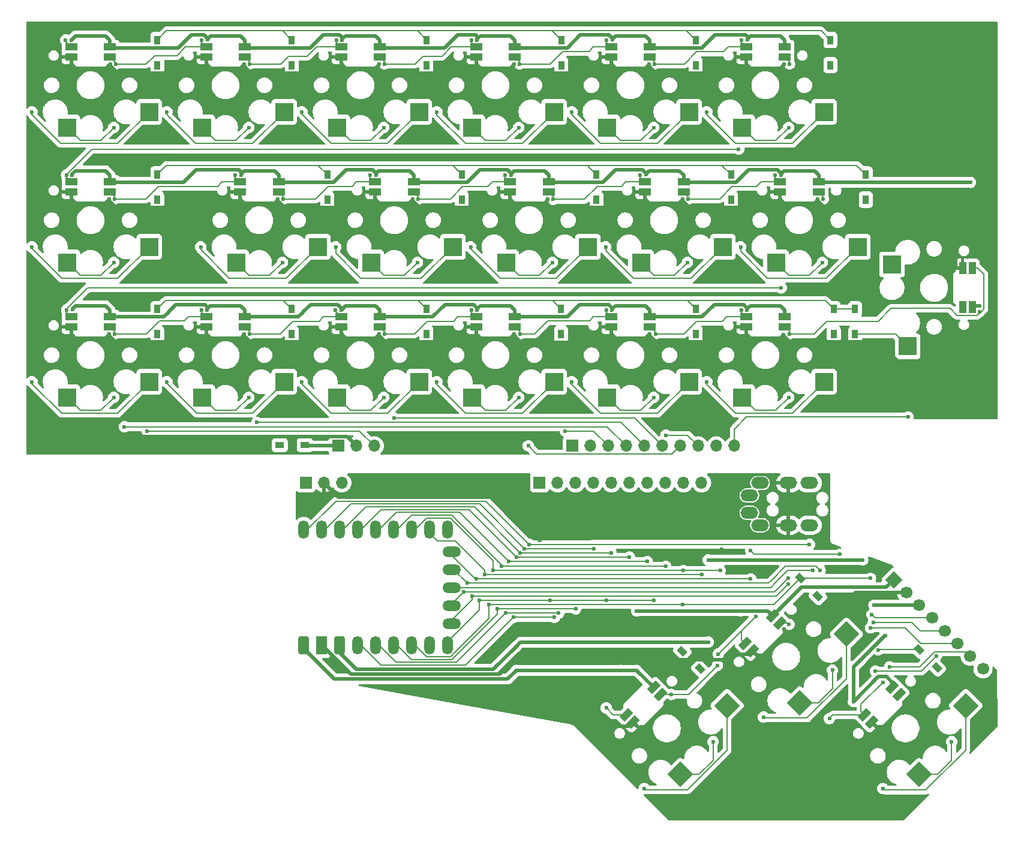
<source format=gbr>
G04 #@! TF.GenerationSoftware,KiCad,Pcbnew,8.0.3*
G04 #@! TF.CreationDate,2024-06-24T22:19:18+09:00*
G04 #@! TF.ProjectId,sepsepkbd,73657073-6570-46b6-9264-2e6b69636164,2.1*
G04 #@! TF.SameCoordinates,Original*
G04 #@! TF.FileFunction,Copper,L1,Top*
G04 #@! TF.FilePolarity,Positive*
%FSLAX46Y46*%
G04 Gerber Fmt 4.6, Leading zero omitted, Abs format (unit mm)*
G04 Created by KiCad (PCBNEW 8.0.3) date 2024-06-24 22:19:18*
%MOMM*%
%LPD*%
G01*
G04 APERTURE LIST*
G04 Aperture macros list*
%AMRoundRect*
0 Rectangle with rounded corners*
0 $1 Rounding radius*
0 $2 $3 $4 $5 $6 $7 $8 $9 X,Y pos of 4 corners*
0 Add a 4 corners polygon primitive as box body*
4,1,4,$2,$3,$4,$5,$6,$7,$8,$9,$2,$3,0*
0 Add four circle primitives for the rounded corners*
1,1,$1+$1,$2,$3*
1,1,$1+$1,$4,$5*
1,1,$1+$1,$6,$7*
1,1,$1+$1,$8,$9*
0 Add four rect primitives between the rounded corners*
20,1,$1+$1,$2,$3,$4,$5,0*
20,1,$1+$1,$4,$5,$6,$7,0*
20,1,$1+$1,$6,$7,$8,$9,0*
20,1,$1+$1,$8,$9,$2,$3,0*%
%AMHorizOval*
0 Thick line with rounded ends*
0 $1 width*
0 $2 $3 position (X,Y) of the first rounded end (center of the circle)*
0 $4 $5 position (X,Y) of the second rounded end (center of the circle)*
0 Add line between two ends*
20,1,$1,$2,$3,$4,$5,0*
0 Add two circle primitives to create the rounded ends*
1,1,$1,$2,$3*
1,1,$1,$4,$5*%
%AMRotRect*
0 Rectangle, with rotation*
0 The origin of the aperture is its center*
0 $1 length*
0 $2 width*
0 $3 Rotation angle, in degrees counterclockwise*
0 Add horizontal line*
21,1,$1,$2,0,0,$3*%
G04 Aperture macros list end*
G04 #@! TA.AperFunction,ComponentPad*
%ADD10R,1.700000X1.700000*%
G04 #@! TD*
G04 #@! TA.AperFunction,ComponentPad*
%ADD11O,1.700000X1.700000*%
G04 #@! TD*
G04 #@! TA.AperFunction,ComponentPad*
%ADD12RotRect,1.700000X1.700000X45.000000*%
G04 #@! TD*
G04 #@! TA.AperFunction,ComponentPad*
%ADD13HorizOval,1.700000X0.000000X0.000000X0.000000X0.000000X0*%
G04 #@! TD*
G04 #@! TA.AperFunction,SMDPad,CuDef*
%ADD14R,0.950000X1.300000*%
G04 #@! TD*
G04 #@! TA.AperFunction,SMDPad,CuDef*
%ADD15R,1.700000X1.000000*%
G04 #@! TD*
G04 #@! TA.AperFunction,SMDPad,CuDef*
%ADD16R,2.600000X2.600000*%
G04 #@! TD*
G04 #@! TA.AperFunction,SMDPad,CuDef*
%ADD17RotRect,2.600000X2.600000X45.000000*%
G04 #@! TD*
G04 #@! TA.AperFunction,SMDPad,CuDef*
%ADD18R,1.000000X1.700000*%
G04 #@! TD*
G04 #@! TA.AperFunction,SMDPad,CuDef*
%ADD19R,1.300000X0.950000*%
G04 #@! TD*
G04 #@! TA.AperFunction,SMDPad,CuDef*
%ADD20RotRect,1.700000X1.000000X45.000000*%
G04 #@! TD*
G04 #@! TA.AperFunction,ComponentPad*
%ADD21O,2.500000X1.700000*%
G04 #@! TD*
G04 #@! TA.AperFunction,SMDPad,CuDef*
%ADD22O,1.500000X2.600000*%
G04 #@! TD*
G04 #@! TA.AperFunction,SMDPad,CuDef*
%ADD23O,2.600000X1.500000*%
G04 #@! TD*
G04 #@! TA.AperFunction,SMDPad,CuDef*
%ADD24RoundRect,0.375000X0.375000X-0.925000X0.375000X0.925000X-0.375000X0.925000X-0.375000X-0.925000X0*%
G04 #@! TD*
G04 #@! TA.AperFunction,SMDPad,CuDef*
%ADD25R,1.500000X2.600000*%
G04 #@! TD*
G04 #@! TA.AperFunction,SMDPad,CuDef*
%ADD26RotRect,1.300000X0.950000X315.000000*%
G04 #@! TD*
G04 #@! TA.AperFunction,ViaPad*
%ADD27C,0.600000*%
G04 #@! TD*
G04 #@! TA.AperFunction,Conductor*
%ADD28C,0.200000*%
G04 #@! TD*
G04 #@! TA.AperFunction,Conductor*
%ADD29C,0.500000*%
G04 #@! TD*
G04 APERTURE END LIST*
D10*
X97000000Y-78000000D03*
D11*
X99540000Y-78000000D03*
X102080000Y-78000000D03*
X104620000Y-78000000D03*
X107160000Y-78000000D03*
X109700000Y-78000000D03*
X112240000Y-78000000D03*
X114780000Y-78000000D03*
X117320000Y-78000000D03*
X119860000Y-78000000D03*
D10*
X64000000Y-78000000D03*
D11*
X66540000Y-78000000D03*
X69080000Y-78000000D03*
D12*
X142391636Y-96900000D03*
D13*
X144187687Y-98696051D03*
X145983738Y-100492102D03*
X147779790Y-102288154D03*
X149575841Y-104084205D03*
X151371892Y-105880256D03*
X153167943Y-107676307D03*
X154963995Y-109472359D03*
D10*
X59391636Y-83200000D03*
D11*
X61931636Y-83200000D03*
X64471636Y-83200000D03*
D10*
X92391636Y-83200000D03*
D11*
X94931636Y-83200000D03*
X97471636Y-83200000D03*
X100011636Y-83200000D03*
X102551636Y-83200000D03*
X105091636Y-83200000D03*
X107631636Y-83200000D03*
X110171636Y-83200000D03*
X112711636Y-83200000D03*
X115251636Y-83200000D03*
D14*
X133420000Y-20700000D03*
X133420000Y-24250000D03*
X100420000Y-39700000D03*
X100420000Y-43250000D03*
D15*
X50820000Y-21700000D03*
X50820000Y-23100000D03*
X45320000Y-23100000D03*
X45320000Y-21700000D03*
D16*
X87657500Y-52100000D03*
X99207500Y-49900000D03*
D15*
X69870000Y-21700000D03*
X69870000Y-23100000D03*
X64370000Y-23100000D03*
X64370000Y-21700000D03*
D16*
X142132500Y-52400000D03*
X144332500Y-63950000D03*
D14*
X57420000Y-20700000D03*
X57420000Y-24250000D03*
D15*
X55582500Y-40750000D03*
X55582500Y-42150000D03*
X50082500Y-42150000D03*
X50082500Y-40750000D03*
X88920000Y-21700000D03*
X88920000Y-23100000D03*
X83420000Y-23100000D03*
X83420000Y-21700000D03*
D16*
X106707500Y-52100000D03*
X118257500Y-49900000D03*
X63845000Y-71150000D03*
X75395000Y-68950000D03*
X25745000Y-52100000D03*
X37295000Y-49900000D03*
D14*
X76420000Y-20700000D03*
X76420000Y-24250000D03*
D17*
X112245167Y-124400848D03*
X118856615Y-114678130D03*
X145921127Y-124400848D03*
X152532575Y-114678130D03*
D14*
X38420000Y-20700000D03*
X38420000Y-24250000D03*
D18*
X153482500Y-58425000D03*
X152082500Y-58425000D03*
X152082500Y-52925000D03*
X153482500Y-52925000D03*
D19*
X55725000Y-77900000D03*
X59275000Y-77900000D03*
D15*
X69870000Y-59800000D03*
X69870000Y-61200000D03*
X64370000Y-61200000D03*
X64370000Y-59800000D03*
D14*
X57420000Y-58700000D03*
X57420000Y-62250000D03*
D15*
X31770000Y-21700000D03*
X31770000Y-23100000D03*
X26270000Y-23100000D03*
X26270000Y-21700000D03*
D20*
X108479823Y-112114869D03*
X109469772Y-113104818D03*
X105580685Y-116993905D03*
X104590736Y-116003956D03*
D14*
X136920000Y-58700000D03*
X136920000Y-62250000D03*
D21*
X121991636Y-85000000D03*
X121991636Y-87450000D03*
X130491636Y-83250000D03*
X130491636Y-89200000D03*
X127491636Y-83250000D03*
X127491636Y-89200000D03*
X123491636Y-83250000D03*
X123491636Y-89200000D03*
D14*
X133920000Y-58700000D03*
X133920000Y-62250000D03*
D20*
X125317804Y-102012080D03*
X126307753Y-103002029D03*
X122418666Y-106891116D03*
X121428717Y-105901167D03*
D14*
X38420000Y-39700000D03*
X38420000Y-43250000D03*
D15*
X31770000Y-40750000D03*
X31770000Y-42150000D03*
X26270000Y-42150000D03*
X26270000Y-40750000D03*
X107970000Y-21700000D03*
X107970000Y-23100000D03*
X102470000Y-23100000D03*
X102470000Y-21700000D03*
X50820000Y-59800000D03*
X50820000Y-61200000D03*
X45320000Y-61200000D03*
X45320000Y-59800000D03*
X88920000Y-59800000D03*
X88920000Y-61200000D03*
X83420000Y-61200000D03*
X83420000Y-59800000D03*
D16*
X125757500Y-52100000D03*
X137307500Y-49900000D03*
X82895000Y-71150000D03*
X94445000Y-68950000D03*
D17*
X129083147Y-114298060D03*
X135694595Y-104575342D03*
D14*
X114420000Y-20700000D03*
X114420000Y-24250000D03*
D15*
X93682500Y-40750000D03*
X93682500Y-42150000D03*
X88182500Y-42150000D03*
X88182500Y-40750000D03*
X107970000Y-59800000D03*
X107970000Y-61200000D03*
X102470000Y-61200000D03*
X102470000Y-59800000D03*
D14*
X95420000Y-58700000D03*
X95420000Y-62250000D03*
D16*
X68607500Y-52100000D03*
X80157500Y-49900000D03*
D15*
X127020000Y-21700000D03*
X127020000Y-23100000D03*
X121520000Y-23100000D03*
X121520000Y-21700000D03*
D16*
X120995000Y-33050000D03*
X132545000Y-30850000D03*
D22*
X59081636Y-89830000D03*
X61621636Y-89830000D03*
X64161637Y-89830000D03*
X66701636Y-89830000D03*
X69241636Y-89830000D03*
X71781636Y-89830000D03*
X74321635Y-89830000D03*
X76861636Y-89830000D03*
X79401636Y-89830000D03*
D23*
X79951636Y-92920000D03*
X79951636Y-95460000D03*
X79951636Y-98000000D03*
X79951636Y-100540000D03*
X79951636Y-103080000D03*
D22*
X79401636Y-106170000D03*
X76861636Y-106170000D03*
X74321635Y-106170000D03*
X71781636Y-106170000D03*
X69241636Y-106170000D03*
X66701636Y-106170000D03*
D24*
X64161637Y-106170000D03*
D25*
X61621636Y-106170000D03*
D24*
X59081636Y-106170000D03*
D14*
X62420000Y-39700000D03*
X62420000Y-43250000D03*
X76420000Y-58700000D03*
X76420000Y-62250000D03*
X81420000Y-39700000D03*
X81420000Y-43250000D03*
X114420000Y-58700000D03*
X114420000Y-62250000D03*
D16*
X44795000Y-71150000D03*
X56345000Y-68950000D03*
X25745000Y-71150000D03*
X37295000Y-68950000D03*
X44795000Y-33050000D03*
X56345000Y-30850000D03*
D14*
X95462500Y-20700000D03*
X95462500Y-24250000D03*
D16*
X25745000Y-33050000D03*
X37295000Y-30850000D03*
X101945000Y-33050000D03*
X113495000Y-30850000D03*
X49557500Y-52100000D03*
X61107500Y-49900000D03*
D15*
X74632500Y-40750000D03*
X74632500Y-42150000D03*
X69132500Y-42150000D03*
X69132500Y-40750000D03*
X31770000Y-59800000D03*
X31770000Y-61200000D03*
X26270000Y-61200000D03*
X26270000Y-59800000D03*
X112732500Y-40750000D03*
X112732500Y-42150000D03*
X107232500Y-42150000D03*
X107232500Y-40750000D03*
X131782500Y-40750000D03*
X131782500Y-42150000D03*
X126282500Y-42150000D03*
X126282500Y-40750000D03*
D16*
X82895000Y-33050000D03*
X94445000Y-30850000D03*
D15*
X127020000Y-59800000D03*
X127020000Y-61200000D03*
X121520000Y-61200000D03*
X121520000Y-59800000D03*
D14*
X119420000Y-39700000D03*
X119420000Y-43250000D03*
X38420000Y-58700000D03*
X38420000Y-62250000D03*
D16*
X63845000Y-33050000D03*
X75395000Y-30850000D03*
D14*
X138420000Y-39700000D03*
X138420000Y-43250000D03*
D20*
X142155784Y-112114868D03*
X143145733Y-113104817D03*
X139256646Y-116993904D03*
X138266697Y-116003955D03*
D16*
X101945000Y-71150000D03*
X113495000Y-68950000D03*
X120995000Y-71150000D03*
X132545000Y-68950000D03*
D26*
X129159160Y-96712314D03*
X131669390Y-99222544D03*
X112542151Y-106965362D03*
X115052381Y-109475592D03*
X145961785Y-106779746D03*
X148472015Y-109289976D03*
D27*
X118856615Y-114678130D03*
X107153998Y-126380747D03*
X115052381Y-109475592D03*
X135694595Y-104575342D03*
X131669390Y-99222544D03*
X123991978Y-116277959D03*
X152532575Y-114678130D03*
X140829958Y-126380747D03*
X148472015Y-109289976D03*
X56345000Y-30850000D03*
X39795000Y-30850000D03*
X57420000Y-24250000D03*
X62420000Y-43250000D03*
X61107500Y-49900000D03*
X44557500Y-49900000D03*
X57420000Y-62250000D03*
X56475000Y-68950000D03*
X39795000Y-68950000D03*
X58845000Y-30850000D03*
X76420000Y-24250000D03*
X75395000Y-30850000D03*
X81420000Y-43250000D03*
X80157500Y-49900000D03*
X63607500Y-49900000D03*
X75395000Y-68950000D03*
X76420000Y-62250000D03*
X58845000Y-68950000D03*
X95462500Y-24250000D03*
X77895000Y-30850000D03*
X94445000Y-30850000D03*
X100420000Y-43250000D03*
X82657500Y-49900000D03*
X99207500Y-49900000D03*
X94445000Y-68950000D03*
X77895000Y-68950000D03*
X95420000Y-62250000D03*
X114420000Y-24250000D03*
X113495000Y-30850000D03*
X96945000Y-30850000D03*
X119420000Y-43250000D03*
X101707500Y-49900000D03*
X118257500Y-49900000D03*
X96945000Y-68950000D03*
X114420000Y-62250000D03*
X113495000Y-68950000D03*
X133420000Y-24250000D03*
X132545000Y-30850000D03*
X115995000Y-30850000D03*
X138420000Y-43250000D03*
X137307500Y-49900000D03*
X120757500Y-49900000D03*
X133920000Y-62250000D03*
X115995000Y-68950000D03*
X132545000Y-68950000D03*
X130491636Y-91900000D03*
X90897455Y-91903422D03*
X136920000Y-62250000D03*
X144332500Y-63950000D03*
X89091636Y-107900000D03*
X143000000Y-107800000D03*
X123900000Y-95600000D03*
X126914423Y-103849194D03*
X126400000Y-127500000D03*
X100491636Y-107900000D03*
X143891636Y-114800000D03*
X100491636Y-117600000D03*
X133500000Y-95300000D03*
X110091636Y-107900000D03*
X128891636Y-102100000D03*
X118100000Y-92600000D03*
X92392593Y-91333241D03*
X112542151Y-106965362D03*
X129159160Y-96712314D03*
X112591636Y-100415833D03*
X139091636Y-96700000D03*
X85227238Y-100415833D03*
X145961785Y-106779746D03*
X140191636Y-106800000D03*
X20745000Y-30850000D03*
X38420000Y-24250000D03*
X37295000Y-30850000D03*
X38420000Y-43250000D03*
X37295000Y-49900000D03*
X20745000Y-49900000D03*
X38420000Y-62250000D03*
X20745000Y-68950000D03*
X37295000Y-68950000D03*
X95091636Y-101615833D03*
X87589548Y-101615833D03*
X100091636Y-92503422D03*
X90247564Y-92503422D03*
X110191636Y-95000000D03*
X116876716Y-119769299D03*
X87027238Y-95000000D03*
X137991636Y-94100000D03*
X89091636Y-106300000D03*
X116191636Y-105700000D03*
X116191636Y-94100000D03*
X139583738Y-100492102D03*
X150552676Y-119769299D03*
X84627238Y-96200000D03*
X145921127Y-124400848D03*
X115291636Y-96200000D03*
X89124461Y-93703422D03*
X105091636Y-93703422D03*
X94491636Y-102215833D03*
X88691636Y-102215833D03*
X88059093Y-94334936D03*
X107591636Y-94334936D03*
X85827238Y-95600000D03*
X129083147Y-114298060D03*
X112691636Y-95600000D03*
X117891636Y-95600000D03*
X133714696Y-109666511D03*
X86427238Y-101015833D03*
X97491636Y-101015833D03*
X89668642Y-93103422D03*
X102491636Y-93103422D03*
X108491636Y-99815833D03*
X101791636Y-99815833D03*
X93891636Y-99815833D03*
X101791636Y-115000000D03*
X83913545Y-99815833D03*
X136691636Y-114100000D03*
X89091636Y-109700000D03*
X103891636Y-109700000D03*
X106091636Y-101300000D03*
X141191636Y-104800000D03*
X120749427Y-101300000D03*
X106064954Y-109700000D03*
X76420000Y-20700000D03*
X114420000Y-20700000D03*
X38420000Y-20700000D03*
X133420000Y-20700000D03*
X95462500Y-20700000D03*
X57420000Y-20700000D03*
X38420000Y-39700000D03*
X100420000Y-39700000D03*
X81420000Y-39700000D03*
X138420000Y-39700000D03*
X119420000Y-39700000D03*
X62420000Y-39700000D03*
X114420000Y-58700000D03*
X96000000Y-75900000D03*
X57420000Y-58700000D03*
X136920000Y-58700000D03*
X133920000Y-58700000D03*
X95420000Y-58700000D03*
X38420000Y-58700000D03*
X76420000Y-58700000D03*
X127472398Y-96700000D03*
X81691636Y-98600000D03*
X141791636Y-109200000D03*
X82827238Y-99200000D03*
X139791636Y-109800000D03*
X127472398Y-97551582D03*
X148391636Y-107700000D03*
X134791636Y-93300000D03*
X122191636Y-92800000D03*
X83427238Y-96791302D03*
X139291636Y-101800000D03*
X122191636Y-96791302D03*
X82206132Y-97391302D03*
X131991636Y-95600000D03*
X139491636Y-102900000D03*
X71900000Y-74100000D03*
X70395000Y-33050000D03*
X70395000Y-71150000D03*
X75157500Y-52100000D03*
X56107500Y-52100000D03*
X51345000Y-33050000D03*
X52500000Y-74700000D03*
X51345000Y-71150000D03*
X142132500Y-52400000D03*
X144400000Y-73925000D03*
X90800000Y-78000000D03*
X89445000Y-71150000D03*
X89445000Y-33050000D03*
X94207500Y-52100000D03*
X32295000Y-33050000D03*
X32295000Y-52100000D03*
X33800000Y-75300000D03*
X32295000Y-71150000D03*
X132307500Y-52100000D03*
X127545000Y-33050000D03*
X127545000Y-71150000D03*
X110200000Y-76500000D03*
X113257500Y-52100000D03*
X108495000Y-71150000D03*
X108495000Y-33050000D03*
X130991636Y-95600000D03*
X139091636Y-103700000D03*
X79451636Y-98000000D03*
X59275000Y-77900000D03*
X25499997Y-20699998D03*
X37000000Y-75900000D03*
X110991636Y-113100000D03*
X117491636Y-109000000D03*
X122894033Y-102102397D03*
X117596430Y-107400000D03*
X127591636Y-103200000D03*
X140893078Y-111385641D03*
X133291636Y-116500000D03*
X32600000Y-24100002D03*
X44698449Y-20699998D03*
X49432497Y-39749998D03*
X32420003Y-43150002D03*
X32420003Y-62200002D03*
X44669997Y-58799998D03*
X51467496Y-24100002D03*
X63723669Y-20699998D03*
X56232503Y-43150002D03*
X68496773Y-39750008D03*
X63569997Y-58799998D03*
X51470003Y-62200002D03*
X82769997Y-20699998D03*
X70520003Y-24100002D03*
X87532497Y-39749998D03*
X75282503Y-43150002D03*
X70520003Y-62200002D03*
X82784763Y-58800058D03*
X89570003Y-24100002D03*
X101836937Y-20700873D03*
X106609545Y-39749998D03*
X94312427Y-43206641D03*
X101819997Y-58799998D03*
X89600000Y-62200000D03*
X108620003Y-24100002D03*
X120889762Y-20699998D03*
X113382503Y-43150002D03*
X125632497Y-39749998D03*
X120869998Y-58800000D03*
X108770002Y-62200000D03*
X120500000Y-36100000D03*
X25619997Y-39749998D03*
X127670003Y-24100002D03*
X25636931Y-58800536D03*
X132432503Y-43150002D03*
X126500000Y-55700000D03*
X154482502Y-59075003D03*
X127636753Y-62200002D03*
X45470000Y-58799998D03*
X50232500Y-39749998D03*
X102636816Y-20686834D03*
X107407774Y-39700497D03*
X64370000Y-58799998D03*
X126432500Y-39749998D03*
X102620000Y-58799998D03*
X121670000Y-58799998D03*
X26300000Y-20699998D03*
X88332500Y-39749998D03*
X69296775Y-39749544D03*
X26420000Y-39749998D03*
X153200000Y-40800000D03*
X121689325Y-20675220D03*
X26436816Y-58786834D03*
X64523672Y-20699998D03*
X55725000Y-77900000D03*
X83570000Y-20699998D03*
X154482502Y-58275000D03*
X55700000Y-59800000D03*
X83584760Y-58797029D03*
X45496340Y-20646405D03*
X150000000Y-66100000D03*
X102300000Y-54400000D03*
X31620000Y-43150002D03*
X41000000Y-47200000D03*
X77800000Y-77000000D03*
X74482500Y-43150002D03*
X131632500Y-43150002D03*
X22300000Y-38200000D03*
X105200000Y-68100000D03*
X126870000Y-24100002D03*
X63300000Y-53800000D03*
X107970000Y-62200002D03*
X88755230Y-62203016D03*
X82300000Y-53600000D03*
X31620000Y-62200002D03*
X96200000Y-37300000D03*
X88770000Y-24100002D03*
X112582500Y-43150002D03*
X69720000Y-24100002D03*
X126839764Y-62267861D03*
X69720000Y-62200002D03*
X77500000Y-72500000D03*
X31800000Y-24100002D03*
X93513035Y-43175403D03*
X26300000Y-76600000D03*
X26300000Y-63200000D03*
X50670000Y-62200002D03*
X113900000Y-73400000D03*
X96700000Y-65600000D03*
X58100000Y-34600000D03*
X92000000Y-73200000D03*
X151082498Y-52925000D03*
X107820000Y-24100002D03*
X115300000Y-34300000D03*
X118300000Y-53600000D03*
X50667493Y-24100002D03*
X59100000Y-73000000D03*
X55432500Y-43150002D03*
X31600000Y-48100000D03*
X37900000Y-34600000D03*
X77300000Y-34600000D03*
X95100000Y-34500000D03*
D28*
X118856615Y-120971379D02*
X113288668Y-126539326D01*
X107312577Y-126539326D02*
X107153998Y-126380747D01*
X118856615Y-114678130D02*
X118856615Y-120971379D01*
X113288668Y-126539326D02*
X107312577Y-126539326D01*
X130126649Y-116436538D02*
X124150557Y-116436538D01*
X124150557Y-116436538D02*
X123991978Y-116277959D01*
X135694595Y-104575342D02*
X135694595Y-110868592D01*
X135694595Y-110868592D02*
X130126649Y-116436538D01*
X152532575Y-114678130D02*
X152532575Y-120971379D01*
X141049211Y-126600000D02*
X140829958Y-126380747D01*
X152532575Y-120971379D02*
X146903954Y-126600000D01*
X146903954Y-126600000D02*
X141049211Y-126600000D01*
X56345000Y-30850000D02*
X51895000Y-35300000D01*
X39795000Y-31250000D02*
X39795000Y-30850000D01*
X51895000Y-35300000D02*
X43845000Y-35300000D01*
X43845000Y-35300000D02*
X39795000Y-31250000D01*
X44557500Y-50300000D02*
X44557500Y-49900000D01*
X56657500Y-54350000D02*
X48607500Y-54350000D01*
X48607500Y-54350000D02*
X44557500Y-50300000D01*
X61107500Y-49900000D02*
X56657500Y-54350000D01*
X56345000Y-68950000D02*
X51895000Y-73400000D01*
X44000000Y-73400000D02*
X39795000Y-69195000D01*
X39795000Y-69195000D02*
X39795000Y-68950000D01*
X51895000Y-73400000D02*
X44000000Y-73400000D01*
X75395000Y-30850000D02*
X70945000Y-35300000D01*
X63000000Y-35300000D02*
X58845000Y-31145000D01*
X70945000Y-35300000D02*
X63000000Y-35300000D01*
X58845000Y-31145000D02*
X58845000Y-30850000D01*
X67150000Y-54350000D02*
X63607500Y-50807500D01*
X63607500Y-50807500D02*
X63607500Y-49900000D01*
X80157500Y-49900000D02*
X75707500Y-54350000D01*
X75707500Y-54350000D02*
X67150000Y-54350000D01*
X75395000Y-68950000D02*
X70945000Y-73400000D01*
X58845000Y-69245000D02*
X58845000Y-68950000D01*
X63000000Y-73400000D02*
X58845000Y-69245000D01*
X70945000Y-73400000D02*
X63000000Y-73400000D01*
X77895000Y-31295000D02*
X77895000Y-30850000D01*
X81900000Y-35300000D02*
X77895000Y-31295000D01*
X94445000Y-30850000D02*
X89995000Y-35300000D01*
X89995000Y-35300000D02*
X81900000Y-35300000D01*
X99207500Y-49900000D02*
X94757500Y-54350000D01*
X86850000Y-54350000D02*
X82657500Y-50157500D01*
X82657500Y-50157500D02*
X82657500Y-49900000D01*
X94757500Y-54350000D02*
X86850000Y-54350000D01*
X89995000Y-73400000D02*
X81945000Y-73400000D01*
X81945000Y-73400000D02*
X77895000Y-69350000D01*
X94445000Y-68950000D02*
X89995000Y-73400000D01*
X77895000Y-69350000D02*
X77895000Y-68950000D01*
X113495000Y-30850000D02*
X109045000Y-35300000D01*
X109045000Y-35300000D02*
X100995000Y-35300000D01*
X96945000Y-31250000D02*
X96945000Y-30850000D01*
X100995000Y-35300000D02*
X96945000Y-31250000D01*
X118257500Y-49900000D02*
X113807500Y-54350000D01*
X113807500Y-54350000D02*
X105650000Y-54350000D01*
X105650000Y-54350000D02*
X101707500Y-50407500D01*
X101707500Y-50407500D02*
X101707500Y-49900000D01*
X113495000Y-68950000D02*
X109045000Y-73400000D01*
X109045000Y-73400000D02*
X100995000Y-73400000D01*
X100995000Y-73400000D02*
X96945000Y-69350000D01*
X96945000Y-69350000D02*
X96945000Y-68950000D01*
X120045000Y-35300000D02*
X115995000Y-31250000D01*
X128095000Y-35300000D02*
X120045000Y-35300000D01*
X132545000Y-30850000D02*
X128095000Y-35300000D01*
X115995000Y-31250000D02*
X115995000Y-30850000D01*
X120757500Y-50557500D02*
X120757500Y-49900000D01*
X132857500Y-54350000D02*
X124550000Y-54350000D01*
X137307500Y-49900000D02*
X132857500Y-54350000D01*
X124550000Y-54350000D02*
X120757500Y-50557500D01*
X132545000Y-68950000D02*
X128095000Y-73400000D01*
X115995000Y-69350000D02*
X115995000Y-68950000D01*
X128095000Y-73400000D02*
X120045000Y-73400000D01*
X120045000Y-73400000D02*
X115995000Y-69350000D01*
X84794033Y-85800000D02*
X63611636Y-85800000D01*
X90897455Y-91903422D02*
X90927274Y-91933241D01*
X90897455Y-91903422D02*
X84794033Y-85800000D01*
X90927274Y-91933241D02*
X99813288Y-91933241D01*
X99846529Y-91900000D02*
X130491636Y-91900000D01*
X99813288Y-91933241D02*
X99846529Y-91900000D01*
X63611636Y-85800000D02*
X59081636Y-90330000D01*
X142632500Y-62250000D02*
X144332500Y-63950000D01*
X136920000Y-62250000D02*
X142632500Y-62250000D01*
D29*
X61931636Y-83200000D02*
X63981636Y-85250000D01*
X126987043Y-104585481D02*
X123972524Y-107600000D01*
X133591636Y-102100000D02*
X136995585Y-98696051D01*
X128891636Y-102100000D02*
X133591636Y-102100000D01*
X139935936Y-117673194D02*
X141102434Y-117673194D01*
X85737469Y-110220000D02*
X86771636Y-110220000D01*
X136995585Y-98696051D02*
X144187687Y-98696051D01*
X89091636Y-107900000D02*
X100491636Y-107900000D01*
X104979644Y-117594946D02*
X100496690Y-117594946D01*
X105580685Y-116993905D02*
X104979644Y-117594946D01*
X141102434Y-117673194D02*
X143975628Y-114800000D01*
X100496690Y-117594946D02*
X100491636Y-117600000D01*
X103991636Y-107900000D02*
X110091636Y-107900000D01*
X120219372Y-107400000D02*
X121909782Y-107400000D01*
X63981636Y-85250000D02*
X86309352Y-85250000D01*
X86771636Y-110220000D02*
X89091636Y-107900000D01*
X100491636Y-107900000D02*
X103991636Y-107900000D01*
X65744911Y-110220000D02*
X61621636Y-106096725D01*
X139256646Y-116993904D02*
X139935936Y-117673194D01*
X123972524Y-107600000D02*
X123127550Y-107600000D01*
X123127550Y-107600000D02*
X122418666Y-106891116D01*
X85737469Y-110220000D02*
X65744911Y-110220000D01*
X110402493Y-108210857D02*
X119408515Y-108210857D01*
X126987043Y-103921814D02*
X126987043Y-104585481D01*
X126914423Y-103849194D02*
X126987043Y-103921814D01*
X110091636Y-107900000D02*
X110402493Y-108210857D01*
X86309352Y-85250000D02*
X92392593Y-91333241D01*
X119408515Y-108210857D02*
X120219372Y-107400000D01*
X121909782Y-107400000D02*
X122418666Y-106891116D01*
X143975628Y-114800000D02*
X143891636Y-114800000D01*
X61621636Y-106096725D02*
X61621636Y-105670000D01*
D28*
X140191636Y-106800000D02*
X140211890Y-106779746D01*
X112591636Y-100415833D02*
X125455641Y-100415833D01*
X85227238Y-102379322D02*
X79836560Y-107770000D01*
X139079322Y-96712314D02*
X139091636Y-96700000D01*
X85227238Y-100415833D02*
X85227238Y-102379322D01*
X85227238Y-100415833D02*
X112491636Y-100415833D01*
X140211890Y-106779746D02*
X145961785Y-106779746D01*
X112491636Y-100415833D02*
X112591636Y-100415833D01*
X76421635Y-107770000D02*
X74321635Y-105670000D01*
X129159160Y-96712314D02*
X139079322Y-96712314D01*
X79836560Y-107770000D02*
X76421635Y-107770000D01*
X125455641Y-100415833D02*
X129159160Y-96712314D01*
X37295000Y-30850000D02*
X32845000Y-35300000D01*
X20745000Y-31250000D02*
X20745000Y-30850000D01*
X32845000Y-35300000D02*
X24795000Y-35300000D01*
X24795000Y-35300000D02*
X20745000Y-31250000D01*
X20745000Y-50145000D02*
X20745000Y-49900000D01*
X32845000Y-54350000D02*
X24950000Y-54350000D01*
X37295000Y-49900000D02*
X32845000Y-54350000D01*
X24950000Y-54350000D02*
X20745000Y-50145000D01*
X24925000Y-73400000D02*
X20745000Y-69220000D01*
X20745000Y-69220000D02*
X20745000Y-68950000D01*
X32845000Y-73400000D02*
X24925000Y-73400000D01*
X37295000Y-68950000D02*
X32845000Y-73400000D01*
X87589548Y-101615833D02*
X95091636Y-101615833D01*
X87589548Y-101615833D02*
X80635381Y-108570000D01*
X72141636Y-108570000D02*
X69241636Y-105670000D01*
X80635381Y-108570000D02*
X72141636Y-108570000D01*
X90247564Y-92503422D02*
X100091636Y-92503422D01*
X83944142Y-86200000D02*
X65751636Y-86200000D01*
X65751636Y-86200000D02*
X61621636Y-90330000D01*
X90247564Y-92503422D02*
X83944142Y-86200000D01*
X87027238Y-95000000D02*
X110191636Y-95000000D01*
X79972245Y-87800000D02*
X74311636Y-87800000D01*
X87027238Y-95000000D02*
X87027238Y-94854993D01*
X74311636Y-87800000D02*
X71781636Y-90330000D01*
X112245167Y-124400848D02*
X114861461Y-124400848D01*
X87027238Y-94854993D02*
X79972245Y-87800000D01*
X116876716Y-122385593D02*
X116876716Y-119769299D01*
X114861461Y-124400848D02*
X116876716Y-122385593D01*
D29*
X64161637Y-107170001D02*
X64161637Y-105670000D01*
X85871636Y-109520000D02*
X89091636Y-106300000D01*
X66511636Y-109520000D02*
X64161637Y-107170001D01*
X116191636Y-94100000D02*
X137991636Y-94100000D01*
X116171769Y-105719867D02*
X116191636Y-105700000D01*
X66511636Y-109520000D02*
X85871636Y-109520000D01*
X139583738Y-100492102D02*
X145983738Y-100492102D01*
X89091636Y-106300000D02*
X89671769Y-105719867D01*
X89671769Y-105719867D02*
X116171769Y-105719867D01*
D28*
X84627238Y-96200000D02*
X84627238Y-95560678D01*
X84791636Y-96200000D02*
X115291636Y-96200000D01*
X80496560Y-91430000D02*
X77961636Y-91430000D01*
X84627238Y-96200000D02*
X84791636Y-96200000D01*
X150552676Y-122385593D02*
X150552676Y-119769299D01*
X84627238Y-95560678D02*
X80496560Y-91430000D01*
X145921127Y-124400848D02*
X148537421Y-124400848D01*
X148537421Y-124400848D02*
X150552676Y-122385593D01*
X77961636Y-91430000D02*
X76861636Y-90330000D01*
X89124461Y-93703422D02*
X82421039Y-87000000D01*
X82421039Y-87000000D02*
X70031636Y-87000000D01*
X70031636Y-87000000D02*
X66701636Y-90330000D01*
X89124461Y-93703422D02*
X105091636Y-93703422D01*
X81937469Y-108970000D02*
X70001636Y-108970000D01*
X88691636Y-102215833D02*
X94491636Y-102215833D01*
X88691636Y-102215833D02*
X81937469Y-108970000D01*
X70001636Y-108970000D02*
X66701636Y-105670000D01*
X88059093Y-94334936D02*
X107591636Y-94334936D01*
X81124157Y-87400000D02*
X72171636Y-87400000D01*
X88059093Y-94334936D02*
X81124157Y-87400000D01*
X72171636Y-87400000D02*
X69241636Y-90330000D01*
X131699441Y-114298060D02*
X133714696Y-112282805D01*
X79806560Y-88200000D02*
X76451635Y-88200000D01*
X133714696Y-112282805D02*
X133714696Y-109666511D01*
X112691636Y-95600000D02*
X117891636Y-95600000D01*
X85827238Y-95600000D02*
X85827238Y-94220678D01*
X76451635Y-88200000D02*
X74321635Y-90330000D01*
X129083147Y-114298060D02*
X131699441Y-114298060D01*
X85827238Y-94220678D02*
X79806560Y-88200000D01*
X85827238Y-95600000D02*
X112691636Y-95600000D01*
X86427238Y-101745007D02*
X80002245Y-108170000D01*
X86427238Y-101015833D02*
X97491636Y-101015833D01*
X74281636Y-108170000D02*
X71781636Y-105670000D01*
X80002245Y-108170000D02*
X74281636Y-108170000D01*
X86427238Y-101015833D02*
X86427238Y-101745007D01*
X89668642Y-93103422D02*
X102491636Y-93103422D01*
X67891637Y-86600000D02*
X64161637Y-90330000D01*
X83165220Y-86600000D02*
X67891637Y-86600000D01*
X89668642Y-93103422D02*
X83165220Y-86600000D01*
X83913545Y-99815833D02*
X101791636Y-99815833D01*
X102795592Y-116003956D02*
X101791636Y-115000000D01*
X83913545Y-99815833D02*
X83913545Y-101178091D01*
X101791636Y-99815833D02*
X108491636Y-99815833D01*
X79421636Y-105670000D02*
X79401636Y-105670000D01*
X83913545Y-101178091D02*
X79421636Y-105670000D01*
X104590736Y-116003956D02*
X102795592Y-116003956D01*
D29*
X103891636Y-109700000D02*
X106064954Y-109700000D01*
X136691636Y-109239339D02*
X141130975Y-104800000D01*
X120391636Y-101300000D02*
X106091636Y-101300000D01*
X86437469Y-110920000D02*
X63421636Y-110920000D01*
X106064954Y-109700000D02*
X108479823Y-112114869D01*
X141130975Y-104800000D02*
X141191636Y-104800000D01*
X140191636Y-110600000D02*
X136691636Y-114100000D01*
X141314587Y-97977049D02*
X142391636Y-96900000D01*
X125317804Y-102012080D02*
X124605724Y-101300000D01*
X86437469Y-110920000D02*
X87871636Y-110920000D01*
X141348023Y-110600000D02*
X140191636Y-110600000D01*
X59081636Y-106580000D02*
X59081636Y-105670000D01*
X63421636Y-110920000D02*
X59081636Y-106580000D01*
X87871636Y-110920000D02*
X89091636Y-109700000D01*
X124605724Y-101300000D02*
X120749427Y-101300000D01*
X142155784Y-112114868D02*
X142155784Y-111407761D01*
X136691636Y-114100000D02*
X136691636Y-109239339D01*
X125317804Y-102012080D02*
X129352835Y-97977049D01*
X129352835Y-97977049D02*
X141314587Y-97977049D01*
X142155784Y-111407761D02*
X141348023Y-110600000D01*
X120749427Y-101300000D02*
X120391636Y-101300000D01*
X89091636Y-109700000D02*
X103891636Y-109700000D01*
D28*
X113119998Y-19399998D02*
X114420000Y-20700000D01*
X56119998Y-19399998D02*
X57420000Y-20700000D01*
X132119998Y-19399998D02*
X133420000Y-20700000D01*
X56119998Y-19399998D02*
X75119998Y-19399998D01*
X39720002Y-19399998D02*
X56119998Y-19399998D01*
X75119998Y-19399998D02*
X76420000Y-20700000D01*
X94162498Y-19399998D02*
X113119998Y-19399998D01*
X75119998Y-19399998D02*
X94162498Y-19399998D01*
X94162498Y-19399998D02*
X95462500Y-20700000D01*
X38420000Y-20700000D02*
X39720002Y-19399998D01*
X113119998Y-19399998D02*
X132119998Y-19399998D01*
X99120000Y-38400000D02*
X100420000Y-39700000D01*
X118120000Y-38400000D02*
X137120000Y-38400000D01*
X118120000Y-38400000D02*
X119420000Y-39700000D01*
X61100000Y-38400000D02*
X80120000Y-38400000D01*
X137120000Y-38400000D02*
X138420000Y-39700000D01*
X38420000Y-39700000D02*
X39720000Y-38400000D01*
X61100000Y-38400000D02*
X61120000Y-38400000D01*
X99120000Y-38400000D02*
X118120000Y-38400000D01*
X80120000Y-38400000D02*
X81420000Y-39700000D01*
X80120000Y-38400000D02*
X99120000Y-38400000D01*
X39720000Y-38400000D02*
X61100000Y-38400000D01*
X61120000Y-38400000D02*
X62420000Y-39700000D01*
X56219998Y-57499998D02*
X57420000Y-58700000D01*
X113219998Y-57499998D02*
X114420000Y-58700000D01*
X75219998Y-57499998D02*
X76420000Y-58700000D01*
X99980000Y-75900000D02*
X96000000Y-75900000D01*
X75219998Y-57499998D02*
X94219998Y-57499998D01*
X94219998Y-57499998D02*
X113219998Y-57499998D01*
X133920000Y-58700000D02*
X136920000Y-58700000D01*
X94219998Y-57499998D02*
X95420000Y-58700000D01*
X132719998Y-57499998D02*
X133920000Y-58700000D01*
X56200002Y-57499998D02*
X56219998Y-57499998D01*
X38420000Y-58700000D02*
X39620002Y-57499998D01*
X56200002Y-57499998D02*
X75219998Y-57499998D01*
X102080000Y-78000000D02*
X99980000Y-75900000D01*
X39620002Y-57499998D02*
X56200002Y-57499998D01*
X113219998Y-57499998D02*
X132719998Y-57499998D01*
X152591636Y-107100000D02*
X153167943Y-107676307D01*
X121891636Y-98600000D02*
X125572398Y-98600000D01*
X141791636Y-109200000D02*
X146043107Y-109200000D01*
X81691636Y-98600000D02*
X79751636Y-100540000D01*
X146043107Y-109200000D02*
X148143107Y-107100000D01*
X148143107Y-107100000D02*
X152591636Y-107100000D01*
X125572398Y-98600000D02*
X127472398Y-96700000D01*
X81691636Y-98600000D02*
X121891636Y-98600000D01*
X79751636Y-100540000D02*
X79451636Y-100540000D01*
X146291636Y-109800000D02*
X148391636Y-107700000D01*
X82827238Y-99200000D02*
X82827238Y-99704398D01*
X121991636Y-99200000D02*
X125823980Y-99200000D01*
X139791636Y-109800000D02*
X146291636Y-109800000D01*
X82827238Y-99200000D02*
X121991636Y-99200000D01*
X82827238Y-99704398D02*
X79451636Y-103080000D01*
X125823980Y-99200000D02*
X127472398Y-97551582D01*
X139779790Y-102288154D02*
X147779790Y-102288154D01*
X83435936Y-96800000D02*
X122191636Y-96800000D01*
X122691636Y-93300000D02*
X134791636Y-93300000D01*
X83427238Y-96791302D02*
X83435936Y-96800000D01*
X83322938Y-96791302D02*
X79451636Y-92920000D01*
X83427238Y-96791302D02*
X83322938Y-96791302D01*
X139291636Y-101800000D02*
X139779790Y-102288154D01*
X122191636Y-96800000D02*
X122191636Y-96791302D01*
X122191636Y-92800000D02*
X122691636Y-93300000D01*
X131391636Y-95000000D02*
X131991636Y-95600000D01*
X122100334Y-97391302D02*
X124700334Y-97391302D01*
X144891636Y-102900000D02*
X146075841Y-104084205D01*
X146075841Y-104084205D02*
X149575841Y-104084205D01*
X127091636Y-95000000D02*
X131391636Y-95000000D01*
X82206132Y-97391302D02*
X122100334Y-97391302D01*
X139491636Y-102900000D02*
X144891636Y-102900000D01*
X80274830Y-95460000D02*
X79451636Y-95460000D01*
X124700334Y-97391302D02*
X125191636Y-96900000D01*
X125191636Y-96900000D02*
X127091636Y-95000000D01*
X82206132Y-97391302D02*
X80274830Y-95460000D01*
X105800000Y-74100000D02*
X71900000Y-74100000D01*
X63845000Y-33050000D02*
X65695000Y-34900000D01*
X68545000Y-73000000D02*
X70395000Y-71150000D01*
X73307500Y-53950000D02*
X75157500Y-52100000D01*
X65695000Y-73000000D02*
X68545000Y-73000000D01*
X65695000Y-34900000D02*
X68545000Y-34900000D01*
X68545000Y-34900000D02*
X70395000Y-33050000D01*
X109700000Y-78000000D02*
X105800000Y-74100000D01*
X63845000Y-71150000D02*
X65695000Y-73000000D01*
X68607500Y-52100000D02*
X70457500Y-53950000D01*
X70457500Y-53950000D02*
X73307500Y-53950000D01*
X46645000Y-34900000D02*
X49495000Y-34900000D01*
X51407500Y-53950000D02*
X54257500Y-53950000D01*
X44795000Y-71150000D02*
X46645000Y-73000000D01*
X49495000Y-73000000D02*
X51345000Y-71150000D01*
X49495000Y-34900000D02*
X51345000Y-33050000D01*
X44795000Y-33050000D02*
X46645000Y-34900000D01*
X107160000Y-78000000D02*
X103860000Y-74700000D01*
X54257500Y-53950000D02*
X56107500Y-52100000D01*
X49557500Y-52100000D02*
X51407500Y-53950000D01*
X46645000Y-73000000D02*
X49495000Y-73000000D01*
X103860000Y-74700000D02*
X52500000Y-74700000D01*
X121601472Y-73925000D02*
X144400000Y-73925000D01*
X119860000Y-78000000D02*
X119860000Y-75666472D01*
X119860000Y-75666472D02*
X121601472Y-73925000D01*
X82895000Y-71150000D02*
X84745000Y-73000000D01*
X112240000Y-78000000D02*
X111090000Y-79150000D01*
X111090000Y-79150000D02*
X91950000Y-79150000D01*
X89507500Y-53950000D02*
X92357500Y-53950000D01*
X84745000Y-73000000D02*
X87595000Y-73000000D01*
X91950000Y-79150000D02*
X90800000Y-78000000D01*
X87595000Y-73000000D02*
X89445000Y-71150000D01*
X82895000Y-33050000D02*
X84745000Y-34900000D01*
X92357500Y-53950000D02*
X94207500Y-52100000D01*
X84745000Y-34900000D02*
X87595000Y-34900000D01*
X87595000Y-34900000D02*
X89445000Y-33050000D01*
X87657500Y-52100000D02*
X89507500Y-53950000D01*
X30445000Y-73000000D02*
X32295000Y-71150000D01*
X25745000Y-71150000D02*
X27595000Y-73000000D01*
X104620000Y-78000000D02*
X101920000Y-75300000D01*
X27595000Y-53950000D02*
X30445000Y-53950000D01*
X27595000Y-34900000D02*
X30445000Y-34900000D01*
X101920000Y-75300000D02*
X33800000Y-75300000D01*
X25745000Y-52100000D02*
X27595000Y-53950000D01*
X27595000Y-73000000D02*
X30445000Y-73000000D01*
X30445000Y-34900000D02*
X32295000Y-33050000D01*
X30445000Y-53950000D02*
X32295000Y-52100000D01*
X25745000Y-33050000D02*
X27595000Y-34900000D01*
X120995000Y-71150000D02*
X122845000Y-73000000D01*
X122845000Y-34900000D02*
X125695000Y-34900000D01*
X127607500Y-53950000D02*
X130457500Y-53950000D01*
X125695000Y-73000000D02*
X127545000Y-71150000D01*
X130457500Y-53950000D02*
X132307500Y-52100000D01*
X125695000Y-34900000D02*
X127545000Y-33050000D01*
X125757500Y-52100000D02*
X127607500Y-53950000D01*
X122845000Y-73000000D02*
X125695000Y-73000000D01*
X120995000Y-33050000D02*
X122845000Y-34900000D01*
X114780000Y-78000000D02*
X113280000Y-76500000D01*
X106645000Y-34900000D02*
X108495000Y-33050000D01*
X106645000Y-73000000D02*
X108495000Y-71150000D01*
X111407500Y-53950000D02*
X113257500Y-52100000D01*
X101945000Y-33050000D02*
X103795000Y-34900000D01*
X108557500Y-53950000D02*
X111407500Y-53950000D01*
X113280000Y-76500000D02*
X110200000Y-76500000D01*
X106707500Y-52100000D02*
X108557500Y-53950000D01*
X103795000Y-73000000D02*
X106645000Y-73000000D01*
X101945000Y-71150000D02*
X103795000Y-73000000D01*
X103795000Y-34900000D02*
X106645000Y-34900000D01*
X143978055Y-103700000D02*
X146158311Y-105880256D01*
X127391636Y-95600000D02*
X130991636Y-95600000D01*
X139091636Y-103700000D02*
X143978055Y-103700000D01*
X122091636Y-98000000D02*
X124991636Y-98000000D01*
X146158311Y-105880256D02*
X151371892Y-105880256D01*
X125691636Y-97300000D02*
X127391636Y-95600000D01*
X124991636Y-98000000D02*
X125691636Y-97300000D01*
X79451636Y-98000000D02*
X122091636Y-98000000D01*
D29*
X59375000Y-78000000D02*
X59275000Y-77900000D01*
X64000000Y-78000000D02*
X59375000Y-78000000D01*
D28*
X69080000Y-78000000D02*
X66980000Y-75900000D01*
X25499997Y-20929997D02*
X26270000Y-21700000D01*
X25499997Y-20699998D02*
X25499997Y-20929997D01*
X66980000Y-75900000D02*
X37000000Y-75900000D01*
X110991636Y-113100000D02*
X109474590Y-113100000D01*
X117591636Y-107400000D02*
X117596430Y-107400000D01*
X121428717Y-105901167D02*
X120899427Y-105371877D01*
X113391636Y-113100000D02*
X117491636Y-109000000D01*
X110991636Y-113100000D02*
X113391636Y-113100000D01*
X109474590Y-113100000D02*
X109469772Y-113104818D01*
X120899427Y-105371877D02*
X120899427Y-104097003D01*
X120899427Y-104097003D02*
X120944033Y-104052397D01*
X120944033Y-104052397D02*
X122894033Y-102102397D01*
X120191418Y-104805012D02*
X117596430Y-107400000D01*
X120191418Y-104805012D02*
X120944033Y-104052397D01*
X126307753Y-103002029D02*
X127393665Y-103002029D01*
X137737407Y-114482635D02*
X140834401Y-111385641D01*
X137737407Y-115474665D02*
X137737407Y-114482635D01*
X140834401Y-111385641D02*
X140893078Y-111385641D01*
X133291636Y-116500000D02*
X133787681Y-116003955D01*
X127393665Y-103002029D02*
X127591636Y-103200000D01*
X133787681Y-116003955D02*
X138266697Y-116003955D01*
X138266697Y-116003955D02*
X137737407Y-115474665D01*
X32600000Y-23930000D02*
X31770000Y-23100000D01*
X42400000Y-21700000D02*
X45320000Y-21700000D01*
X32600000Y-24100002D02*
X36844998Y-24100002D01*
X44698449Y-21078449D02*
X45320000Y-21700000D01*
X44698449Y-20699998D02*
X44698449Y-21078449D01*
X38045000Y-22900000D02*
X41200000Y-22900000D01*
X41200000Y-22900000D02*
X42400000Y-21700000D01*
X36844998Y-24100002D02*
X38045000Y-22900000D01*
X32600000Y-24100002D02*
X32600000Y-23930000D01*
X32420003Y-43150002D02*
X32420003Y-42800003D01*
X46950000Y-41350000D02*
X47550000Y-40750000D01*
X38595000Y-41350000D02*
X46950000Y-41350000D01*
X36794998Y-43150002D02*
X38595000Y-41350000D01*
X49432497Y-40099997D02*
X50082500Y-40750000D01*
X32420003Y-43150002D02*
X36794998Y-43150002D01*
X49432497Y-39749998D02*
X49432497Y-40099997D01*
X47550000Y-40750000D02*
X50082500Y-40750000D01*
X32420003Y-42800003D02*
X31770000Y-42150000D01*
X44669997Y-59149997D02*
X45320000Y-59800000D01*
X36899998Y-62200002D02*
X38750000Y-60350000D01*
X38750000Y-60350000D02*
X42250000Y-60350000D01*
X42250000Y-60350000D02*
X42800000Y-59800000D01*
X42800000Y-59800000D02*
X45320000Y-59800000D01*
X32420003Y-62200002D02*
X36899998Y-62200002D01*
X44669997Y-58799998D02*
X44669997Y-59149997D01*
X32420003Y-62200002D02*
X32420003Y-61850003D01*
X32420003Y-61850003D02*
X31770000Y-61200000D01*
X55844998Y-24100002D02*
X56945000Y-23000000D01*
X51467496Y-24100002D02*
X55844998Y-24100002D01*
X63723669Y-21053669D02*
X64370000Y-21700000D01*
X51467496Y-23747496D02*
X50820000Y-23100000D01*
X63723669Y-20699998D02*
X63723669Y-21053669D01*
X51467496Y-24100002D02*
X51467496Y-23747496D01*
X59600000Y-23000000D02*
X60900000Y-21700000D01*
X56945000Y-23000000D02*
X59600000Y-23000000D01*
X60900000Y-21700000D02*
X64370000Y-21700000D01*
X56232503Y-43150002D02*
X60794998Y-43150002D01*
X68496773Y-40114273D02*
X69132500Y-40750000D01*
X56232503Y-43150002D02*
X56232503Y-42800003D01*
X65900000Y-41400000D02*
X66550000Y-40750000D01*
X60794998Y-43150002D02*
X62545000Y-41400000D01*
X56232503Y-42800003D02*
X55582500Y-42150000D01*
X68496773Y-39750008D02*
X68496773Y-40114273D01*
X62545000Y-41400000D02*
X65900000Y-41400000D01*
X66550000Y-40750000D02*
X69132500Y-40750000D01*
X51470003Y-62200002D02*
X55744998Y-62200002D01*
X63569997Y-58999997D02*
X64370000Y-59800000D01*
X57545000Y-60400000D02*
X61304565Y-60400000D01*
X51470003Y-62200002D02*
X51470003Y-61850003D01*
X55744998Y-62200002D02*
X57545000Y-60400000D01*
X61304565Y-60400000D02*
X61904565Y-59800000D01*
X51470003Y-61850003D02*
X50820000Y-61200000D01*
X63569997Y-58799998D02*
X63569997Y-58999997D01*
X61904565Y-59800000D02*
X64370000Y-59800000D01*
X70520003Y-24100002D02*
X70520003Y-23750003D01*
X82769997Y-21049997D02*
X83420000Y-21700000D01*
X70520003Y-24100002D02*
X74844998Y-24100002D01*
X82769997Y-20699998D02*
X82769997Y-21049997D01*
X70520003Y-23750003D02*
X69870000Y-23100000D01*
X79900000Y-21700000D02*
X83420000Y-21700000D01*
X74844998Y-24100002D02*
X75945000Y-23000000D01*
X75945000Y-23000000D02*
X78600000Y-23000000D01*
X78600000Y-23000000D02*
X79900000Y-21700000D01*
X85067065Y-41400000D02*
X85717065Y-40750000D01*
X75282503Y-42800003D02*
X74632500Y-42150000D01*
X81545000Y-41400000D02*
X85067065Y-41400000D01*
X79794998Y-43150002D02*
X81545000Y-41400000D01*
X75282503Y-43150002D02*
X75282503Y-42800003D01*
X87532497Y-39749998D02*
X87532497Y-40099997D01*
X87532497Y-40099997D02*
X88182500Y-40750000D01*
X75282503Y-43150002D02*
X79794998Y-43150002D01*
X85717065Y-40750000D02*
X88182500Y-40750000D01*
X70520003Y-62200002D02*
X70520003Y-61850003D01*
X80200000Y-60400000D02*
X80800000Y-59800000D01*
X74744998Y-62200002D02*
X76545000Y-60400000D01*
X76545000Y-60400000D02*
X80200000Y-60400000D01*
X82784763Y-59164763D02*
X83420000Y-59800000D01*
X82784763Y-58800058D02*
X82784763Y-59164763D01*
X80800000Y-59800000D02*
X83420000Y-59800000D01*
X70520003Y-62200002D02*
X74744998Y-62200002D01*
X70520003Y-61850003D02*
X69870000Y-61200000D01*
X89570003Y-24100002D02*
X89570003Y-23750003D01*
X89570003Y-24100002D02*
X93887498Y-24100002D01*
X95637500Y-22350000D02*
X99354565Y-22350000D01*
X99354565Y-22350000D02*
X100004565Y-21700000D01*
X101836937Y-21066937D02*
X102470000Y-21700000D01*
X101836937Y-20700873D02*
X101836937Y-21066937D01*
X100004565Y-21700000D02*
X102470000Y-21700000D01*
X89570003Y-23750003D02*
X88920000Y-23100000D01*
X93887498Y-24100002D02*
X95637500Y-22350000D01*
X106609545Y-39749998D02*
X106609545Y-40127045D01*
X94312427Y-42779927D02*
X93682500Y-42150000D01*
X103950000Y-41350000D02*
X104550000Y-40750000D01*
X94312427Y-43206641D02*
X98738359Y-43206641D01*
X104550000Y-40750000D02*
X107232500Y-40750000D01*
X106609545Y-40127045D02*
X107232500Y-40750000D01*
X98738359Y-43206641D02*
X100595000Y-41350000D01*
X94312427Y-43206641D02*
X94312427Y-42779927D01*
X100595000Y-41350000D02*
X103950000Y-41350000D01*
X91700000Y-62200000D02*
X93550000Y-60350000D01*
X101819997Y-59149997D02*
X102470000Y-59800000D01*
X100000000Y-59800000D02*
X102470000Y-59800000D01*
X89600000Y-62200000D02*
X89600000Y-61880000D01*
X89600000Y-61880000D02*
X88920000Y-61200000D01*
X99450000Y-60350000D02*
X100000000Y-59800000D01*
X93550000Y-60350000D02*
X99450000Y-60350000D01*
X89600000Y-62200000D02*
X91700000Y-62200000D01*
X101819997Y-58799998D02*
X101819997Y-59149997D01*
X118377283Y-22377282D02*
X119054565Y-21700000D01*
X120889762Y-21069762D02*
X121520000Y-21700000D01*
X108620003Y-23750003D02*
X107970000Y-23100000D01*
X108620003Y-24100002D02*
X108620003Y-23750003D01*
X114567718Y-22377282D02*
X118377283Y-22377282D01*
X120889762Y-20699998D02*
X120889762Y-21069762D01*
X119054565Y-21700000D02*
X121520000Y-21700000D01*
X108620003Y-24100002D02*
X112844998Y-24100002D01*
X112844998Y-24100002D02*
X114567718Y-22377282D01*
X113382503Y-43150002D02*
X113382503Y-42800003D01*
X125632497Y-39749998D02*
X125632497Y-40099997D01*
X113382503Y-43150002D02*
X117794998Y-43150002D01*
X113382503Y-42800003D02*
X112732500Y-42150000D01*
X119545000Y-41400000D02*
X123000000Y-41400000D01*
X125632497Y-40099997D02*
X126282500Y-40750000D01*
X117794998Y-43150002D02*
X119545000Y-41400000D01*
X123000000Y-41400000D02*
X123650000Y-40750000D01*
X123650000Y-40750000D02*
X126282500Y-40750000D01*
X108770002Y-62200000D02*
X108770002Y-62000002D01*
X108770002Y-62000002D02*
X107970000Y-61200000D01*
X120869998Y-59149998D02*
X121520000Y-59800000D01*
X114545000Y-60400000D02*
X118200000Y-60400000D01*
X108770002Y-62200000D02*
X112745000Y-62200000D01*
X120869998Y-58800000D02*
X120869998Y-59149998D01*
X118200000Y-60400000D02*
X118800000Y-59800000D01*
X118800000Y-59800000D02*
X121520000Y-59800000D01*
X112745000Y-62200000D02*
X114545000Y-60400000D01*
X29181522Y-36100000D02*
X25619997Y-39661525D01*
X25619997Y-39749998D02*
X25619997Y-40099997D01*
X25619997Y-40099997D02*
X26270000Y-40750000D01*
X127670003Y-23750003D02*
X127020000Y-23100000D01*
X127670003Y-24100002D02*
X127670003Y-23750003D01*
X25619997Y-39661525D02*
X25619997Y-39749998D01*
X120500000Y-36100000D02*
X29181522Y-36100000D01*
X25636931Y-59166931D02*
X26270000Y-59800000D01*
X25636931Y-58685249D02*
X25636931Y-58800536D01*
X28622180Y-55700000D02*
X25636931Y-58685249D01*
X25636931Y-58800536D02*
X25636931Y-59166931D01*
X126500000Y-55700000D02*
X28622180Y-55700000D01*
X132432503Y-43150002D02*
X132432503Y-42800003D01*
X132432503Y-42800003D02*
X131782500Y-42150000D01*
X153482500Y-52925000D02*
X154231028Y-52925000D01*
X155082502Y-53776474D02*
X155082502Y-58699341D01*
X154706840Y-59075003D02*
X154482502Y-59075003D01*
X127636753Y-61816753D02*
X127020000Y-61200000D01*
X154125000Y-59575000D02*
X154482502Y-59217498D01*
X155082502Y-58699341D02*
X154706840Y-59075003D01*
X127636753Y-62200002D02*
X131099998Y-62200002D01*
X131099998Y-62200002D02*
X132900000Y-60400000D01*
X154231028Y-52925000D02*
X155082502Y-53776474D01*
X154482502Y-59217498D02*
X154482502Y-59075003D01*
X140200000Y-60400000D02*
X142000000Y-58600000D01*
X151282500Y-59575000D02*
X154125000Y-59575000D01*
X132900000Y-60400000D02*
X140200000Y-60400000D01*
X150307500Y-58600000D02*
X151282500Y-59575000D01*
X142000000Y-58600000D02*
X150307500Y-58600000D01*
X127636753Y-62200002D02*
X127636753Y-61816753D01*
D29*
X121689325Y-20570015D02*
X121689325Y-20675220D01*
X50820000Y-59800000D02*
X50820000Y-58839340D01*
X107407774Y-39487566D02*
X107407774Y-39700497D01*
X50920000Y-21800000D02*
X60022182Y-21800000D01*
X83584760Y-58674580D02*
X83584760Y-58797029D01*
X127020000Y-59800000D02*
X127020000Y-58839340D01*
X127020000Y-20720000D02*
X126400000Y-20100000D01*
X82200000Y-40800000D02*
X84000002Y-38999998D01*
X26300000Y-20699998D02*
X26899998Y-20100000D01*
X74632500Y-40750000D02*
X74682500Y-40800000D01*
X126432500Y-39639340D02*
X126432500Y-39749998D01*
X41050002Y-58049998D02*
X45149998Y-58049998D01*
X102636816Y-20572524D02*
X102636816Y-20686834D01*
X31770000Y-58800000D02*
X31170000Y-58200000D01*
X31770000Y-59800000D02*
X39345000Y-59800000D01*
X69270000Y-20100000D02*
X65009340Y-20100000D01*
X117150002Y-19949998D02*
X121449998Y-19949998D01*
X31770000Y-40750000D02*
X31770000Y-39750000D01*
X84000002Y-38999998D02*
X87843158Y-38999998D01*
X79000000Y-21800000D02*
X80850002Y-19949998D01*
X103109340Y-20100000D02*
X102636816Y-20572524D01*
X122159340Y-20100000D02*
X121689325Y-20570015D01*
X126400000Y-20100000D02*
X122159340Y-20100000D01*
X58345000Y-59800000D02*
X59000000Y-59145000D01*
X131782500Y-40750000D02*
X131782500Y-39750000D01*
X120100000Y-40800000D02*
X121900002Y-38999998D01*
X107970000Y-21700000D02*
X107970000Y-20700000D01*
X45470000Y-58629998D02*
X45470000Y-58799998D01*
X127020000Y-21700000D02*
X127020000Y-20720000D01*
X115300000Y-21800000D02*
X117150002Y-19949998D01*
X84059340Y-58200000D02*
X83584760Y-58674580D01*
X55632500Y-40800000D02*
X63300000Y-40800000D01*
X69870000Y-21700000D02*
X69970000Y-21800000D01*
X63880658Y-58049998D02*
X64370000Y-58539340D01*
X93682500Y-40750000D02*
X93732500Y-40800000D01*
X50721840Y-39150000D02*
X50232500Y-39639340D01*
X65099992Y-39000008D02*
X68807434Y-39000008D01*
X107970000Y-58839340D02*
X107330660Y-58200000D01*
X126380660Y-58200000D02*
X122159340Y-58200000D01*
X69870000Y-21700000D02*
X69870000Y-20700000D01*
X41400000Y-21800000D02*
X43250002Y-19949998D01*
X88332500Y-39489340D02*
X88332500Y-39749998D01*
X127020000Y-58839340D02*
X126380660Y-58200000D01*
X126921840Y-39150000D02*
X126432500Y-39639340D01*
X74032500Y-39150000D02*
X69699998Y-39150000D01*
X50820000Y-21700000D02*
X50820000Y-20739340D01*
X50232500Y-39639340D02*
X50232500Y-39749998D01*
X89020000Y-21800000D02*
X96300000Y-21800000D01*
X96300000Y-21800000D02*
X98149127Y-19950873D01*
X55582500Y-39750000D02*
X54982500Y-39150000D01*
X108070000Y-21800000D02*
X115300000Y-21800000D01*
X131832500Y-40800000D02*
X153200000Y-40800000D01*
X112093160Y-39150000D02*
X107871840Y-39150000D01*
X102130658Y-58049998D02*
X102620000Y-58539340D01*
X65009340Y-20100000D02*
X64523672Y-20585668D01*
X112732500Y-40750000D02*
X112732500Y-39789340D01*
X69699998Y-39150000D02*
X69296775Y-39553223D01*
X60022182Y-21800000D02*
X61872184Y-19949998D01*
X93682500Y-39750000D02*
X93082500Y-39150000D01*
X131182500Y-39150000D02*
X126921840Y-39150000D01*
X69270000Y-58200000D02*
X64969998Y-58200000D01*
X125943158Y-38999998D02*
X126432500Y-39489340D01*
X31770000Y-40750000D02*
X31820000Y-40800000D01*
X88920000Y-21700000D02*
X89020000Y-21800000D01*
X121180659Y-58050000D02*
X121670000Y-58539341D01*
X121449998Y-19949998D02*
X121689325Y-20189325D01*
X88920000Y-21700000D02*
X88920000Y-20739340D01*
X43250002Y-19949998D02*
X45009110Y-19949998D01*
X107970000Y-21700000D02*
X108070000Y-21800000D01*
X26899998Y-20100000D02*
X31130660Y-20100000D01*
X83349998Y-19949998D02*
X83570000Y-20170000D01*
X88920000Y-59800000D02*
X88920000Y-58839340D01*
X93082500Y-39150000D02*
X88821840Y-39150000D01*
X69296775Y-39553223D02*
X69296775Y-39749544D01*
X26899998Y-58200000D02*
X26436816Y-58663182D01*
X55582500Y-40750000D02*
X55632500Y-40800000D01*
X39345000Y-59800000D02*
X40000000Y-59145000D01*
X88280660Y-58200000D02*
X84059340Y-58200000D01*
X102620000Y-58689340D02*
X102620000Y-58799998D01*
X50180660Y-58200000D02*
X45899998Y-58200000D01*
X83095424Y-58050058D02*
X83584760Y-58539394D01*
X69296775Y-39489349D02*
X69296775Y-39749544D01*
X107407774Y-39614066D02*
X107407774Y-39700497D01*
X88920000Y-59800000D02*
X96300000Y-59800000D01*
X50820000Y-58839340D02*
X50180660Y-58200000D01*
X31130660Y-20100000D02*
X31770000Y-20739340D01*
X26420000Y-39639340D02*
X26420000Y-39749998D01*
X87843158Y-38999998D02*
X88332500Y-39489340D01*
X45919651Y-20100000D02*
X45496340Y-20523311D01*
X31820000Y-40800000D02*
X42100000Y-40800000D01*
X88332500Y-39639340D02*
X88332500Y-39749998D01*
X102147598Y-19950873D02*
X102636816Y-20440091D01*
X98149127Y-19950873D02*
X102147598Y-19950873D01*
X153632500Y-58275000D02*
X153482500Y-58425000D01*
X42100000Y-40800000D02*
X43900002Y-38999998D01*
X40000000Y-59100000D02*
X41050002Y-58049998D01*
X96300000Y-59800000D02*
X98050002Y-58049998D01*
X50232500Y-39332500D02*
X50232500Y-39749998D01*
X112782500Y-40800000D02*
X120100000Y-40800000D01*
X102620000Y-58539340D02*
X102620000Y-58799998D01*
X31870000Y-21800000D02*
X41400000Y-21800000D01*
X45899998Y-58200000D02*
X45470000Y-58629998D01*
X50820000Y-59800000D02*
X55700000Y-59800000D01*
X102636816Y-20440091D02*
X102636816Y-20686834D01*
X121689325Y-20189325D02*
X121689325Y-20675220D01*
X88920000Y-20739340D02*
X88280660Y-20100000D01*
X59000000Y-59145000D02*
X59000000Y-59100000D01*
X121670000Y-58539341D02*
X121670000Y-58799998D01*
X126432500Y-39489340D02*
X126432500Y-39749998D01*
X31770000Y-59800000D02*
X31770000Y-58800000D01*
X88920000Y-58839340D02*
X88280660Y-58200000D01*
X45496340Y-20523311D02*
X45496340Y-20646405D01*
X88821840Y-39150000D02*
X88332500Y-39639340D01*
X31770000Y-20739340D02*
X31770000Y-21700000D01*
X43900002Y-38999998D02*
X49899998Y-38999998D01*
X107871840Y-39150000D02*
X107407774Y-39614066D01*
X107970000Y-59800000D02*
X115300000Y-59800000D01*
X131782500Y-40750000D02*
X131832500Y-40800000D01*
X88280660Y-20100000D02*
X84059340Y-20100000D01*
X64969998Y-58200000D02*
X64370000Y-58799998D01*
X107370000Y-20100000D02*
X103109340Y-20100000D01*
X50820000Y-21700000D02*
X50920000Y-21800000D01*
X93732500Y-40800000D02*
X101300000Y-40800000D01*
X49899998Y-38999998D02*
X50232500Y-39332500D01*
X69870000Y-20700000D02*
X69270000Y-20100000D01*
X80850002Y-19949998D02*
X83349998Y-19949998D01*
X77300000Y-59800000D02*
X79049942Y-58050058D01*
X106920206Y-38999998D02*
X107407774Y-39487566D01*
X45009110Y-19949998D02*
X45496340Y-20437228D01*
X55700000Y-59800000D02*
X58345000Y-59800000D01*
X84059340Y-20100000D02*
X83570000Y-20589340D01*
X103109340Y-58200000D02*
X102620000Y-58689340D01*
X69870000Y-59800000D02*
X69870000Y-58800000D01*
X26436816Y-58663182D02*
X26436816Y-58786834D01*
X64370000Y-58539340D02*
X64370000Y-58799998D01*
X26909340Y-39150000D02*
X26420000Y-39639340D01*
X83584760Y-58539394D02*
X83584760Y-58797029D01*
X115300000Y-59800000D02*
X117050000Y-58050000D01*
X63300000Y-40800000D02*
X65099992Y-39000008D01*
X83570000Y-20170000D02*
X83570000Y-20699998D01*
X55582500Y-40750000D02*
X55582500Y-39750000D01*
X31170000Y-39150000D02*
X26909340Y-39150000D01*
X45470000Y-58370000D02*
X45470000Y-58799998D01*
X74682500Y-40800000D02*
X82200000Y-40800000D01*
X107970000Y-59800000D02*
X107970000Y-58839340D01*
X103100002Y-38999998D02*
X106920206Y-38999998D01*
X112732500Y-39789340D02*
X112093160Y-39150000D01*
X121900002Y-38999998D02*
X125943158Y-38999998D01*
X31770000Y-21700000D02*
X31870000Y-21800000D01*
X31770000Y-39750000D02*
X31170000Y-39150000D01*
X50820000Y-20739340D02*
X50180660Y-20100000D01*
X69870000Y-58800000D02*
X69270000Y-58200000D01*
X101300000Y-40800000D02*
X103100002Y-38999998D01*
X69970000Y-21800000D02*
X79000000Y-21800000D01*
X117050000Y-58050000D02*
X121180659Y-58050000D01*
X45149998Y-58049998D02*
X45470000Y-58370000D01*
X64149998Y-19949998D02*
X64523672Y-20323672D01*
X64523672Y-20323672D02*
X64523672Y-20699998D01*
X74632500Y-40750000D02*
X74632500Y-39750000D01*
X131782500Y-39750000D02*
X131182500Y-39150000D01*
X64523672Y-20585668D02*
X64523672Y-20699998D01*
X54982500Y-39150000D02*
X50721840Y-39150000D01*
X154482502Y-58275000D02*
X153632500Y-58275000D01*
X83570000Y-20589340D02*
X83570000Y-20699998D01*
X50180660Y-20100000D02*
X45919651Y-20100000D01*
X40000000Y-59145000D02*
X40000000Y-59100000D01*
X68807434Y-39000008D02*
X69296775Y-39489349D01*
X61872184Y-19949998D02*
X64149998Y-19949998D01*
X107970000Y-20700000D02*
X107370000Y-20100000D01*
X122159340Y-58200000D02*
X121670000Y-58689340D01*
X98050002Y-58049998D02*
X102130658Y-58049998D01*
X107330660Y-58200000D02*
X103109340Y-58200000D01*
X112732500Y-40750000D02*
X112782500Y-40800000D01*
X69870000Y-59800000D02*
X77300000Y-59800000D01*
X74632500Y-39750000D02*
X74032500Y-39150000D01*
X45496340Y-20437228D02*
X45496340Y-20646405D01*
X93682500Y-40750000D02*
X93682500Y-39750000D01*
X60050002Y-58049998D02*
X63880658Y-58049998D01*
X31170000Y-58200000D02*
X26899998Y-58200000D01*
X121670000Y-58689340D02*
X121670000Y-58799998D01*
X79049942Y-58050058D02*
X83095424Y-58050058D01*
X59000000Y-59100000D02*
X60050002Y-58049998D01*
X140232500Y-63350000D02*
X142982500Y-66100000D01*
X45920000Y-62800000D02*
X50220002Y-62800000D01*
X83420000Y-62200000D02*
X84020000Y-62800000D01*
X88280660Y-62800000D02*
X88755230Y-62325430D01*
X31620000Y-62200002D02*
X31620000Y-62460660D01*
X131182502Y-43750000D02*
X131632500Y-43300002D01*
X107820000Y-24210660D02*
X107820000Y-24100002D01*
X50082500Y-43110660D02*
X50721840Y-43750000D01*
X83409340Y-25350000D02*
X84059340Y-24700000D01*
X73993160Y-43750000D02*
X74482500Y-43260660D01*
X31620000Y-62460660D02*
X32509340Y-63350000D01*
X121520000Y-23100000D02*
X121520000Y-24100000D01*
X102470000Y-23100000D02*
X102470000Y-24060660D01*
X126870000Y-24210660D02*
X126870000Y-24100002D01*
X64370000Y-23100000D02*
X64370000Y-24060660D01*
X126839764Y-62380238D02*
X126839764Y-62267861D01*
X151082498Y-47782498D02*
X151082498Y-52925000D01*
X50082500Y-42150000D02*
X50082500Y-43110660D01*
X103109340Y-24700000D02*
X107330660Y-24700000D01*
X93079522Y-43750000D02*
X93513035Y-43316487D01*
X69230660Y-24700000D02*
X69720000Y-24210660D01*
X102470000Y-24060660D02*
X103109340Y-24700000D01*
X45320000Y-24060660D02*
X45959340Y-24700000D01*
X93079522Y-43750000D02*
X93679522Y-44350000D01*
X31620000Y-43280000D02*
X31620000Y-43150002D01*
X45320000Y-61200000D02*
X45320000Y-62200000D01*
X30945160Y-62985500D02*
X31620000Y-62310660D01*
X45320000Y-62200000D02*
X45920000Y-62800000D01*
X69720000Y-24210660D02*
X69720000Y-24100002D01*
X127726090Y-63350000D02*
X140232500Y-63350000D01*
X131632500Y-43150002D02*
X131632500Y-43410660D01*
X83420000Y-61200000D02*
X83420000Y-62200000D01*
X142982500Y-66100000D02*
X150000000Y-66100000D01*
X45959340Y-24700000D02*
X50180660Y-24700000D01*
X102459340Y-25350000D02*
X103109340Y-24700000D01*
X69720000Y-62200002D02*
X69720000Y-62460660D01*
X26300000Y-63200000D02*
X26514500Y-62985500D01*
X133020940Y-44799100D02*
X148099100Y-44799100D01*
X31620000Y-43150002D02*
X31620000Y-43410660D01*
X50670000Y-62200002D02*
X50670000Y-62460660D01*
X107232500Y-43110660D02*
X107871840Y-43750000D01*
X88770000Y-24210660D02*
X88770000Y-24100002D01*
X65240000Y-76700000D02*
X29900000Y-76700000D01*
X108809340Y-25350000D02*
X121470000Y-25350000D01*
X93513035Y-43316487D02*
X93513035Y-43175403D01*
X88755230Y-62415891D02*
X89739339Y-63400000D01*
X26270000Y-24060660D02*
X26270000Y-23100000D01*
X69771840Y-43750000D02*
X73993160Y-43750000D01*
X64459340Y-63350000D02*
X65009340Y-62800000D01*
X45370000Y-63350000D02*
X45920000Y-62800000D01*
X126321840Y-44350000D02*
X126921840Y-43750000D01*
X64370000Y-62160660D02*
X65009340Y-62800000D01*
X69230660Y-24700000D02*
X69880660Y-25350000D01*
X50667493Y-24213167D02*
X50667493Y-24100002D01*
X32559340Y-44350000D02*
X50121840Y-44350000D01*
X126282500Y-43110660D02*
X126921840Y-43750000D01*
X84059340Y-24700000D02*
X88280660Y-24700000D01*
X103109340Y-62800000D02*
X107370002Y-62800000D01*
X74482500Y-43410660D02*
X75421840Y-44350000D01*
X121520000Y-61200000D02*
X121520000Y-62200000D01*
X26909340Y-24700000D02*
X26270000Y-24060660D01*
X69230660Y-62800000D02*
X69720000Y-62310660D01*
X50121840Y-44350000D02*
X50721840Y-43750000D01*
X50670000Y-62460660D02*
X51559340Y-63350000D01*
X107232500Y-42150000D02*
X107232500Y-43110660D01*
X56371840Y-44350000D02*
X69171840Y-44350000D01*
X51559340Y-63350000D02*
X64459340Y-63350000D01*
X126380660Y-24700000D02*
X126870000Y-24210660D01*
X152082500Y-52925000D02*
X151082498Y-52925000D01*
X88182500Y-43150000D02*
X88782500Y-43750000D01*
X29900000Y-76700000D02*
X26400000Y-76700000D01*
X107871840Y-43750000D02*
X112093160Y-43750000D01*
X126839764Y-62463674D02*
X127726090Y-63350000D01*
X121520000Y-62200000D02*
X122120000Y-62800000D01*
X107970000Y-62200002D02*
X107970000Y-62460659D01*
X126420002Y-62800000D02*
X126839764Y-62380238D01*
X126921840Y-43750000D02*
X131182502Y-43750000D01*
X102470000Y-61200000D02*
X102470000Y-62160660D01*
X112582500Y-43150002D02*
X112582500Y-43410660D01*
X112582500Y-43410660D02*
X113521840Y-44350000D01*
X122120000Y-24700000D02*
X126380660Y-24700000D01*
X31200002Y-24700000D02*
X26909340Y-24700000D01*
X108859341Y-63350000D02*
X121570000Y-63350000D01*
X50721840Y-43750000D02*
X54982502Y-43750000D01*
X64359340Y-25350000D02*
X65009340Y-24700000D01*
X69880660Y-25350000D02*
X83409340Y-25350000D01*
X93679522Y-44350000D02*
X107271840Y-44350000D01*
X26300000Y-61230000D02*
X26270000Y-61200000D01*
X45320000Y-23100000D02*
X45320000Y-24060660D01*
X107271840Y-44350000D02*
X107871840Y-43750000D01*
X74482500Y-43150002D02*
X74482500Y-43410660D01*
X31100000Y-43800000D02*
X31620000Y-43280000D01*
X102509340Y-63400000D02*
X103109340Y-62800000D01*
X64370000Y-24060660D02*
X65009340Y-24700000D01*
X88782500Y-43750000D02*
X93079522Y-43750000D01*
X31620000Y-62310660D02*
X31620000Y-62200002D01*
X26514500Y-62985500D02*
X30945160Y-62985500D01*
X88280660Y-24700000D02*
X88770000Y-24210660D01*
X69720000Y-62460660D02*
X70609340Y-63350000D01*
X32789337Y-25350000D02*
X45309340Y-25350000D01*
X112582500Y-43260660D02*
X112582500Y-43150002D01*
X107820000Y-24100002D02*
X107820000Y-24360660D01*
X112093160Y-43750000D02*
X112582500Y-43260660D01*
X88755230Y-62203016D02*
X88755230Y-62415891D01*
X69171840Y-44350000D02*
X69771840Y-43750000D01*
X121520000Y-24100000D02*
X122120000Y-24700000D01*
X83420000Y-24060660D02*
X84059340Y-24700000D01*
X75421840Y-44350000D02*
X88182500Y-44350000D01*
X55432500Y-43150002D02*
X55432500Y-43410660D01*
X31800000Y-24100002D02*
X31800000Y-24360663D01*
X26270000Y-43150000D02*
X26920000Y-43800000D01*
X88755230Y-62325430D02*
X88755230Y-62203016D01*
X26400000Y-76700000D02*
X26300000Y-76600000D01*
X69720000Y-62310660D02*
X69720000Y-62200002D01*
X45309340Y-25350000D02*
X45959340Y-24700000D01*
X31620000Y-43410660D02*
X32559340Y-44350000D01*
X148099100Y-44799100D02*
X151082498Y-47782498D01*
X126839764Y-62267861D02*
X126839764Y-62463674D01*
X31800000Y-24100002D02*
X31200002Y-24700000D01*
X88182500Y-44350000D02*
X88782500Y-43750000D01*
X89739339Y-63400000D02*
X102509340Y-63400000D01*
X121470000Y-25350000D02*
X122120000Y-24700000D01*
X65009340Y-24700000D02*
X69230660Y-24700000D01*
X69132500Y-43110660D02*
X69771840Y-43750000D01*
X74482500Y-43260660D02*
X74482500Y-43150002D01*
X50180660Y-24700000D02*
X50667493Y-24213167D01*
X126282500Y-42150000D02*
X126282500Y-43110660D01*
X107820000Y-24360660D02*
X108809340Y-25350000D01*
X122120000Y-62800000D02*
X126420002Y-62800000D01*
X26270000Y-42150000D02*
X26270000Y-43150000D01*
X107330660Y-24700000D02*
X107820000Y-24210660D01*
X88182500Y-42150000D02*
X88182500Y-43150000D01*
X66540000Y-78000000D02*
X65240000Y-76700000D01*
X55432500Y-43410660D02*
X56371840Y-44350000D01*
X50667493Y-24100002D02*
X50667493Y-24360660D01*
X84020000Y-62800000D02*
X88280660Y-62800000D01*
X55432500Y-43300002D02*
X55432500Y-43150002D01*
X131632500Y-43410660D02*
X133020940Y-44799100D01*
X65009340Y-62800000D02*
X69230660Y-62800000D01*
X83420000Y-23100000D02*
X83420000Y-24060660D01*
X50220002Y-62800000D02*
X50670000Y-62350002D01*
X31800000Y-24360663D02*
X32789337Y-25350000D01*
X83470000Y-63350000D02*
X84020000Y-62800000D01*
X107370002Y-62800000D02*
X107970000Y-62200002D01*
X102470000Y-62160660D02*
X103109340Y-62800000D01*
X113521840Y-44350000D02*
X126321840Y-44350000D01*
X88930660Y-25350000D02*
X102459340Y-25350000D01*
X64370000Y-61200000D02*
X64370000Y-62160660D01*
X88280660Y-24700000D02*
X88930660Y-25350000D01*
X50670000Y-62350002D02*
X50670000Y-62200002D01*
X50667493Y-24360660D02*
X51656833Y-25350000D01*
X69132500Y-42150000D02*
X69132500Y-43110660D01*
X121570000Y-63350000D02*
X122120000Y-62800000D01*
X131632500Y-43300002D02*
X131632500Y-43150002D01*
X70609340Y-63350000D02*
X83470000Y-63350000D01*
X26920000Y-43800000D02*
X31100000Y-43800000D01*
X51656833Y-25350000D02*
X64359340Y-25350000D01*
X26300000Y-63200000D02*
X26300000Y-61230000D01*
X107970000Y-62460659D02*
X108859341Y-63350000D01*
X32509340Y-63350000D02*
X45370000Y-63350000D01*
X54982502Y-43750000D02*
X55432500Y-43300002D01*
G04 #@! TA.AperFunction,Conductor*
G36*
X142010704Y-98444811D02*
G01*
X142055050Y-98473308D01*
X142071580Y-98489838D01*
X142071584Y-98489841D01*
X142071586Y-98489843D01*
X142118262Y-98527459D01*
X142249176Y-98587246D01*
X142249177Y-98587246D01*
X142249179Y-98587247D01*
X142391636Y-98607728D01*
X142534093Y-98587247D01*
X142661279Y-98529162D01*
X142730434Y-98519219D01*
X142793990Y-98548243D01*
X142831765Y-98607021D01*
X142836316Y-98652762D01*
X142832530Y-98696045D01*
X142832530Y-98696052D01*
X142853117Y-98931366D01*
X142853119Y-98931377D01*
X142914253Y-99159534D01*
X142914257Y-99159543D01*
X143014086Y-99373629D01*
X143135118Y-99546478D01*
X143157445Y-99612684D01*
X143140435Y-99680452D01*
X143089487Y-99728265D01*
X143033543Y-99741602D01*
X139883710Y-99741602D01*
X139842755Y-99734644D01*
X139762992Y-99706733D01*
X139762987Y-99706732D01*
X139583742Y-99686537D01*
X139583734Y-99686537D01*
X139404488Y-99706732D01*
X139404483Y-99706733D01*
X139234214Y-99766313D01*
X139081475Y-99862286D01*
X138953922Y-99989839D01*
X138857949Y-100142578D01*
X138798369Y-100312847D01*
X138798368Y-100312852D01*
X138778173Y-100492098D01*
X138778173Y-100492105D01*
X138798368Y-100671351D01*
X138798369Y-100671356D01*
X138857949Y-100841625D01*
X138920577Y-100941296D01*
X138939577Y-101008533D01*
X138919209Y-101075368D01*
X138881556Y-101112261D01*
X138789376Y-101170182D01*
X138789373Y-101170184D01*
X138661820Y-101297737D01*
X138565847Y-101450476D01*
X138506267Y-101620745D01*
X138506266Y-101620750D01*
X138486071Y-101799996D01*
X138486071Y-101800003D01*
X138506266Y-101979249D01*
X138506267Y-101979254D01*
X138565847Y-102149523D01*
X138661820Y-102302262D01*
X138751562Y-102392004D01*
X138785047Y-102453327D01*
X138780063Y-102523019D01*
X138768882Y-102545646D01*
X138765846Y-102550478D01*
X138706269Y-102720737D01*
X138706266Y-102720750D01*
X138686071Y-102899996D01*
X138686071Y-102900002D01*
X138688861Y-102924766D01*
X138676806Y-102993588D01*
X138631615Y-103043642D01*
X138589372Y-103070185D01*
X138461820Y-103197737D01*
X138365847Y-103350476D01*
X138306267Y-103520745D01*
X138306266Y-103520750D01*
X138286071Y-103699996D01*
X138286071Y-103700003D01*
X138306266Y-103879249D01*
X138306267Y-103879254D01*
X138365847Y-104049523D01*
X138425102Y-104143826D01*
X138461820Y-104202262D01*
X138589374Y-104329816D01*
X138679716Y-104386582D01*
X138735200Y-104421445D01*
X138742114Y-104425789D01*
X138855470Y-104465454D01*
X138912381Y-104485368D01*
X138912386Y-104485369D01*
X139091632Y-104505565D01*
X139091636Y-104505565D01*
X139091640Y-104505565D01*
X139270885Y-104485369D01*
X139270888Y-104485368D01*
X139270891Y-104485368D01*
X139441158Y-104425789D01*
X139593898Y-104329816D01*
X139593903Y-104329810D01*
X139596733Y-104327555D01*
X139598911Y-104326665D01*
X139599794Y-104326111D01*
X139599891Y-104326265D01*
X139661419Y-104301145D01*
X139674048Y-104300500D01*
X140269745Y-104300500D01*
X140336784Y-104320185D01*
X140382539Y-104372989D01*
X140392483Y-104442147D01*
X140363458Y-104505703D01*
X140357426Y-104512181D01*
X136506776Y-108362831D01*
X136445453Y-108396316D01*
X136375761Y-108391332D01*
X136319828Y-108349460D01*
X136295411Y-108283996D01*
X136295095Y-108275150D01*
X136295095Y-106572494D01*
X136314780Y-106505455D01*
X136331409Y-106484818D01*
X137920829Y-104895398D01*
X137958450Y-104848715D01*
X138018238Y-104717799D01*
X138038719Y-104575342D01*
X138018238Y-104432885D01*
X138014997Y-104425789D01*
X137958451Y-104301971D01*
X137958450Y-104301970D01*
X137958450Y-104301969D01*
X137920831Y-104255286D01*
X137920826Y-104255281D01*
X137920822Y-104255276D01*
X136014654Y-102349111D01*
X136014648Y-102349106D01*
X136005361Y-102341621D01*
X135967968Y-102311486D01*
X135837054Y-102251699D01*
X135837050Y-102251698D01*
X135694595Y-102231218D01*
X135552139Y-102251698D01*
X135552135Y-102251699D01*
X135421224Y-102311485D01*
X135374529Y-102349114D01*
X133468364Y-104255282D01*
X133468355Y-104255292D01*
X133430739Y-104301968D01*
X133370952Y-104432882D01*
X133370951Y-104432886D01*
X133350471Y-104575342D01*
X133370951Y-104717797D01*
X133370952Y-104717801D01*
X133430738Y-104848712D01*
X133430739Y-104848713D01*
X133430740Y-104848715D01*
X133468359Y-104895398D01*
X133468362Y-104895401D01*
X133468367Y-104895407D01*
X133501896Y-104928936D01*
X133535381Y-104990259D01*
X133530397Y-105059951D01*
X133488525Y-105115884D01*
X133423061Y-105140301D01*
X133414215Y-105140617D01*
X133264078Y-105140617D01*
X133049434Y-105168877D01*
X133036582Y-105170569D01*
X132977996Y-105186267D01*
X132814932Y-105229959D01*
X132602943Y-105317767D01*
X132602929Y-105317774D01*
X132404202Y-105432509D01*
X132222158Y-105572198D01*
X132059901Y-105734455D01*
X131920212Y-105916499D01*
X131805477Y-106115226D01*
X131805470Y-106115240D01*
X131717662Y-106327229D01*
X131706678Y-106368223D01*
X131665707Y-106521133D01*
X131658273Y-106548876D01*
X131658271Y-106548887D01*
X131628320Y-106776375D01*
X131628320Y-107005858D01*
X131653266Y-107195332D01*
X131658272Y-107233355D01*
X131713883Y-107440899D01*
X131717662Y-107455004D01*
X131805470Y-107666993D01*
X131805476Y-107667005D01*
X131902656Y-107835327D01*
X131920212Y-107865734D01*
X132059901Y-108047778D01*
X132059909Y-108047787D01*
X132222150Y-108210028D01*
X132222158Y-108210035D01*
X132404202Y-108349724D01*
X132404205Y-108349725D01*
X132404208Y-108349728D01*
X132602932Y-108464461D01*
X132602937Y-108464463D01*
X132602943Y-108464466D01*
X132694300Y-108502307D01*
X132814933Y-108552275D01*
X133036582Y-108611665D01*
X133264086Y-108641617D01*
X133264093Y-108641617D01*
X133490154Y-108641617D01*
X133557193Y-108661302D01*
X133600419Y-108711188D01*
X133625741Y-108655743D01*
X133684519Y-108617969D01*
X133703266Y-108614007D01*
X133721058Y-108611665D01*
X133942707Y-108552275D01*
X134154708Y-108464461D01*
X134353432Y-108349728D01*
X134535481Y-108210036D01*
X134535485Y-108210031D01*
X134535490Y-108210028D01*
X134697731Y-108047787D01*
X134697734Y-108047782D01*
X134697739Y-108047778D01*
X134837431Y-107865729D01*
X134862709Y-107821946D01*
X134913275Y-107773731D01*
X134981882Y-107760508D01*
X135046747Y-107786476D01*
X135087275Y-107843391D01*
X135094095Y-107883947D01*
X135094095Y-110568494D01*
X135074410Y-110635533D01*
X135057776Y-110656175D01*
X134526877Y-111187074D01*
X134465554Y-111220559D01*
X134395862Y-111215575D01*
X134339929Y-111173703D01*
X134315512Y-111108239D01*
X134315196Y-111099393D01*
X134315196Y-110248923D01*
X134334881Y-110181884D01*
X134342251Y-110171608D01*
X134344506Y-110168778D01*
X134344512Y-110168773D01*
X134440485Y-110016033D01*
X134500064Y-109845766D01*
X134501762Y-109830700D01*
X134520261Y-109666514D01*
X134520261Y-109666507D01*
X134500065Y-109487261D01*
X134500064Y-109487256D01*
X134466711Y-109391939D01*
X134440485Y-109316989D01*
X134344512Y-109164249D01*
X134216958Y-109036695D01*
X134181845Y-109014632D01*
X134064219Y-108940722D01*
X133893950Y-108881142D01*
X133893945Y-108881141D01*
X133707777Y-108860166D01*
X133708065Y-108857602D01*
X133652415Y-108841261D01*
X133609188Y-108791374D01*
X133583867Y-108846820D01*
X133531109Y-108882659D01*
X133365172Y-108940722D01*
X133212433Y-109036695D01*
X133084880Y-109164248D01*
X132988907Y-109316987D01*
X132929327Y-109487256D01*
X132929326Y-109487261D01*
X132909131Y-109666507D01*
X132909131Y-109666514D01*
X132929326Y-109845760D01*
X132929327Y-109845765D01*
X132988907Y-110016034D01*
X133034651Y-110088834D01*
X133084844Y-110168716D01*
X133084881Y-110168774D01*
X133087141Y-110171608D01*
X133088030Y-110173786D01*
X133088585Y-110174669D01*
X133088430Y-110174766D01*
X133113551Y-110236294D01*
X133114196Y-110248923D01*
X133114196Y-110989454D01*
X133094511Y-111056493D01*
X133041707Y-111102248D01*
X132972549Y-111112192D01*
X132908993Y-111083167D01*
X132882809Y-111051455D01*
X132878609Y-111044180D01*
X132857532Y-111007673D01*
X132857528Y-111007668D01*
X132857526Y-111007664D01*
X132717839Y-110825623D01*
X132717832Y-110825615D01*
X132555591Y-110663374D01*
X132555582Y-110663366D01*
X132373538Y-110523677D01*
X132351324Y-110510852D01*
X132174809Y-110408941D01*
X132174797Y-110408935D01*
X131962808Y-110321127D01*
X131892402Y-110302262D01*
X131741159Y-110261737D01*
X131703136Y-110256731D01*
X131513662Y-110231785D01*
X131513655Y-110231785D01*
X131284187Y-110231785D01*
X131284179Y-110231785D01*
X131067636Y-110260294D01*
X131056683Y-110261737D01*
X131027267Y-110269619D01*
X130835033Y-110321127D01*
X130623044Y-110408935D01*
X130623030Y-110408942D01*
X130424303Y-110523677D01*
X130242259Y-110663366D01*
X130080002Y-110825623D01*
X129940313Y-111007667D01*
X129825578Y-111206394D01*
X129825571Y-111206408D01*
X129737763Y-111418397D01*
X129733479Y-111434386D01*
X129697111Y-111570117D01*
X129678374Y-111640044D01*
X129678372Y-111640055D01*
X129648421Y-111867543D01*
X129648421Y-112017682D01*
X129628736Y-112084721D01*
X129575932Y-112130476D01*
X129506774Y-112140420D01*
X129443218Y-112111395D01*
X129436740Y-112105363D01*
X129403206Y-112071829D01*
X129403200Y-112071824D01*
X129403196Y-112071820D01*
X129356520Y-112034204D01*
X129225606Y-111974417D01*
X129225602Y-111974416D01*
X129083147Y-111953936D01*
X128940691Y-111974416D01*
X128940687Y-111974417D01*
X128809776Y-112034203D01*
X128763081Y-112071832D01*
X127901503Y-112933411D01*
X127840180Y-112966896D01*
X127770488Y-112961912D01*
X127715448Y-112921217D01*
X127626672Y-112805523D01*
X127626671Y-112805522D01*
X127626669Y-112805519D01*
X127464423Y-112643273D01*
X127464414Y-112643265D01*
X127282370Y-112503576D01*
X127228449Y-112472445D01*
X127127694Y-112414274D01*
X127083643Y-112388841D01*
X127083629Y-112388834D01*
X126871640Y-112301026D01*
X126823518Y-112288132D01*
X126649991Y-112241636D01*
X126611968Y-112236630D01*
X126422494Y-112211684D01*
X126422487Y-112211684D01*
X126193019Y-112211684D01*
X126193011Y-112211684D01*
X125976468Y-112240193D01*
X125965515Y-112241636D01*
X125871829Y-112266738D01*
X125743865Y-112301026D01*
X125531876Y-112388834D01*
X125531862Y-112388841D01*
X125333135Y-112503576D01*
X125151091Y-112643265D01*
X124988834Y-112805522D01*
X124849145Y-112987566D01*
X124734410Y-113186293D01*
X124734403Y-113186307D01*
X124646595Y-113398296D01*
X124587206Y-113619943D01*
X124587204Y-113619954D01*
X124557253Y-113847442D01*
X124557253Y-114076925D01*
X124579594Y-114246613D01*
X124587205Y-114304422D01*
X124624471Y-114443501D01*
X124646595Y-114526071D01*
X124734403Y-114738060D01*
X124734410Y-114738074D01*
X124849145Y-114936801D01*
X124988834Y-115118845D01*
X124988842Y-115118854D01*
X125151083Y-115281095D01*
X125151091Y-115281102D01*
X125151092Y-115281103D01*
X125201715Y-115319948D01*
X125333135Y-115420791D01*
X125333138Y-115420792D01*
X125333141Y-115420795D01*
X125531865Y-115535528D01*
X125531870Y-115535530D01*
X125531876Y-115535533D01*
X125681423Y-115597477D01*
X125735827Y-115641318D01*
X125757892Y-115707612D01*
X125740613Y-115775311D01*
X125689476Y-115822922D01*
X125633971Y-115836038D01*
X124728242Y-115836038D01*
X124661203Y-115816353D01*
X124626259Y-115781052D01*
X124626141Y-115781147D01*
X124625264Y-115780048D01*
X124623250Y-115778013D01*
X124621796Y-115775699D01*
X124494240Y-115648143D01*
X124341501Y-115552170D01*
X124171232Y-115492590D01*
X124171227Y-115492589D01*
X123991982Y-115472394D01*
X123991974Y-115472394D01*
X123812728Y-115492589D01*
X123812723Y-115492590D01*
X123642454Y-115552170D01*
X123489715Y-115648143D01*
X123362162Y-115775696D01*
X123266189Y-115928435D01*
X123206609Y-116098704D01*
X123206608Y-116098709D01*
X123186413Y-116277955D01*
X123186413Y-116277962D01*
X123206608Y-116457208D01*
X123206609Y-116457213D01*
X123266189Y-116627482D01*
X123329369Y-116728032D01*
X123362162Y-116780221D01*
X123489716Y-116907775D01*
X123504490Y-116917058D01*
X123630306Y-116996114D01*
X123642456Y-117003748D01*
X123757481Y-117043997D01*
X123812723Y-117063327D01*
X123812728Y-117063328D01*
X123991974Y-117083524D01*
X123991978Y-117083524D01*
X123991982Y-117083524D01*
X124171227Y-117063328D01*
X124171229Y-117063327D01*
X124171233Y-117063327D01*
X124171236Y-117063325D01*
X124171240Y-117063325D01*
X124226477Y-117043997D01*
X124267432Y-117037038D01*
X130039980Y-117037038D01*
X130039996Y-117037039D01*
X130047592Y-117037039D01*
X130205703Y-117037039D01*
X130205706Y-117037039D01*
X130358434Y-116996115D01*
X130408553Y-116967177D01*
X130495365Y-116917058D01*
X130607169Y-116805254D01*
X130607169Y-116805252D01*
X130617377Y-116795045D01*
X130617378Y-116795042D01*
X135729457Y-111682964D01*
X135790778Y-111649481D01*
X135860470Y-111654465D01*
X135916403Y-111696337D01*
X135940820Y-111761801D01*
X135941136Y-111770647D01*
X135941136Y-113800028D01*
X135934178Y-113840982D01*
X135906267Y-113920747D01*
X135886071Y-114099996D01*
X135886071Y-114100003D01*
X135906266Y-114279249D01*
X135906267Y-114279254D01*
X135965847Y-114449523D01*
X136042049Y-114570797D01*
X136061820Y-114602262D01*
X136189374Y-114729816D01*
X136202517Y-114738074D01*
X136334086Y-114820745D01*
X136342114Y-114825789D01*
X136500390Y-114881172D01*
X136512381Y-114885368D01*
X136512386Y-114885369D01*
X136691632Y-114905565D01*
X136691636Y-114905565D01*
X136691640Y-114905565D01*
X136870885Y-114885369D01*
X136870887Y-114885368D01*
X136870891Y-114885368D01*
X136870894Y-114885366D01*
X136870898Y-114885366D01*
X136971952Y-114850006D01*
X137041731Y-114846444D01*
X137102358Y-114881172D01*
X137134586Y-114943166D01*
X137136907Y-114967047D01*
X137136907Y-115279455D01*
X137117222Y-115346494D01*
X137064418Y-115392249D01*
X137012907Y-115403455D01*
X133874351Y-115403455D01*
X133874335Y-115403454D01*
X133866739Y-115403454D01*
X133708624Y-115403454D01*
X133644778Y-115420562D01*
X133555895Y-115444378D01*
X133555890Y-115444381D01*
X133418971Y-115523430D01*
X133418967Y-115523433D01*
X133273101Y-115669299D01*
X133211778Y-115702783D01*
X133199304Y-115704837D01*
X133112386Y-115714630D01*
X132942114Y-115774210D01*
X132789373Y-115870184D01*
X132661820Y-115997737D01*
X132565847Y-116150476D01*
X132506267Y-116320745D01*
X132506266Y-116320750D01*
X132486071Y-116499996D01*
X132486071Y-116500003D01*
X132506266Y-116679249D01*
X132506267Y-116679254D01*
X132565847Y-116849523D01*
X132639776Y-116967180D01*
X132661820Y-117002262D01*
X132789374Y-117129816D01*
X132942114Y-117225789D01*
X132996456Y-117244804D01*
X133112381Y-117285368D01*
X133112386Y-117285369D01*
X133291632Y-117305565D01*
X133291636Y-117305565D01*
X133291640Y-117305565D01*
X133470885Y-117285369D01*
X133470888Y-117285368D01*
X133470891Y-117285368D01*
X133641158Y-117225789D01*
X133793898Y-117129816D01*
X133921452Y-117002262D01*
X134017425Y-116849522D01*
X134074119Y-116687499D01*
X134114840Y-116630725D01*
X134179792Y-116604977D01*
X134191160Y-116604455D01*
X136905940Y-116604455D01*
X136972979Y-116624140D01*
X136993621Y-116640774D01*
X137699154Y-117346306D01*
X137699158Y-117346309D01*
X137699160Y-117346311D01*
X137745837Y-117383927D01*
X137794277Y-117406049D01*
X137847081Y-117451803D01*
X137855559Y-117467329D01*
X137877098Y-117514490D01*
X137914676Y-117561121D01*
X137914682Y-117561128D01*
X138689421Y-118335867D01*
X138689428Y-118335873D01*
X138736059Y-118373451D01*
X138736061Y-118373452D01*
X138866839Y-118433178D01*
X138866844Y-118433179D01*
X139009158Y-118453639D01*
X139151472Y-118433179D01*
X139151477Y-118433178D01*
X139282256Y-118373452D01*
X139328891Y-118335872D01*
X139786976Y-117877787D01*
X139786976Y-117877786D01*
X139658177Y-117748987D01*
X142064616Y-117748987D01*
X142064616Y-118006588D01*
X142080024Y-118123617D01*
X142098238Y-118261963D01*
X142118041Y-118335868D01*
X142164905Y-118510770D01*
X142263475Y-118748740D01*
X142263483Y-118748757D01*
X142392268Y-118971818D01*
X142392279Y-118971834D01*
X142549079Y-119176180D01*
X142549085Y-119176187D01*
X142731216Y-119358318D01*
X142731222Y-119358323D01*
X142935578Y-119515131D01*
X142935585Y-119515135D01*
X143158646Y-119643920D01*
X143158651Y-119643922D01*
X143158654Y-119643924D01*
X143158658Y-119643925D01*
X143158663Y-119643928D01*
X143253002Y-119683004D01*
X143396632Y-119742498D01*
X143645441Y-119809166D01*
X143900823Y-119842788D01*
X143900830Y-119842788D01*
X144158402Y-119842788D01*
X144158409Y-119842788D01*
X144413791Y-119809166D01*
X144662600Y-119742498D01*
X144900578Y-119643924D01*
X145123654Y-119515131D01*
X145328010Y-119358323D01*
X145510151Y-119176182D01*
X145666959Y-118971826D01*
X145795752Y-118748750D01*
X145894326Y-118510772D01*
X145960994Y-118261963D01*
X145994616Y-118006581D01*
X145994616Y-117748995D01*
X145960994Y-117493613D01*
X145894326Y-117244804D01*
X145808266Y-117037038D01*
X145795756Y-117006835D01*
X145795748Y-117006818D01*
X145666963Y-116783757D01*
X145666959Y-116783750D01*
X145598511Y-116694547D01*
X145510152Y-116579395D01*
X145510146Y-116579388D01*
X145328015Y-116397257D01*
X145328008Y-116397251D01*
X145123662Y-116240451D01*
X145123660Y-116240449D01*
X145123654Y-116240445D01*
X145123649Y-116240442D01*
X145123646Y-116240440D01*
X144900585Y-116111655D01*
X144900568Y-116111647D01*
X144662598Y-116013077D01*
X144504859Y-115970811D01*
X144413791Y-115946410D01*
X144381868Y-115942207D01*
X144158416Y-115912788D01*
X144158409Y-115912788D01*
X143900823Y-115912788D01*
X143900815Y-115912788D01*
X143645441Y-115946410D01*
X143396633Y-116013077D01*
X143158663Y-116111647D01*
X143158646Y-116111655D01*
X142935585Y-116240440D01*
X142935569Y-116240451D01*
X142731223Y-116397251D01*
X142731216Y-116397257D01*
X142549085Y-116579388D01*
X142549079Y-116579395D01*
X142392279Y-116783741D01*
X142392268Y-116783757D01*
X142263483Y-117006818D01*
X142263475Y-117006835D01*
X142164905Y-117244805D01*
X142098238Y-117493613D01*
X142064616Y-117748987D01*
X139658177Y-117748987D01*
X138990774Y-117081584D01*
X138957289Y-117020261D01*
X138962273Y-116950569D01*
X138990774Y-116906222D01*
X139168965Y-116728032D01*
X139230288Y-116694547D01*
X139299980Y-116699531D01*
X139344327Y-116728032D01*
X140140528Y-117524233D01*
X140237460Y-117427301D01*
X140298783Y-117393816D01*
X140357229Y-117395206D01*
X140463546Y-117423694D01*
X140463549Y-117423694D01*
X140595328Y-117423694D01*
X140595330Y-117423694D01*
X140722624Y-117389586D01*
X140836752Y-117323694D01*
X143475523Y-114684923D01*
X143541415Y-114570795D01*
X143575523Y-114443501D01*
X143575523Y-114311716D01*
X143547186Y-114205960D01*
X143548849Y-114136113D01*
X143579278Y-114086190D01*
X143763455Y-113902013D01*
X146817303Y-113902013D01*
X146817303Y-114075388D01*
X146844423Y-114246614D01*
X146897993Y-114411489D01*
X146897994Y-114411492D01*
X146956376Y-114526071D01*
X146976701Y-114565961D01*
X147078602Y-114706215D01*
X147201189Y-114828802D01*
X147341443Y-114930703D01*
X147404086Y-114962621D01*
X147495911Y-115009409D01*
X147495914Y-115009410D01*
X147564591Y-115031724D01*
X147660791Y-115062981D01*
X147740094Y-115075541D01*
X147832016Y-115090101D01*
X147832021Y-115090101D01*
X148005390Y-115090101D01*
X148088398Y-115076953D01*
X148176615Y-115062981D01*
X148341494Y-115009409D01*
X148495963Y-114930703D01*
X148636217Y-114828802D01*
X148758804Y-114706215D01*
X148860705Y-114565961D01*
X148939411Y-114411492D01*
X148992983Y-114246613D01*
X149010484Y-114136114D01*
X149020103Y-114075388D01*
X149020103Y-113902013D01*
X148999667Y-113772989D01*
X148992983Y-113730789D01*
X148939411Y-113565910D01*
X148939411Y-113565909D01*
X148860704Y-113411440D01*
X148851155Y-113398297D01*
X148758804Y-113271187D01*
X148636217Y-113148600D01*
X148495963Y-113046699D01*
X148480678Y-113038911D01*
X148341494Y-112967992D01*
X148341491Y-112967991D01*
X148176616Y-112914421D01*
X148005390Y-112887301D01*
X148005385Y-112887301D01*
X147832021Y-112887301D01*
X147832016Y-112887301D01*
X147660789Y-112914421D01*
X147495914Y-112967991D01*
X147495911Y-112967992D01*
X147341442Y-113046699D01*
X147261422Y-113104837D01*
X147201189Y-113148600D01*
X147201187Y-113148602D01*
X147201186Y-113148602D01*
X147078604Y-113271184D01*
X147078604Y-113271185D01*
X147078602Y-113271187D01*
X147034839Y-113331420D01*
X146976701Y-113411440D01*
X146897994Y-113565909D01*
X146897993Y-113565912D01*
X146844423Y-113730787D01*
X146817303Y-113902013D01*
X143763455Y-113902013D01*
X144488084Y-113177385D01*
X144525704Y-113130703D01*
X144585492Y-112999787D01*
X144605974Y-112857330D01*
X144585492Y-112714872D01*
X144571756Y-112684795D01*
X144525705Y-112583958D01*
X144525702Y-112583953D01*
X144488088Y-112537278D01*
X144488082Y-112537271D01*
X143713279Y-111762469D01*
X143713269Y-111762460D01*
X143666594Y-111724845D01*
X143618843Y-111703038D01*
X143566039Y-111657283D01*
X143557560Y-111641754D01*
X143557516Y-111641658D01*
X143535755Y-111594007D01*
X143535753Y-111594004D01*
X143498137Y-111547326D01*
X143498133Y-111547322D01*
X142723330Y-110772520D01*
X142723320Y-110772511D01*
X142676645Y-110734896D01*
X142545730Y-110675109D01*
X142545725Y-110675108D01*
X142515066Y-110670700D01*
X142451511Y-110641674D01*
X142445033Y-110635643D01*
X142421571Y-110612181D01*
X142388086Y-110550858D01*
X142393070Y-110481166D01*
X142434942Y-110425233D01*
X142500406Y-110400816D01*
X142509252Y-110400500D01*
X144221428Y-110400500D01*
X144288467Y-110420185D01*
X144334222Y-110472989D01*
X144344166Y-110542147D01*
X144315141Y-110605703D01*
X144290319Y-110627602D01*
X144275445Y-110637540D01*
X144275441Y-110637543D01*
X144171566Y-110741418D01*
X144171563Y-110741422D01*
X144089948Y-110863566D01*
X144089943Y-110863575D01*
X144033726Y-110999297D01*
X144033723Y-110999307D01*
X144005065Y-111143382D01*
X144005065Y-111290301D01*
X144033723Y-111434376D01*
X144033726Y-111434386D01*
X144089943Y-111570108D01*
X144089948Y-111570117D01*
X144171563Y-111692261D01*
X144171566Y-111692265D01*
X144275441Y-111796140D01*
X144275445Y-111796143D01*
X144397589Y-111877758D01*
X144397595Y-111877761D01*
X144397596Y-111877762D01*
X144533323Y-111933982D01*
X144677405Y-111962641D01*
X144677409Y-111962642D01*
X144677410Y-111962642D01*
X144824321Y-111962642D01*
X144824322Y-111962641D01*
X144968407Y-111933982D01*
X145104134Y-111877762D01*
X145226285Y-111796143D01*
X145330166Y-111692262D01*
X145411785Y-111570111D01*
X145468005Y-111434384D01*
X145496665Y-111290297D01*
X145496665Y-111143387D01*
X145468005Y-110999300D01*
X145411785Y-110863573D01*
X145411784Y-110863572D01*
X145411781Y-110863566D01*
X145330166Y-110741422D01*
X145330163Y-110741418D01*
X145226288Y-110637543D01*
X145226284Y-110637540D01*
X145211411Y-110627602D01*
X145166606Y-110573989D01*
X145157899Y-110504664D01*
X145188054Y-110441637D01*
X145247497Y-110404918D01*
X145280302Y-110400500D01*
X146204967Y-110400500D01*
X146204983Y-110400501D01*
X146212579Y-110400501D01*
X146370690Y-110400501D01*
X146370693Y-110400501D01*
X146523421Y-110359577D01*
X146574968Y-110329816D01*
X146660352Y-110280520D01*
X146772156Y-110168716D01*
X146772156Y-110168714D01*
X146782360Y-110158511D01*
X146782364Y-110158506D01*
X147283993Y-109656876D01*
X147345314Y-109623393D01*
X147415006Y-109628377D01*
X147459350Y-109656876D01*
X148275703Y-110473228D01*
X148322386Y-110510848D01*
X148453301Y-110570636D01*
X148595759Y-110591118D01*
X148738216Y-110570636D01*
X148869132Y-110510848D01*
X148915814Y-110473229D01*
X149655267Y-109733775D01*
X149692887Y-109687093D01*
X149752675Y-109556177D01*
X149773157Y-109413720D01*
X149752675Y-109271262D01*
X149703802Y-109164248D01*
X149692888Y-109140349D01*
X149692887Y-109140348D01*
X149692887Y-109140347D01*
X149655268Y-109093664D01*
X149655263Y-109093659D01*
X149655259Y-109093654D01*
X148980339Y-108418736D01*
X148946854Y-108357413D01*
X148951838Y-108287722D01*
X148980338Y-108243375D01*
X149021452Y-108202262D01*
X149117425Y-108049522D01*
X149177004Y-107879255D01*
X149178528Y-107865734D01*
X149184738Y-107810617D01*
X149211804Y-107746203D01*
X149269399Y-107706648D01*
X149307958Y-107700500D01*
X151700776Y-107700500D01*
X151767815Y-107720185D01*
X151813570Y-107772989D01*
X151824304Y-107813692D01*
X151832879Y-107911710D01*
X151832881Y-107911720D01*
X151894037Y-108139962D01*
X151894039Y-108139966D01*
X151894040Y-108139970D01*
X151989539Y-108344767D01*
X151993908Y-108354137D01*
X151993910Y-108354141D01*
X152041981Y-108422793D01*
X152129448Y-108547708D01*
X152296542Y-108714802D01*
X152374659Y-108769500D01*
X152490108Y-108850339D01*
X152490110Y-108850340D01*
X152490113Y-108850342D01*
X152704280Y-108950210D01*
X152932535Y-109011370D01*
X153120861Y-109027846D01*
X153167942Y-109031966D01*
X153167943Y-109031966D01*
X153167944Y-109031966D01*
X153207177Y-109028533D01*
X153403351Y-109011370D01*
X153504046Y-108984389D01*
X153573893Y-108986052D01*
X153631756Y-109025214D01*
X153659260Y-109089443D01*
X153655912Y-109136257D01*
X153628933Y-109236945D01*
X153628931Y-109236955D01*
X153608336Y-109472358D01*
X153608336Y-109472359D01*
X153628931Y-109707762D01*
X153628933Y-109707772D01*
X153690089Y-109936014D01*
X153690091Y-109936018D01*
X153690092Y-109936022D01*
X153767933Y-110102952D01*
X153789960Y-110150189D01*
X153789962Y-110150193D01*
X153873586Y-110269619D01*
X153925500Y-110343760D01*
X154092594Y-110510854D01*
X154182760Y-110573989D01*
X154286160Y-110646391D01*
X154286162Y-110646392D01*
X154286165Y-110646394D01*
X154500332Y-110746262D01*
X154728587Y-110807422D01*
X154916913Y-110823898D01*
X154963994Y-110828018D01*
X154963995Y-110828018D01*
X154963996Y-110828018D01*
X155010080Y-110823986D01*
X155199403Y-110807422D01*
X155427658Y-110746262D01*
X155641825Y-110646394D01*
X155835396Y-110510854D01*
X156002490Y-110343760D01*
X156138030Y-110150189D01*
X156237898Y-109936022D01*
X156299058Y-109707767D01*
X156319654Y-109472359D01*
X156302744Y-109279084D01*
X156316510Y-109210586D01*
X156365125Y-109160403D01*
X156433154Y-109144469D01*
X156498998Y-109167844D01*
X156513953Y-109180597D01*
X156955730Y-109622374D01*
X156989215Y-109683697D01*
X156992049Y-109709942D01*
X156999263Y-117619234D01*
X156979640Y-117686291D01*
X156962944Y-117707028D01*
X153246360Y-121423612D01*
X153185037Y-121457097D01*
X153115345Y-121452113D01*
X153059412Y-121410241D01*
X153034995Y-121344777D01*
X153049847Y-121276504D01*
X153051220Y-121274056D01*
X153063214Y-121253283D01*
X153092152Y-121203164D01*
X153133075Y-121050436D01*
X153133075Y-120892322D01*
X153133075Y-116675282D01*
X153152760Y-116608243D01*
X153169389Y-116587606D01*
X154758809Y-114998186D01*
X154796430Y-114951503D01*
X154856218Y-114820587D01*
X154876699Y-114678130D01*
X154856218Y-114535673D01*
X154838893Y-114497738D01*
X154796431Y-114404759D01*
X154796430Y-114404758D01*
X154796430Y-114404757D01*
X154758811Y-114358074D01*
X154758806Y-114358069D01*
X154758802Y-114358064D01*
X152852634Y-112451899D01*
X152852628Y-112451894D01*
X152852624Y-112451890D01*
X152805948Y-112414274D01*
X152675034Y-112354487D01*
X152675030Y-112354486D01*
X152532575Y-112334006D01*
X152390119Y-112354486D01*
X152390115Y-112354487D01*
X152259204Y-112414273D01*
X152212509Y-112451902D01*
X150306344Y-114358070D01*
X150306335Y-114358080D01*
X150268719Y-114404756D01*
X150208932Y-114535670D01*
X150208931Y-114535674D01*
X150188451Y-114678130D01*
X150208931Y-114820585D01*
X150208932Y-114820589D01*
X150268718Y-114951500D01*
X150268719Y-114951501D01*
X150268720Y-114951503D01*
X150306339Y-114998186D01*
X150306342Y-114998189D01*
X150306347Y-114998195D01*
X150339876Y-115031724D01*
X150373361Y-115093047D01*
X150368377Y-115162739D01*
X150326505Y-115218672D01*
X150261041Y-115243089D01*
X150252195Y-115243405D01*
X150102058Y-115243405D01*
X149885515Y-115271914D01*
X149874562Y-115273357D01*
X149843866Y-115281582D01*
X149652912Y-115332747D01*
X149440923Y-115420555D01*
X149440909Y-115420562D01*
X149242182Y-115535297D01*
X149060138Y-115674986D01*
X148897881Y-115837243D01*
X148758192Y-116019287D01*
X148643457Y-116218014D01*
X148643450Y-116218028D01*
X148555642Y-116430017D01*
X148536890Y-116500003D01*
X148499171Y-116640775D01*
X148496253Y-116651664D01*
X148496251Y-116651675D01*
X148466300Y-116879163D01*
X148466300Y-117108646D01*
X148484227Y-117244804D01*
X148496252Y-117336143D01*
X148541726Y-117505855D01*
X148555642Y-117557792D01*
X148643450Y-117769781D01*
X148643457Y-117769795D01*
X148691632Y-117853237D01*
X148743715Y-117943448D01*
X148758192Y-117968522D01*
X148897881Y-118150566D01*
X148897889Y-118150575D01*
X149060130Y-118312816D01*
X149060138Y-118312823D01*
X149242182Y-118452512D01*
X149242185Y-118452513D01*
X149242188Y-118452516D01*
X149440912Y-118567249D01*
X149440917Y-118567251D01*
X149440923Y-118567254D01*
X149532280Y-118605095D01*
X149652913Y-118655063D01*
X149874562Y-118714453D01*
X150102066Y-118744405D01*
X150102073Y-118744405D01*
X150328134Y-118744405D01*
X150395173Y-118764090D01*
X150438399Y-118813976D01*
X150463721Y-118758531D01*
X150522499Y-118720757D01*
X150541246Y-118716795D01*
X150559038Y-118714453D01*
X150780687Y-118655063D01*
X150992688Y-118567249D01*
X151191412Y-118452516D01*
X151373461Y-118312824D01*
X151373465Y-118312819D01*
X151373470Y-118312816D01*
X151535711Y-118150575D01*
X151535714Y-118150570D01*
X151535719Y-118150566D01*
X151675411Y-117968517D01*
X151700689Y-117924734D01*
X151751255Y-117876519D01*
X151819862Y-117863296D01*
X151884727Y-117889264D01*
X151925255Y-117946179D01*
X151932075Y-117986735D01*
X151932075Y-120671282D01*
X151912390Y-120738321D01*
X151895756Y-120758963D01*
X151364857Y-121289862D01*
X151303534Y-121323347D01*
X151233842Y-121318363D01*
X151177909Y-121276491D01*
X151153492Y-121211027D01*
X151153176Y-121202181D01*
X151153176Y-120351711D01*
X151172861Y-120284672D01*
X151180231Y-120274396D01*
X151182486Y-120271566D01*
X151182492Y-120271561D01*
X151278465Y-120118821D01*
X151338044Y-119948554D01*
X151353749Y-119809166D01*
X151358241Y-119769302D01*
X151358241Y-119769295D01*
X151338045Y-119590049D01*
X151338044Y-119590044D01*
X151278464Y-119419775D01*
X151182491Y-119267036D01*
X151054938Y-119139483D01*
X150902199Y-119043510D01*
X150731930Y-118983930D01*
X150731925Y-118983929D01*
X150545757Y-118962954D01*
X150546045Y-118960390D01*
X150490395Y-118944049D01*
X150447168Y-118894162D01*
X150421847Y-118949608D01*
X150369089Y-118985447D01*
X150203152Y-119043510D01*
X150050413Y-119139483D01*
X149922860Y-119267036D01*
X149826887Y-119419775D01*
X149767307Y-119590044D01*
X149767306Y-119590049D01*
X149747111Y-119769295D01*
X149747111Y-119769302D01*
X149767306Y-119948548D01*
X149767307Y-119948553D01*
X149826887Y-120118822D01*
X149922861Y-120271562D01*
X149925121Y-120274396D01*
X149926010Y-120276574D01*
X149926565Y-120277457D01*
X149926410Y-120277554D01*
X149951531Y-120339082D01*
X149952176Y-120351711D01*
X149952176Y-121092242D01*
X149932491Y-121159281D01*
X149879687Y-121205036D01*
X149810529Y-121214980D01*
X149746973Y-121185955D01*
X149720789Y-121154243D01*
X149695512Y-121110461D01*
X149695508Y-121110456D01*
X149695506Y-121110452D01*
X149555819Y-120928411D01*
X149555812Y-120928403D01*
X149393571Y-120766162D01*
X149393562Y-120766154D01*
X149211518Y-120626465D01*
X149012791Y-120511730D01*
X149012777Y-120511723D01*
X148800788Y-120423915D01*
X148579139Y-120364525D01*
X148541116Y-120359519D01*
X148351642Y-120334573D01*
X148351635Y-120334573D01*
X148122167Y-120334573D01*
X148122159Y-120334573D01*
X147905616Y-120363082D01*
X147894663Y-120364525D01*
X147800977Y-120389627D01*
X147673013Y-120423915D01*
X147461024Y-120511723D01*
X147461010Y-120511730D01*
X147262283Y-120626465D01*
X147080239Y-120766154D01*
X146917982Y-120928411D01*
X146778293Y-121110455D01*
X146663558Y-121309182D01*
X146663551Y-121309196D01*
X146575743Y-121521185D01*
X146516354Y-121742832D01*
X146516352Y-121742843D01*
X146486401Y-121970331D01*
X146486401Y-122120470D01*
X146466716Y-122187509D01*
X146413912Y-122233264D01*
X146344754Y-122243208D01*
X146281198Y-122214183D01*
X146274720Y-122208151D01*
X146241186Y-122174617D01*
X146241180Y-122174612D01*
X146241176Y-122174608D01*
X146194500Y-122136992D01*
X146063586Y-122077205D01*
X146063582Y-122077204D01*
X145921127Y-122056724D01*
X145778671Y-122077204D01*
X145778667Y-122077205D01*
X145647756Y-122136991D01*
X145601061Y-122174620D01*
X144739483Y-123036199D01*
X144678160Y-123069684D01*
X144608468Y-123064700D01*
X144553428Y-123024005D01*
X144464652Y-122908311D01*
X144464651Y-122908310D01*
X144464649Y-122908307D01*
X144302403Y-122746061D01*
X144302394Y-122746053D01*
X144120350Y-122606364D01*
X143921623Y-122491629D01*
X143921609Y-122491622D01*
X143709620Y-122403814D01*
X143487971Y-122344424D01*
X143449948Y-122339418D01*
X143260474Y-122314472D01*
X143260467Y-122314472D01*
X143030999Y-122314472D01*
X143030991Y-122314472D01*
X142814448Y-122342981D01*
X142803495Y-122344424D01*
X142709809Y-122369526D01*
X142581845Y-122403814D01*
X142369856Y-122491622D01*
X142369842Y-122491629D01*
X142171115Y-122606364D01*
X141989071Y-122746053D01*
X141826814Y-122908310D01*
X141687125Y-123090354D01*
X141572390Y-123289081D01*
X141572383Y-123289095D01*
X141484575Y-123501084D01*
X141425186Y-123722731D01*
X141425184Y-123722742D01*
X141395233Y-123950230D01*
X141395233Y-124179713D01*
X141420179Y-124369187D01*
X141425185Y-124407210D01*
X141425186Y-124407212D01*
X141484575Y-124628859D01*
X141572383Y-124840848D01*
X141572390Y-124840862D01*
X141687125Y-125039589D01*
X141826814Y-125221633D01*
X141826822Y-125221642D01*
X141989063Y-125383883D01*
X141989071Y-125383890D01*
X141989072Y-125383891D01*
X142039695Y-125422736D01*
X142171115Y-125523579D01*
X142171118Y-125523580D01*
X142171121Y-125523583D01*
X142369845Y-125638316D01*
X142369850Y-125638318D01*
X142369856Y-125638321D01*
X142410022Y-125654958D01*
X142581846Y-125726130D01*
X142692300Y-125755725D01*
X142751960Y-125792090D01*
X142782489Y-125854937D01*
X142774194Y-125924312D01*
X142729709Y-125978190D01*
X142663157Y-125999465D01*
X142660206Y-125999500D01*
X141604345Y-125999500D01*
X141537306Y-125979815D01*
X141499351Y-125941472D01*
X141497688Y-125938826D01*
X141459774Y-125878485D01*
X141332220Y-125750931D01*
X141294365Y-125727145D01*
X141179481Y-125654958D01*
X141009212Y-125595378D01*
X141009207Y-125595377D01*
X140829962Y-125575182D01*
X140829954Y-125575182D01*
X140650708Y-125595377D01*
X140650703Y-125595378D01*
X140480434Y-125654958D01*
X140327695Y-125750931D01*
X140200142Y-125878484D01*
X140104169Y-126031223D01*
X140044589Y-126201492D01*
X140044588Y-126201497D01*
X140024393Y-126380743D01*
X140024393Y-126380750D01*
X140044588Y-126559996D01*
X140044589Y-126560001D01*
X140104169Y-126730270D01*
X140200142Y-126883009D01*
X140327696Y-127010563D01*
X140342470Y-127019846D01*
X140468286Y-127098902D01*
X140480436Y-127106536D01*
X140650697Y-127166113D01*
X140650703Y-127166115D01*
X140650708Y-127166116D01*
X140829955Y-127186312D01*
X140829957Y-127186312D01*
X140829957Y-127186311D01*
X140829958Y-127186312D01*
X140868060Y-127182018D01*
X140914037Y-127185463D01*
X140970154Y-127200501D01*
X140970155Y-127200501D01*
X141135865Y-127200501D01*
X141135881Y-127200500D01*
X146817285Y-127200500D01*
X146817301Y-127200501D01*
X146824897Y-127200501D01*
X146983008Y-127200501D01*
X146983011Y-127200501D01*
X147135739Y-127159577D01*
X147185858Y-127130639D01*
X147206509Y-127118716D01*
X147274407Y-127102244D01*
X147340434Y-127125096D01*
X147383624Y-127180017D01*
X147390266Y-127249571D01*
X147358250Y-127311673D01*
X147356188Y-127313785D01*
X143858621Y-130811353D01*
X143797298Y-130844838D01*
X143770940Y-130847672D01*
X110612332Y-130847672D01*
X110545293Y-130827987D01*
X110524651Y-130811353D01*
X107107442Y-127394144D01*
X107073957Y-127332821D01*
X107078941Y-127263129D01*
X107120813Y-127207196D01*
X107181240Y-127183243D01*
X107333247Y-127166116D01*
X107333249Y-127166115D01*
X107333253Y-127166115D01*
X107333256Y-127166113D01*
X107333260Y-127166113D01*
X107388497Y-127146785D01*
X107429452Y-127139826D01*
X113201999Y-127139826D01*
X113202015Y-127139827D01*
X113209611Y-127139827D01*
X113367722Y-127139827D01*
X113367725Y-127139827D01*
X113520453Y-127098903D01*
X113570572Y-127069965D01*
X113657384Y-127019846D01*
X113769188Y-126908042D01*
X113769188Y-126908040D01*
X113779396Y-126897833D01*
X113779398Y-126897830D01*
X118997041Y-121680187D01*
X139039129Y-121680187D01*
X139039129Y-121853562D01*
X139066249Y-122024788D01*
X139119819Y-122189663D01*
X139119820Y-122189666D01*
X139183413Y-122314472D01*
X139198527Y-122344135D01*
X139300428Y-122484389D01*
X139423015Y-122606976D01*
X139563269Y-122708877D01*
X139636231Y-122746053D01*
X139717737Y-122787583D01*
X139717740Y-122787584D01*
X139800177Y-122814369D01*
X139882617Y-122841155D01*
X139961920Y-122853715D01*
X140053842Y-122868275D01*
X140053847Y-122868275D01*
X140227216Y-122868275D01*
X140310224Y-122855127D01*
X140398441Y-122841155D01*
X140563320Y-122787583D01*
X140717789Y-122708877D01*
X140858043Y-122606976D01*
X140980630Y-122484389D01*
X141082531Y-122344135D01*
X141161237Y-122189666D01*
X141214809Y-122024787D01*
X141228781Y-121936570D01*
X141241929Y-121853562D01*
X141241929Y-121680187D01*
X141226151Y-121580577D01*
X141214809Y-121508963D01*
X141182733Y-121410241D01*
X141161238Y-121344086D01*
X141161237Y-121344083D01*
X141114977Y-121253294D01*
X141082531Y-121189615D01*
X140980630Y-121049361D01*
X140858043Y-120926774D01*
X140717789Y-120824873D01*
X140563320Y-120746166D01*
X140563317Y-120746165D01*
X140398442Y-120692595D01*
X140227216Y-120665475D01*
X140227211Y-120665475D01*
X140053847Y-120665475D01*
X140053842Y-120665475D01*
X139882615Y-120692595D01*
X139717740Y-120746165D01*
X139717737Y-120746166D01*
X139563268Y-120824873D01*
X139483248Y-120883011D01*
X139423015Y-120926774D01*
X139423013Y-120926776D01*
X139423012Y-120926776D01*
X139300430Y-121049358D01*
X139300430Y-121049359D01*
X139300428Y-121049361D01*
X139269273Y-121092242D01*
X139198527Y-121189614D01*
X139119820Y-121344083D01*
X139119819Y-121344086D01*
X139066249Y-121508961D01*
X139039129Y-121680187D01*
X118997041Y-121680187D01*
X119225328Y-121451900D01*
X119225331Y-121451899D01*
X119337135Y-121340095D01*
X119387254Y-121253283D01*
X119416192Y-121203164D01*
X119457115Y-121050436D01*
X119457115Y-120892322D01*
X119457115Y-118525577D01*
X136622870Y-118525577D01*
X136622870Y-118672496D01*
X136651528Y-118816571D01*
X136651531Y-118816581D01*
X136707748Y-118952303D01*
X136707753Y-118952312D01*
X136789368Y-119074456D01*
X136789371Y-119074460D01*
X136893246Y-119178335D01*
X136893250Y-119178338D01*
X137015394Y-119259953D01*
X137015403Y-119259958D01*
X137040470Y-119270341D01*
X137151128Y-119316177D01*
X137295210Y-119344836D01*
X137295214Y-119344837D01*
X137295215Y-119344837D01*
X137442126Y-119344837D01*
X137442127Y-119344836D01*
X137586212Y-119316177D01*
X137721939Y-119259957D01*
X137844090Y-119178338D01*
X137947971Y-119074457D01*
X138029590Y-118952306D01*
X138085810Y-118816579D01*
X138114470Y-118672492D01*
X138114470Y-118525582D01*
X138085810Y-118381495D01*
X138029590Y-118245768D01*
X138029589Y-118245767D01*
X138029586Y-118245761D01*
X137947971Y-118123617D01*
X137947968Y-118123613D01*
X137844093Y-118019738D01*
X137844089Y-118019735D01*
X137721945Y-117938120D01*
X137721936Y-117938115D01*
X137586214Y-117881898D01*
X137586215Y-117881898D01*
X137586212Y-117881897D01*
X137586208Y-117881896D01*
X137586204Y-117881895D01*
X137442129Y-117853237D01*
X137442125Y-117853237D01*
X137295215Y-117853237D01*
X137295210Y-117853237D01*
X137151135Y-117881895D01*
X137151125Y-117881898D01*
X137015403Y-117938115D01*
X137015394Y-117938120D01*
X136893250Y-118019735D01*
X136893246Y-118019738D01*
X136789371Y-118123613D01*
X136789368Y-118123617D01*
X136707753Y-118245761D01*
X136707748Y-118245770D01*
X136651531Y-118381492D01*
X136651528Y-118381502D01*
X136622870Y-118525577D01*
X119457115Y-118525577D01*
X119457115Y-116675282D01*
X119476800Y-116608243D01*
X119493429Y-116587606D01*
X121082849Y-114998186D01*
X121120470Y-114951503D01*
X121180258Y-114820587D01*
X121200739Y-114678130D01*
X121180258Y-114535673D01*
X121162933Y-114497738D01*
X121120471Y-114404759D01*
X121120470Y-114404758D01*
X121120470Y-114404757D01*
X121082851Y-114358074D01*
X121082846Y-114358069D01*
X121082842Y-114358064D01*
X119176674Y-112451899D01*
X119176668Y-112451894D01*
X119176664Y-112451890D01*
X119129988Y-112414274D01*
X118999074Y-112354487D01*
X118999070Y-112354486D01*
X118856615Y-112334006D01*
X118714159Y-112354486D01*
X118714155Y-112354487D01*
X118583244Y-112414273D01*
X118536549Y-112451902D01*
X116630384Y-114358070D01*
X116630375Y-114358080D01*
X116592759Y-114404756D01*
X116532972Y-114535670D01*
X116532971Y-114535674D01*
X116512491Y-114678130D01*
X116532971Y-114820585D01*
X116532972Y-114820589D01*
X116592758Y-114951500D01*
X116592759Y-114951501D01*
X116592760Y-114951503D01*
X116630379Y-114998186D01*
X116630382Y-114998189D01*
X116630387Y-114998195D01*
X116663916Y-115031724D01*
X116697401Y-115093047D01*
X116692417Y-115162739D01*
X116650545Y-115218672D01*
X116585081Y-115243089D01*
X116576235Y-115243405D01*
X116426098Y-115243405D01*
X116209555Y-115271914D01*
X116198602Y-115273357D01*
X116167906Y-115281582D01*
X115976952Y-115332747D01*
X115764963Y-115420555D01*
X115764949Y-115420562D01*
X115566222Y-115535297D01*
X115384178Y-115674986D01*
X115221921Y-115837243D01*
X115082232Y-116019287D01*
X114967497Y-116218014D01*
X114967490Y-116218028D01*
X114879682Y-116430017D01*
X114860930Y-116500003D01*
X114823211Y-116640775D01*
X114820293Y-116651664D01*
X114820291Y-116651675D01*
X114790340Y-116879163D01*
X114790340Y-117108646D01*
X114808267Y-117244804D01*
X114820292Y-117336143D01*
X114865766Y-117505855D01*
X114879682Y-117557792D01*
X114967490Y-117769781D01*
X114967497Y-117769795D01*
X115015672Y-117853237D01*
X115067755Y-117943448D01*
X115082232Y-117968522D01*
X115221921Y-118150566D01*
X115221929Y-118150575D01*
X115384170Y-118312816D01*
X115384178Y-118312823D01*
X115566222Y-118452512D01*
X115566225Y-118452513D01*
X115566228Y-118452516D01*
X115764952Y-118567249D01*
X115764957Y-118567251D01*
X115764963Y-118567254D01*
X115856320Y-118605095D01*
X115976953Y-118655063D01*
X116198602Y-118714453D01*
X116426106Y-118744405D01*
X116426113Y-118744405D01*
X116652174Y-118744405D01*
X116719213Y-118764090D01*
X116762439Y-118813976D01*
X116787761Y-118758531D01*
X116846539Y-118720757D01*
X116865286Y-118716795D01*
X116883078Y-118714453D01*
X117104727Y-118655063D01*
X117316728Y-118567249D01*
X117515452Y-118452516D01*
X117697501Y-118312824D01*
X117697505Y-118312819D01*
X117697510Y-118312816D01*
X117859751Y-118150575D01*
X117859754Y-118150570D01*
X117859759Y-118150566D01*
X117999451Y-117968517D01*
X118024729Y-117924734D01*
X118075295Y-117876519D01*
X118143902Y-117863296D01*
X118208767Y-117889264D01*
X118249295Y-117946179D01*
X118256115Y-117986735D01*
X118256115Y-120671282D01*
X118236430Y-120738321D01*
X118219796Y-120758963D01*
X117688897Y-121289862D01*
X117627574Y-121323347D01*
X117557882Y-121318363D01*
X117501949Y-121276491D01*
X117477532Y-121211027D01*
X117477216Y-121202181D01*
X117477216Y-120351711D01*
X117496901Y-120284672D01*
X117504271Y-120274396D01*
X117506526Y-120271566D01*
X117506532Y-120271561D01*
X117602505Y-120118821D01*
X117662084Y-119948554D01*
X117677789Y-119809166D01*
X117682281Y-119769302D01*
X117682281Y-119769295D01*
X117662085Y-119590049D01*
X117662084Y-119590044D01*
X117602504Y-119419775D01*
X117506531Y-119267036D01*
X117378978Y-119139483D01*
X117226239Y-119043510D01*
X117055970Y-118983930D01*
X117055965Y-118983929D01*
X116869797Y-118962954D01*
X116870085Y-118960390D01*
X116814435Y-118944049D01*
X116771208Y-118894162D01*
X116745887Y-118949608D01*
X116693129Y-118985447D01*
X116527192Y-119043510D01*
X116374453Y-119139483D01*
X116246900Y-119267036D01*
X116150927Y-119419775D01*
X116091347Y-119590044D01*
X116091346Y-119590049D01*
X116071151Y-119769295D01*
X116071151Y-119769302D01*
X116091346Y-119948548D01*
X116091347Y-119948553D01*
X116150927Y-120118822D01*
X116246901Y-120271562D01*
X116249161Y-120274396D01*
X116250050Y-120276574D01*
X116250605Y-120277457D01*
X116250450Y-120277554D01*
X116275571Y-120339082D01*
X116276216Y-120351711D01*
X116276216Y-121092242D01*
X116256531Y-121159281D01*
X116203727Y-121205036D01*
X116134569Y-121214980D01*
X116071013Y-121185955D01*
X116044829Y-121154243D01*
X116019552Y-121110461D01*
X116019548Y-121110456D01*
X116019546Y-121110452D01*
X115879859Y-120928411D01*
X115879852Y-120928403D01*
X115717611Y-120766162D01*
X115717602Y-120766154D01*
X115535558Y-120626465D01*
X115336831Y-120511730D01*
X115336817Y-120511723D01*
X115124828Y-120423915D01*
X114903179Y-120364525D01*
X114865156Y-120359519D01*
X114675682Y-120334573D01*
X114675675Y-120334573D01*
X114446207Y-120334573D01*
X114446199Y-120334573D01*
X114229656Y-120363082D01*
X114218703Y-120364525D01*
X114125017Y-120389627D01*
X113997053Y-120423915D01*
X113785064Y-120511723D01*
X113785050Y-120511730D01*
X113586323Y-120626465D01*
X113404279Y-120766154D01*
X113242022Y-120928411D01*
X113102333Y-121110455D01*
X112987598Y-121309182D01*
X112987591Y-121309196D01*
X112899783Y-121521185D01*
X112840394Y-121742832D01*
X112840392Y-121742843D01*
X112810441Y-121970331D01*
X112810441Y-122120470D01*
X112790756Y-122187509D01*
X112737952Y-122233264D01*
X112668794Y-122243208D01*
X112605238Y-122214183D01*
X112598760Y-122208151D01*
X112565226Y-122174617D01*
X112565220Y-122174612D01*
X112565216Y-122174608D01*
X112518540Y-122136992D01*
X112387626Y-122077205D01*
X112387622Y-122077204D01*
X112245167Y-122056724D01*
X112102711Y-122077204D01*
X112102707Y-122077205D01*
X111971796Y-122136991D01*
X111925101Y-122174620D01*
X111063523Y-123036199D01*
X111002200Y-123069684D01*
X110932508Y-123064700D01*
X110877468Y-123024005D01*
X110788692Y-122908311D01*
X110788691Y-122908310D01*
X110788689Y-122908307D01*
X110626443Y-122746061D01*
X110626434Y-122746053D01*
X110444390Y-122606364D01*
X110245663Y-122491629D01*
X110245649Y-122491622D01*
X110033660Y-122403814D01*
X109812011Y-122344424D01*
X109773988Y-122339418D01*
X109584514Y-122314472D01*
X109584507Y-122314472D01*
X109355039Y-122314472D01*
X109355031Y-122314472D01*
X109138488Y-122342981D01*
X109127535Y-122344424D01*
X109033849Y-122369526D01*
X108905885Y-122403814D01*
X108693896Y-122491622D01*
X108693882Y-122491629D01*
X108495155Y-122606364D01*
X108313111Y-122746053D01*
X108150854Y-122908310D01*
X108011165Y-123090354D01*
X107896430Y-123289081D01*
X107896423Y-123289095D01*
X107808615Y-123501084D01*
X107749226Y-123722731D01*
X107749224Y-123722742D01*
X107719273Y-123950230D01*
X107719273Y-124179713D01*
X107744219Y-124369187D01*
X107749225Y-124407210D01*
X107749226Y-124407212D01*
X107808615Y-124628859D01*
X107896423Y-124840848D01*
X107896430Y-124840862D01*
X108011165Y-125039589D01*
X108150854Y-125221633D01*
X108150862Y-125221642D01*
X108313103Y-125383883D01*
X108313111Y-125383890D01*
X108313112Y-125383891D01*
X108363735Y-125422736D01*
X108495155Y-125523579D01*
X108495158Y-125523580D01*
X108495161Y-125523583D01*
X108693885Y-125638316D01*
X108693890Y-125638318D01*
X108693896Y-125638321D01*
X108843443Y-125700265D01*
X108897847Y-125744106D01*
X108919912Y-125810400D01*
X108902633Y-125878099D01*
X108851496Y-125925710D01*
X108795991Y-125938826D01*
X107890262Y-125938826D01*
X107823223Y-125919141D01*
X107788279Y-125883840D01*
X107788161Y-125883935D01*
X107787284Y-125882836D01*
X107785270Y-125880801D01*
X107783816Y-125878487D01*
X107656260Y-125750931D01*
X107503521Y-125654958D01*
X107333252Y-125595378D01*
X107333247Y-125595377D01*
X107154002Y-125575182D01*
X107153994Y-125575182D01*
X106974748Y-125595377D01*
X106974743Y-125595378D01*
X106804474Y-125654958D01*
X106651735Y-125750931D01*
X106524182Y-125878484D01*
X106428209Y-126031223D01*
X106368629Y-126201492D01*
X106368628Y-126201496D01*
X106351501Y-126353505D01*
X106324434Y-126417919D01*
X106266839Y-126457474D01*
X106197002Y-126459611D01*
X106140600Y-126427302D01*
X101393485Y-121680187D01*
X105363169Y-121680187D01*
X105363169Y-121853562D01*
X105390289Y-122024788D01*
X105443859Y-122189663D01*
X105443860Y-122189666D01*
X105507453Y-122314472D01*
X105522567Y-122344135D01*
X105624468Y-122484389D01*
X105747055Y-122606976D01*
X105887309Y-122708877D01*
X105960271Y-122746053D01*
X106041777Y-122787583D01*
X106041780Y-122787584D01*
X106124217Y-122814369D01*
X106206657Y-122841155D01*
X106285960Y-122853715D01*
X106377882Y-122868275D01*
X106377887Y-122868275D01*
X106551256Y-122868275D01*
X106634264Y-122855127D01*
X106722481Y-122841155D01*
X106887360Y-122787583D01*
X107041829Y-122708877D01*
X107182083Y-122606976D01*
X107304670Y-122484389D01*
X107406571Y-122344135D01*
X107485277Y-122189666D01*
X107538849Y-122024787D01*
X107552821Y-121936570D01*
X107565969Y-121853562D01*
X107565969Y-121680187D01*
X107550191Y-121580577D01*
X107538849Y-121508963D01*
X107506773Y-121410241D01*
X107485278Y-121344086D01*
X107485277Y-121344083D01*
X107439017Y-121253294D01*
X107406571Y-121189615D01*
X107304670Y-121049361D01*
X107182083Y-120926774D01*
X107041829Y-120824873D01*
X106887360Y-120746166D01*
X106887357Y-120746165D01*
X106722482Y-120692595D01*
X106551256Y-120665475D01*
X106551251Y-120665475D01*
X106377887Y-120665475D01*
X106377882Y-120665475D01*
X106206655Y-120692595D01*
X106041780Y-120746165D01*
X106041777Y-120746166D01*
X105887308Y-120824873D01*
X105807288Y-120883011D01*
X105747055Y-120926774D01*
X105747053Y-120926776D01*
X105747052Y-120926776D01*
X105624470Y-121049358D01*
X105624470Y-121049359D01*
X105624468Y-121049361D01*
X105593313Y-121092242D01*
X105522567Y-121189614D01*
X105443860Y-121344083D01*
X105443859Y-121344086D01*
X105390289Y-121508961D01*
X105363169Y-121680187D01*
X101393485Y-121680187D01*
X98238875Y-118525577D01*
X102946910Y-118525577D01*
X102946910Y-118672496D01*
X102975568Y-118816571D01*
X102975571Y-118816581D01*
X103031788Y-118952303D01*
X103031793Y-118952312D01*
X103113408Y-119074456D01*
X103113411Y-119074460D01*
X103217286Y-119178335D01*
X103217290Y-119178338D01*
X103339434Y-119259953D01*
X103339443Y-119259958D01*
X103364510Y-119270341D01*
X103475168Y-119316177D01*
X103619250Y-119344836D01*
X103619254Y-119344837D01*
X103619255Y-119344837D01*
X103766166Y-119344837D01*
X103766167Y-119344836D01*
X103910252Y-119316177D01*
X104045979Y-119259957D01*
X104168130Y-119178338D01*
X104272011Y-119074457D01*
X104353630Y-118952306D01*
X104409850Y-118816579D01*
X104438510Y-118672492D01*
X104438510Y-118525582D01*
X104409850Y-118381495D01*
X104353630Y-118245768D01*
X104353629Y-118245767D01*
X104353626Y-118245761D01*
X104272011Y-118123617D01*
X104272008Y-118123613D01*
X104168133Y-118019738D01*
X104168129Y-118019735D01*
X104045985Y-117938120D01*
X104045976Y-117938115D01*
X103910254Y-117881898D01*
X103910255Y-117881898D01*
X103910252Y-117881897D01*
X103910248Y-117881896D01*
X103910244Y-117881895D01*
X103766169Y-117853237D01*
X103766165Y-117853237D01*
X103619255Y-117853237D01*
X103619250Y-117853237D01*
X103475175Y-117881895D01*
X103475165Y-117881898D01*
X103339443Y-117938115D01*
X103339434Y-117938120D01*
X103217290Y-118019735D01*
X103217286Y-118019738D01*
X103113411Y-118123613D01*
X103113408Y-118123617D01*
X103031793Y-118245761D01*
X103031788Y-118245770D01*
X102975571Y-118381492D01*
X102975568Y-118381502D01*
X102946910Y-118525577D01*
X98238875Y-118525577D01*
X97277082Y-117563784D01*
X97262785Y-117546647D01*
X97257403Y-117538866D01*
X97257401Y-117538864D01*
X97226586Y-117512705D01*
X97219154Y-117505855D01*
X97190589Y-117477290D01*
X97190583Y-117477286D01*
X97182396Y-117472559D01*
X97164151Y-117459706D01*
X97156937Y-117453583D01*
X97156932Y-117453579D01*
X97120413Y-117436296D01*
X97111459Y-117431603D01*
X97076458Y-117411396D01*
X97067309Y-117408944D01*
X97046368Y-117401254D01*
X97037821Y-117397209D01*
X97037818Y-117397208D01*
X96998057Y-117389962D01*
X96988198Y-117387746D01*
X96949169Y-117377288D01*
X96949164Y-117377288D01*
X96939701Y-117377288D01*
X96917472Y-117375279D01*
X81346378Y-114537976D01*
X66959690Y-111916490D01*
X66897266Y-111885108D01*
X66861719Y-111824957D01*
X66864334Y-111755136D01*
X66904282Y-111697813D01*
X66968879Y-111671188D01*
X66981920Y-111670500D01*
X87945556Y-111670500D01*
X88051221Y-111649481D01*
X88090549Y-111641658D01*
X88205594Y-111594005D01*
X88227127Y-111585086D01*
X88227128Y-111585085D01*
X88227131Y-111585084D01*
X88283640Y-111547326D01*
X88350052Y-111502952D01*
X89366184Y-110486818D01*
X89427507Y-110453334D01*
X89453865Y-110450500D01*
X103591664Y-110450500D01*
X103632618Y-110457457D01*
X103671440Y-110471042D01*
X103712381Y-110485368D01*
X103712386Y-110485369D01*
X103891632Y-110505565D01*
X103891636Y-110505565D01*
X103891640Y-110505565D01*
X104070885Y-110485369D01*
X104070888Y-110485368D01*
X104070891Y-110485368D01*
X104150653Y-110457457D01*
X104191608Y-110450500D01*
X105702724Y-110450500D01*
X105769763Y-110470185D01*
X105790405Y-110486819D01*
X106906647Y-111603061D01*
X106940132Y-111664384D01*
X106935148Y-111734076D01*
X106903305Y-111777173D01*
X106905464Y-111779332D01*
X104260948Y-114423847D01*
X104260946Y-114423850D01*
X104195054Y-114537976D01*
X104164910Y-114650478D01*
X104160946Y-114665272D01*
X104160946Y-114797056D01*
X104184609Y-114885368D01*
X104189282Y-114902808D01*
X104187619Y-114972658D01*
X104157188Y-115022582D01*
X103812634Y-115367138D01*
X103751314Y-115400622D01*
X103724955Y-115403456D01*
X103095689Y-115403456D01*
X103028650Y-115383771D01*
X103008008Y-115367137D01*
X102622336Y-114981465D01*
X102588851Y-114920142D01*
X102586799Y-114907686D01*
X102577004Y-114820745D01*
X102517425Y-114650478D01*
X102421452Y-114497738D01*
X102293898Y-114370184D01*
X102274609Y-114358064D01*
X102141159Y-114274211D01*
X101970890Y-114214631D01*
X101970885Y-114214630D01*
X101791640Y-114194435D01*
X101791632Y-114194435D01*
X101612386Y-114214630D01*
X101612381Y-114214631D01*
X101442112Y-114274211D01*
X101289373Y-114370184D01*
X101161820Y-114497737D01*
X101065847Y-114650476D01*
X101006267Y-114820745D01*
X101006266Y-114820750D01*
X100986071Y-114999996D01*
X100986071Y-115000003D01*
X101006266Y-115179249D01*
X101006267Y-115179254D01*
X101065847Y-115349523D01*
X101110484Y-115420562D01*
X101161820Y-115502262D01*
X101289374Y-115629816D01*
X101442114Y-115725789D01*
X101612381Y-115785368D01*
X101699305Y-115795161D01*
X101763716Y-115822226D01*
X101773101Y-115830700D01*
X102310731Y-116368330D01*
X102310741Y-116368341D01*
X102315071Y-116372671D01*
X102315072Y-116372672D01*
X102426876Y-116484476D01*
X102513687Y-116534595D01*
X102513689Y-116534597D01*
X102563805Y-116563532D01*
X102563807Y-116563533D01*
X102716534Y-116604456D01*
X102716535Y-116604456D01*
X103229979Y-116604456D01*
X103297018Y-116624141D01*
X103317659Y-116640774D01*
X104023193Y-117346307D01*
X104023197Y-117346310D01*
X104023199Y-117346312D01*
X104069876Y-117383928D01*
X104118316Y-117406050D01*
X104171120Y-117451804D01*
X104179598Y-117467330D01*
X104201137Y-117514491D01*
X104238715Y-117561122D01*
X104238721Y-117561129D01*
X105013460Y-118335868D01*
X105013467Y-118335874D01*
X105060098Y-118373452D01*
X105060100Y-118373453D01*
X105190878Y-118433179D01*
X105190883Y-118433180D01*
X105333197Y-118453640D01*
X105475511Y-118433180D01*
X105475516Y-118433179D01*
X105606295Y-118373453D01*
X105652930Y-118335873D01*
X106111015Y-117877788D01*
X106111015Y-117877787D01*
X105982215Y-117748987D01*
X108388656Y-117748987D01*
X108388656Y-118006588D01*
X108404064Y-118123617D01*
X108422278Y-118261963D01*
X108442081Y-118335868D01*
X108488945Y-118510770D01*
X108587515Y-118748740D01*
X108587523Y-118748757D01*
X108716308Y-118971818D01*
X108716319Y-118971834D01*
X108873119Y-119176180D01*
X108873125Y-119176187D01*
X109055256Y-119358318D01*
X109055262Y-119358323D01*
X109259618Y-119515131D01*
X109259625Y-119515135D01*
X109482686Y-119643920D01*
X109482691Y-119643922D01*
X109482694Y-119643924D01*
X109482698Y-119643925D01*
X109482703Y-119643928D01*
X109577042Y-119683004D01*
X109720672Y-119742498D01*
X109969481Y-119809166D01*
X110224863Y-119842788D01*
X110224870Y-119842788D01*
X110482442Y-119842788D01*
X110482449Y-119842788D01*
X110737831Y-119809166D01*
X110986640Y-119742498D01*
X111224618Y-119643924D01*
X111447694Y-119515131D01*
X111652050Y-119358323D01*
X111834191Y-119176182D01*
X111990999Y-118971826D01*
X112119792Y-118748750D01*
X112218366Y-118510772D01*
X112285034Y-118261963D01*
X112318656Y-118006581D01*
X112318656Y-117748995D01*
X112285034Y-117493613D01*
X112218366Y-117244804D01*
X112132306Y-117037038D01*
X112119796Y-117006835D01*
X112119788Y-117006818D01*
X111991003Y-116783757D01*
X111990999Y-116783750D01*
X111922551Y-116694547D01*
X111834192Y-116579395D01*
X111834186Y-116579388D01*
X111652055Y-116397257D01*
X111652048Y-116397251D01*
X111447702Y-116240451D01*
X111447700Y-116240449D01*
X111447694Y-116240445D01*
X111447689Y-116240442D01*
X111447686Y-116240440D01*
X111224625Y-116111655D01*
X111224608Y-116111647D01*
X110986638Y-116013077D01*
X110828899Y-115970811D01*
X110737831Y-115946410D01*
X110705908Y-115942207D01*
X110482456Y-115912788D01*
X110482449Y-115912788D01*
X110224863Y-115912788D01*
X110224855Y-115912788D01*
X109969481Y-115946410D01*
X109720673Y-116013077D01*
X109482703Y-116111647D01*
X109482686Y-116111655D01*
X109259625Y-116240440D01*
X109259609Y-116240451D01*
X109055263Y-116397251D01*
X109055256Y-116397257D01*
X108873125Y-116579388D01*
X108873119Y-116579395D01*
X108716319Y-116783741D01*
X108716308Y-116783757D01*
X108587523Y-117006818D01*
X108587515Y-117006835D01*
X108488945Y-117244805D01*
X108422278Y-117493613D01*
X108388656Y-117748987D01*
X105982215Y-117748987D01*
X105314813Y-117081585D01*
X105281328Y-117020262D01*
X105286312Y-116950570D01*
X105314813Y-116906223D01*
X105493004Y-116728033D01*
X105554327Y-116694548D01*
X105624019Y-116699532D01*
X105668366Y-116728033D01*
X106464567Y-117524234D01*
X106561499Y-117427302D01*
X106622822Y-117393817D01*
X106681268Y-117395207D01*
X106787585Y-117423695D01*
X106787588Y-117423695D01*
X106919367Y-117423695D01*
X106919369Y-117423695D01*
X107046663Y-117389587D01*
X107160791Y-117323695D01*
X109799562Y-114684924D01*
X109865454Y-114570796D01*
X109899562Y-114443502D01*
X109899562Y-114311717D01*
X109871225Y-114205961D01*
X109872888Y-114136114D01*
X109903317Y-114086191D01*
X110252690Y-113736819D01*
X110314013Y-113703334D01*
X110340371Y-113700500D01*
X110409224Y-113700500D01*
X110476263Y-113720185D01*
X110486539Y-113727555D01*
X110489372Y-113729814D01*
X110489374Y-113729816D01*
X110601116Y-113800028D01*
X110634646Y-113821097D01*
X110642114Y-113825789D01*
X110703995Y-113847442D01*
X110812381Y-113885368D01*
X110812386Y-113885369D01*
X110991632Y-113905565D01*
X110991636Y-113905565D01*
X110991640Y-113905565D01*
X111170885Y-113885369D01*
X111170888Y-113885368D01*
X111170891Y-113885368D01*
X111341158Y-113825789D01*
X111493898Y-113729816D01*
X111493903Y-113729810D01*
X111496733Y-113727555D01*
X111498911Y-113726665D01*
X111499794Y-113726111D01*
X111499891Y-113726265D01*
X111561419Y-113701145D01*
X111574048Y-113700500D01*
X113028075Y-113700500D01*
X113095114Y-113720185D01*
X113140869Y-113772989D01*
X113150813Y-113842147D01*
X113150548Y-113843899D01*
X113141343Y-113902014D01*
X113141343Y-114075388D01*
X113168463Y-114246614D01*
X113222033Y-114411489D01*
X113222034Y-114411492D01*
X113280416Y-114526071D01*
X113300741Y-114565961D01*
X113402642Y-114706215D01*
X113525229Y-114828802D01*
X113665483Y-114930703D01*
X113728126Y-114962621D01*
X113819951Y-115009409D01*
X113819954Y-115009410D01*
X113888631Y-115031724D01*
X113984831Y-115062981D01*
X114064134Y-115075541D01*
X114156056Y-115090101D01*
X114156061Y-115090101D01*
X114329430Y-115090101D01*
X114412438Y-115076953D01*
X114500655Y-115062981D01*
X114665534Y-115009409D01*
X114820003Y-114930703D01*
X114960257Y-114828802D01*
X115082844Y-114706215D01*
X115184745Y-114565961D01*
X115263451Y-114411492D01*
X115317023Y-114246613D01*
X115334524Y-114136114D01*
X115344143Y-114075388D01*
X115344143Y-113902013D01*
X115323707Y-113772989D01*
X115317023Y-113730789D01*
X115263451Y-113565910D01*
X115263451Y-113565909D01*
X115184744Y-113411440D01*
X115175195Y-113398297D01*
X115082844Y-113271187D01*
X114960257Y-113148600D01*
X114820003Y-113046699D01*
X114804718Y-113038911D01*
X114665534Y-112967992D01*
X114665528Y-112967990D01*
X114637094Y-112958752D01*
X114579418Y-112919316D01*
X114552219Y-112854957D01*
X114564133Y-112786111D01*
X114587727Y-112753143D01*
X115763471Y-111577399D01*
X122201149Y-111577399D01*
X122201149Y-111750774D01*
X122228269Y-111922000D01*
X122281839Y-112086875D01*
X122281840Y-112086878D01*
X122345433Y-112211684D01*
X122360547Y-112241347D01*
X122462448Y-112381601D01*
X122585035Y-112504188D01*
X122725289Y-112606089D01*
X122798251Y-112643265D01*
X122879757Y-112684795D01*
X122879760Y-112684796D01*
X122962197Y-112711581D01*
X123044637Y-112738367D01*
X123123940Y-112750927D01*
X123215862Y-112765487D01*
X123215867Y-112765487D01*
X123389236Y-112765487D01*
X123472244Y-112752339D01*
X123560461Y-112738367D01*
X123725340Y-112684795D01*
X123879809Y-112606089D01*
X124020063Y-112504188D01*
X124142650Y-112381601D01*
X124244551Y-112241347D01*
X124323257Y-112086878D01*
X124376829Y-111921999D01*
X124398515Y-111785079D01*
X124403949Y-111750774D01*
X124403949Y-111577399D01*
X124388171Y-111477789D01*
X124376829Y-111406175D01*
X124323257Y-111241296D01*
X124323257Y-111241295D01*
X124273367Y-111143382D01*
X124244551Y-111086827D01*
X124142650Y-110946573D01*
X124020063Y-110823986D01*
X123879809Y-110722085D01*
X123856095Y-110710002D01*
X123725340Y-110643378D01*
X123725337Y-110643377D01*
X123560462Y-110589807D01*
X123389236Y-110562687D01*
X123389231Y-110562687D01*
X123215867Y-110562687D01*
X123215862Y-110562687D01*
X123044635Y-110589807D01*
X122879760Y-110643377D01*
X122879757Y-110643378D01*
X122725288Y-110722085D01*
X122655870Y-110772521D01*
X122585035Y-110823986D01*
X122585033Y-110823988D01*
X122585032Y-110823988D01*
X122462450Y-110946570D01*
X122462450Y-110946571D01*
X122462448Y-110946573D01*
X122431293Y-110989454D01*
X122360547Y-111086826D01*
X122281840Y-111241295D01*
X122281839Y-111241298D01*
X122228269Y-111406173D01*
X122201149Y-111577399D01*
X115763471Y-111577399D01*
X117510172Y-109830698D01*
X117571493Y-109797215D01*
X117583946Y-109795163D01*
X117670891Y-109785368D01*
X117841158Y-109725789D01*
X117993898Y-109629816D01*
X118121452Y-109502262D01*
X118217425Y-109349522D01*
X118277004Y-109179255D01*
X118277005Y-109179249D01*
X118297201Y-109000003D01*
X118297201Y-108999996D01*
X118277005Y-108820750D01*
X118277004Y-108820745D01*
X118258081Y-108766666D01*
X118217425Y-108650478D01*
X118214587Y-108645962D01*
X118168394Y-108572445D01*
X118121452Y-108497738D01*
X118046503Y-108422789D01*
X119784890Y-108422789D01*
X119784890Y-108569708D01*
X119813548Y-108713783D01*
X119813551Y-108713793D01*
X119869768Y-108849515D01*
X119869773Y-108849524D01*
X119951388Y-108971668D01*
X119951391Y-108971672D01*
X120055266Y-109075547D01*
X120055270Y-109075550D01*
X120177414Y-109157165D01*
X120177423Y-109157170D01*
X120202490Y-109167553D01*
X120313148Y-109213389D01*
X120431575Y-109236945D01*
X120457230Y-109242048D01*
X120457234Y-109242049D01*
X120457235Y-109242049D01*
X120604146Y-109242049D01*
X120604147Y-109242048D01*
X120748232Y-109213389D01*
X120883959Y-109157169D01*
X121006110Y-109075550D01*
X121109991Y-108971669D01*
X121191610Y-108849518D01*
X121247830Y-108713791D01*
X121276490Y-108569704D01*
X121276490Y-108422794D01*
X121247830Y-108278707D01*
X121193943Y-108148612D01*
X121191611Y-108142982D01*
X121191606Y-108142973D01*
X121109991Y-108020829D01*
X121109988Y-108020825D01*
X121006113Y-107916950D01*
X121006109Y-107916947D01*
X120883965Y-107835332D01*
X120883956Y-107835327D01*
X120748234Y-107779110D01*
X120748235Y-107779110D01*
X120748232Y-107779109D01*
X120748228Y-107779108D01*
X120748224Y-107779107D01*
X120604149Y-107750449D01*
X120604145Y-107750449D01*
X120457235Y-107750449D01*
X120457230Y-107750449D01*
X120313155Y-107779107D01*
X120313145Y-107779110D01*
X120177423Y-107835327D01*
X120177414Y-107835332D01*
X120055270Y-107916947D01*
X120055266Y-107916950D01*
X119951391Y-108020825D01*
X119951388Y-108020829D01*
X119869773Y-108142973D01*
X119869768Y-108142982D01*
X119813551Y-108278704D01*
X119813548Y-108278714D01*
X119784890Y-108422789D01*
X118046503Y-108422789D01*
X117993898Y-108370184D01*
X117942544Y-108337916D01*
X117896254Y-108285582D01*
X117885606Y-108216529D01*
X117913981Y-108152680D01*
X117942545Y-108127929D01*
X117945949Y-108125789D01*
X117945952Y-108125789D01*
X118098692Y-108029816D01*
X118226246Y-107902262D01*
X118322219Y-107749522D01*
X118381798Y-107579255D01*
X118391591Y-107492329D01*
X118418656Y-107427918D01*
X118427120Y-107418543D01*
X119759188Y-106086475D01*
X119820509Y-106052992D01*
X119890201Y-106057976D01*
X119946134Y-106099848D01*
X119969605Y-106156511D01*
X119988957Y-106291111D01*
X120048744Y-106422025D01*
X120048747Y-106422030D01*
X120074112Y-106453505D01*
X120086365Y-106468710D01*
X120861174Y-107243518D01*
X120861178Y-107243521D01*
X120861180Y-107243523D01*
X120907857Y-107281139D01*
X120956297Y-107303261D01*
X121009101Y-107349015D01*
X121017579Y-107364541D01*
X121039118Y-107411702D01*
X121076696Y-107458333D01*
X121076702Y-107458340D01*
X121851441Y-108233079D01*
X121851448Y-108233085D01*
X121898079Y-108270663D01*
X121898081Y-108270664D01*
X122028859Y-108330390D01*
X122028864Y-108330391D01*
X122171178Y-108350851D01*
X122313492Y-108330391D01*
X122313497Y-108330390D01*
X122444276Y-108270664D01*
X122490911Y-108233084D01*
X122948996Y-107774999D01*
X122948996Y-107774998D01*
X122820197Y-107646199D01*
X125226636Y-107646199D01*
X125226636Y-107903800D01*
X125247475Y-108062082D01*
X125260258Y-108159175D01*
X125280062Y-108233084D01*
X125326925Y-108407982D01*
X125425495Y-108645952D01*
X125425503Y-108645969D01*
X125554288Y-108869030D01*
X125554299Y-108869046D01*
X125711099Y-109073392D01*
X125711105Y-109073399D01*
X125893236Y-109255530D01*
X125893243Y-109255536D01*
X126018758Y-109351847D01*
X126097598Y-109412343D01*
X126097605Y-109412347D01*
X126320666Y-109541132D01*
X126320671Y-109541134D01*
X126320674Y-109541136D01*
X126320678Y-109541137D01*
X126320683Y-109541140D01*
X126356986Y-109556177D01*
X126558652Y-109639710D01*
X126807461Y-109706378D01*
X127062843Y-109740000D01*
X127062850Y-109740000D01*
X127320422Y-109740000D01*
X127320429Y-109740000D01*
X127575811Y-109706378D01*
X127824620Y-109639710D01*
X128062598Y-109541136D01*
X128285674Y-109412343D01*
X128490030Y-109255535D01*
X128672171Y-109073394D01*
X128828979Y-108869038D01*
X128957772Y-108645962D01*
X129056346Y-108407984D01*
X129123014Y-108159175D01*
X129156636Y-107903793D01*
X129156636Y-107646207D01*
X129123014Y-107390825D01*
X129056346Y-107142016D01*
X128957772Y-106904038D01*
X128957770Y-106904035D01*
X128957768Y-106904030D01*
X128828983Y-106680969D01*
X128828979Y-106680962D01*
X128727626Y-106548876D01*
X128672172Y-106476607D01*
X128672166Y-106476600D01*
X128490035Y-106294469D01*
X128490028Y-106294463D01*
X128285682Y-106137663D01*
X128285680Y-106137661D01*
X128285674Y-106137657D01*
X128285669Y-106137654D01*
X128285666Y-106137652D01*
X128062605Y-106008867D01*
X128062588Y-106008859D01*
X127824618Y-105910289D01*
X127666879Y-105868023D01*
X127575811Y-105843622D01*
X127543888Y-105839419D01*
X127320436Y-105810000D01*
X127320429Y-105810000D01*
X127062843Y-105810000D01*
X127062835Y-105810000D01*
X126807461Y-105843622D01*
X126558653Y-105910289D01*
X126320683Y-106008859D01*
X126320666Y-106008867D01*
X126097605Y-106137652D01*
X126097589Y-106137663D01*
X125893243Y-106294463D01*
X125893236Y-106294469D01*
X125711105Y-106476600D01*
X125711099Y-106476607D01*
X125554299Y-106680953D01*
X125554288Y-106680969D01*
X125425503Y-106904030D01*
X125425495Y-106904047D01*
X125326925Y-107142017D01*
X125260258Y-107390825D01*
X125226636Y-107646199D01*
X122820197Y-107646199D01*
X122152794Y-106978796D01*
X122119309Y-106917473D01*
X122124293Y-106847781D01*
X122152794Y-106803434D01*
X122330985Y-106625244D01*
X122392308Y-106591759D01*
X122462000Y-106596743D01*
X122506347Y-106625244D01*
X123302548Y-107421445D01*
X123399480Y-107324513D01*
X123460803Y-107291028D01*
X123519249Y-107292418D01*
X123625566Y-107320906D01*
X123625569Y-107320906D01*
X123757348Y-107320906D01*
X123757350Y-107320906D01*
X123884644Y-107286798D01*
X123998772Y-107220906D01*
X126637543Y-104582135D01*
X126703435Y-104468007D01*
X126737543Y-104340713D01*
X126737543Y-104208928D01*
X126709206Y-104103172D01*
X126710869Y-104033325D01*
X126741298Y-103983402D01*
X126904448Y-103820251D01*
X126965771Y-103786767D01*
X127035463Y-103791751D01*
X127079810Y-103820252D01*
X127089374Y-103829816D01*
X127242114Y-103925789D01*
X127356722Y-103965892D01*
X127412381Y-103985368D01*
X127412386Y-103985369D01*
X127591632Y-104005565D01*
X127591636Y-104005565D01*
X127591640Y-104005565D01*
X127770885Y-103985369D01*
X127770888Y-103985368D01*
X127770891Y-103985368D01*
X127941158Y-103925789D01*
X128093898Y-103829816D01*
X128124489Y-103799225D01*
X129979323Y-103799225D01*
X129979323Y-103972600D01*
X130006443Y-104143826D01*
X130060013Y-104308701D01*
X130060014Y-104308704D01*
X130137351Y-104460485D01*
X130138721Y-104463173D01*
X130240622Y-104603427D01*
X130363209Y-104726014D01*
X130503463Y-104827915D01*
X130579225Y-104866517D01*
X130657931Y-104906621D01*
X130657934Y-104906622D01*
X130726611Y-104928936D01*
X130822811Y-104960193D01*
X130902114Y-104972753D01*
X130994036Y-104987313D01*
X130994041Y-104987313D01*
X131167410Y-104987313D01*
X131250418Y-104974165D01*
X131338635Y-104960193D01*
X131503514Y-104906621D01*
X131657983Y-104827915D01*
X131798237Y-104726014D01*
X131920824Y-104603427D01*
X132022725Y-104463173D01*
X132101431Y-104308704D01*
X132155003Y-104143825D01*
X132172425Y-104033825D01*
X132182123Y-103972600D01*
X132182123Y-103799225D01*
X132166345Y-103699615D01*
X132155003Y-103628001D01*
X132101431Y-103463122D01*
X132101431Y-103463121D01*
X132058698Y-103379254D01*
X132022725Y-103308653D01*
X131920824Y-103168399D01*
X131798237Y-103045812D01*
X131657983Y-102943911D01*
X131620409Y-102924766D01*
X131503514Y-102865204D01*
X131503511Y-102865203D01*
X131338636Y-102811633D01*
X131167410Y-102784513D01*
X131167405Y-102784513D01*
X130994041Y-102784513D01*
X130994036Y-102784513D01*
X130822809Y-102811633D01*
X130657934Y-102865203D01*
X130657931Y-102865204D01*
X130503462Y-102943911D01*
X130468489Y-102969321D01*
X130363209Y-103045812D01*
X130363207Y-103045814D01*
X130363206Y-103045814D01*
X130240624Y-103168396D01*
X130240624Y-103168397D01*
X130240622Y-103168399D01*
X130217660Y-103200003D01*
X130138721Y-103308652D01*
X130060014Y-103463121D01*
X130060013Y-103463124D01*
X130006443Y-103627999D01*
X129979323Y-103799225D01*
X128124489Y-103799225D01*
X128221452Y-103702262D01*
X128317425Y-103549522D01*
X128377004Y-103379255D01*
X128377005Y-103379249D01*
X128397201Y-103200003D01*
X128397201Y-103199996D01*
X128377005Y-103020750D01*
X128377004Y-103020745D01*
X128355837Y-102960253D01*
X128317425Y-102850478D01*
X128314389Y-102845647D01*
X128255432Y-102751817D01*
X128221452Y-102697738D01*
X128093898Y-102570184D01*
X128019692Y-102523557D01*
X127941157Y-102474210D01*
X127793485Y-102422538D01*
X127770891Y-102414632D01*
X127770890Y-102414631D01*
X127770885Y-102414630D01*
X127655507Y-102401630D01*
X127591093Y-102374563D01*
X127581710Y-102366091D01*
X126891115Y-101675497D01*
X126857630Y-101614174D01*
X126862614Y-101544483D01*
X126891110Y-101500139D01*
X127024664Y-101366586D01*
X127085982Y-101333104D01*
X127155674Y-101338088D01*
X127211608Y-101379959D01*
X127226902Y-101406817D01*
X127251963Y-101467319D01*
X127251968Y-101467329D01*
X127333583Y-101589473D01*
X127333586Y-101589477D01*
X127437461Y-101693352D01*
X127437465Y-101693355D01*
X127559609Y-101774970D01*
X127559615Y-101774973D01*
X127559616Y-101774974D01*
X127695343Y-101831194D01*
X127839425Y-101859853D01*
X127839429Y-101859854D01*
X127839430Y-101859854D01*
X127986341Y-101859854D01*
X127986342Y-101859853D01*
X128130427Y-101831194D01*
X128266154Y-101774974D01*
X128388305Y-101693355D01*
X128492186Y-101589474D01*
X128573805Y-101467323D01*
X128630025Y-101331596D01*
X128658685Y-101187509D01*
X128658685Y-101040599D01*
X128630025Y-100896512D01*
X128573805Y-100760785D01*
X128573804Y-100760784D01*
X128573801Y-100760778D01*
X128492186Y-100638634D01*
X128492183Y-100638630D01*
X128388308Y-100534755D01*
X128388304Y-100534752D01*
X128266160Y-100453137D01*
X128266150Y-100453132D01*
X128205648Y-100428071D01*
X128151244Y-100384229D01*
X128129180Y-100317935D01*
X128146460Y-100250236D01*
X128165416Y-100225833D01*
X129627383Y-98763868D01*
X129688706Y-98730383D01*
X129715064Y-98727549D01*
X130300269Y-98727549D01*
X130367308Y-98747234D01*
X130413063Y-98800038D01*
X130423007Y-98869196D01*
X130413063Y-98903060D01*
X130388730Y-98956341D01*
X130388729Y-98956342D01*
X130368248Y-99098799D01*
X130388729Y-99241257D01*
X130448516Y-99372170D01*
X130448517Y-99372171D01*
X130448518Y-99372173D01*
X130486137Y-99418856D01*
X130486140Y-99418859D01*
X130486145Y-99418865D01*
X131231495Y-100164213D01*
X131473078Y-100405796D01*
X131519761Y-100443416D01*
X131650676Y-100503204D01*
X131793134Y-100523686D01*
X131935591Y-100503204D01*
X132066507Y-100443416D01*
X132113189Y-100405797D01*
X132852642Y-99666343D01*
X132890262Y-99619661D01*
X132950050Y-99488745D01*
X132970532Y-99346288D01*
X132950050Y-99203830D01*
X132946497Y-99196051D01*
X132890263Y-99072917D01*
X132890262Y-99072916D01*
X132890262Y-99072915D01*
X132852643Y-99026232D01*
X132852638Y-99026227D01*
X132852634Y-99026222D01*
X132765642Y-98939230D01*
X132732157Y-98877907D01*
X132737141Y-98808215D01*
X132779013Y-98752282D01*
X132844477Y-98727865D01*
X132853323Y-98727549D01*
X141388507Y-98727549D01*
X141486049Y-98708145D01*
X141533500Y-98698707D01*
X141670082Y-98642133D01*
X141732389Y-98600501D01*
X141732389Y-98600500D01*
X141732391Y-98600500D01*
X141762696Y-98580251D01*
X141793003Y-98560001D01*
X141879691Y-98473312D01*
X141941013Y-98439827D01*
X142010704Y-98444811D01*
G37*
G04 #@! TD.AperFunction*
G04 #@! TA.AperFunction,Conductor*
G36*
X105246315Y-101036018D02*
G01*
X105292070Y-101088822D01*
X105302496Y-101154216D01*
X105286071Y-101299996D01*
X105286071Y-101300003D01*
X105306266Y-101479249D01*
X105306267Y-101479254D01*
X105365847Y-101649523D01*
X105457312Y-101795088D01*
X105461820Y-101802262D01*
X105589374Y-101929816D01*
X105645934Y-101965355D01*
X105717743Y-102010476D01*
X105742114Y-102025789D01*
X105894825Y-102079225D01*
X105912381Y-102085368D01*
X105912386Y-102085369D01*
X106091632Y-102105565D01*
X106091636Y-102105565D01*
X106091640Y-102105565D01*
X106270885Y-102085369D01*
X106270888Y-102085368D01*
X106270891Y-102085368D01*
X106350653Y-102057457D01*
X106391608Y-102050500D01*
X120317718Y-102050500D01*
X120449455Y-102050500D01*
X120490409Y-102057457D01*
X120552616Y-102079225D01*
X120570172Y-102085368D01*
X120570177Y-102085369D01*
X120749423Y-102105565D01*
X120749427Y-102105565D01*
X120749431Y-102105565D01*
X120928676Y-102085369D01*
X120928679Y-102085368D01*
X120928682Y-102085368D01*
X121008444Y-102057457D01*
X121049399Y-102050500D01*
X121797332Y-102050500D01*
X121864371Y-102070185D01*
X121910126Y-102122989D01*
X121920070Y-102192147D01*
X121891045Y-102255703D01*
X121885013Y-102262181D01*
X120575318Y-103571877D01*
X120575316Y-103571879D01*
X120530715Y-103616477D01*
X120530711Y-103616483D01*
X120418905Y-103728289D01*
X119822702Y-104324493D01*
X117577895Y-106569298D01*
X117516572Y-106602783D01*
X117504098Y-106604837D01*
X117417180Y-106614630D01*
X117246908Y-106674210D01*
X117094167Y-106770184D01*
X116966614Y-106897737D01*
X116870641Y-107050476D01*
X116811061Y-107220745D01*
X116811060Y-107220750D01*
X116790865Y-107399996D01*
X116790865Y-107400003D01*
X116811060Y-107579249D01*
X116811061Y-107579254D01*
X116870641Y-107749523D01*
X116924556Y-107835327D01*
X116966614Y-107902262D01*
X117094168Y-108029816D01*
X117145521Y-108062083D01*
X117191811Y-108114416D01*
X117202460Y-108183470D01*
X117174085Y-108247318D01*
X117145521Y-108272069D01*
X116989375Y-108370182D01*
X116861820Y-108497737D01*
X116765846Y-108650478D01*
X116706266Y-108820750D01*
X116696473Y-108907667D01*
X116669406Y-108972081D01*
X116660934Y-108981464D01*
X116387057Y-109255341D01*
X116325734Y-109288826D01*
X116256042Y-109283842D01*
X116211695Y-109255341D01*
X115248700Y-108292347D01*
X115248693Y-108292340D01*
X115202010Y-108254720D01*
X115190707Y-108249558D01*
X115071094Y-108194931D01*
X114949118Y-108177394D01*
X114928637Y-108174450D01*
X114928636Y-108174450D01*
X114786180Y-108194931D01*
X114655266Y-108254718D01*
X114655261Y-108254721D01*
X114608586Y-108292335D01*
X114608579Y-108292341D01*
X113869132Y-109031789D01*
X113869123Y-109031799D01*
X113831508Y-109078474D01*
X113771720Y-109209391D01*
X113751573Y-109349522D01*
X113751239Y-109351848D01*
X113751944Y-109356753D01*
X113771720Y-109494305D01*
X113831507Y-109625218D01*
X113831508Y-109625219D01*
X113831509Y-109625221D01*
X113869128Y-109671904D01*
X113869131Y-109671907D01*
X113869136Y-109671913D01*
X114832131Y-110634906D01*
X114865616Y-110696229D01*
X114860632Y-110765920D01*
X114832131Y-110810268D01*
X113179220Y-112463181D01*
X113117897Y-112496666D01*
X113091539Y-112499500D01*
X111574048Y-112499500D01*
X111507009Y-112479815D01*
X111496733Y-112472445D01*
X111493899Y-112470185D01*
X111493898Y-112470184D01*
X111437132Y-112434515D01*
X111341159Y-112374211D01*
X111170890Y-112314631D01*
X111170885Y-112314630D01*
X110991640Y-112294435D01*
X110991632Y-112294435D01*
X110812383Y-112314631D01*
X110720800Y-112346677D01*
X110651021Y-112350238D01*
X110592165Y-112317316D01*
X110037318Y-111762470D01*
X110037308Y-111762461D01*
X109990633Y-111724846D01*
X109942882Y-111703039D01*
X109890078Y-111657284D01*
X109881599Y-111641755D01*
X109881555Y-111641659D01*
X109859794Y-111594008D01*
X109846414Y-111577405D01*
X109822175Y-111547326D01*
X109822172Y-111547323D01*
X109418230Y-111143382D01*
X110329105Y-111143382D01*
X110329105Y-111290301D01*
X110357763Y-111434376D01*
X110357766Y-111434386D01*
X110413983Y-111570108D01*
X110413988Y-111570117D01*
X110495603Y-111692261D01*
X110495606Y-111692265D01*
X110599481Y-111796140D01*
X110599485Y-111796143D01*
X110721629Y-111877758D01*
X110721635Y-111877761D01*
X110721636Y-111877762D01*
X110857363Y-111933982D01*
X111001445Y-111962641D01*
X111001449Y-111962642D01*
X111001450Y-111962642D01*
X111148361Y-111962642D01*
X111148362Y-111962641D01*
X111292447Y-111933982D01*
X111428174Y-111877762D01*
X111550325Y-111796143D01*
X111654206Y-111692262D01*
X111735825Y-111570111D01*
X111792045Y-111434384D01*
X111820705Y-111290297D01*
X111820705Y-111143387D01*
X111792045Y-110999300D01*
X111735825Y-110863573D01*
X111735824Y-110863572D01*
X111735821Y-110863566D01*
X111654206Y-110741422D01*
X111654203Y-110741418D01*
X111550328Y-110637543D01*
X111550324Y-110637540D01*
X111428180Y-110555925D01*
X111428171Y-110555920D01*
X111317516Y-110510086D01*
X111292447Y-110499702D01*
X111292443Y-110499701D01*
X111292439Y-110499700D01*
X111148364Y-110471042D01*
X111148360Y-110471042D01*
X111001450Y-110471042D01*
X111001445Y-110471042D01*
X110857370Y-110499700D01*
X110857360Y-110499703D01*
X110721638Y-110555920D01*
X110721629Y-110555925D01*
X110599485Y-110637540D01*
X110599481Y-110637543D01*
X110495606Y-110741418D01*
X110495603Y-110741422D01*
X110413988Y-110863566D01*
X110413983Y-110863575D01*
X110357766Y-110999297D01*
X110357763Y-110999307D01*
X110329105Y-111143382D01*
X109418230Y-111143382D01*
X109047369Y-110772521D01*
X109047359Y-110772512D01*
X109000684Y-110734897D01*
X108869767Y-110675109D01*
X108747791Y-110657572D01*
X108727310Y-110654628D01*
X108727309Y-110654628D01*
X108584853Y-110675109D01*
X108453939Y-110734896D01*
X108453934Y-110734899D01*
X108407254Y-110772517D01*
X108390722Y-110789048D01*
X108329397Y-110822530D01*
X108259705Y-110817541D01*
X108215364Y-110789043D01*
X107559502Y-110133181D01*
X106818259Y-109391937D01*
X106795610Y-109355864D01*
X106793766Y-109356753D01*
X106790746Y-109350483D01*
X106757604Y-109297738D01*
X106694770Y-109197738D01*
X106567216Y-109070184D01*
X106513919Y-109036695D01*
X106414477Y-108974211D01*
X106244208Y-108914631D01*
X106244203Y-108914630D01*
X106064958Y-108894435D01*
X106064950Y-108894435D01*
X105885704Y-108914630D01*
X105885699Y-108914631D01*
X105805937Y-108942542D01*
X105764982Y-108949500D01*
X104191608Y-108949500D01*
X104150653Y-108942542D01*
X104070890Y-108914631D01*
X104070885Y-108914630D01*
X103891640Y-108894435D01*
X103891632Y-108894435D01*
X103712386Y-108914630D01*
X103712381Y-108914631D01*
X103632619Y-108942542D01*
X103591664Y-108949500D01*
X89391608Y-108949500D01*
X89350653Y-108942542D01*
X89270890Y-108914631D01*
X89270885Y-108914630D01*
X89091640Y-108894435D01*
X89091632Y-108894435D01*
X88912386Y-108914630D01*
X88912381Y-108914631D01*
X88742112Y-108974211D01*
X88589373Y-109070184D01*
X88461820Y-109197737D01*
X88365844Y-109350483D01*
X88362822Y-109356758D01*
X88360997Y-109355878D01*
X88338328Y-109391939D01*
X87597087Y-110133181D01*
X87535764Y-110166666D01*
X87509406Y-110169500D01*
X86582867Y-110169500D01*
X86515828Y-110149815D01*
X86470073Y-110097011D01*
X86460129Y-110027853D01*
X86489154Y-109964297D01*
X86495186Y-109957819D01*
X88310030Y-108142973D01*
X89399695Y-107053306D01*
X89435768Y-107030657D01*
X89434880Y-107028813D01*
X89441151Y-107025792D01*
X89441152Y-107025790D01*
X89441158Y-107025789D01*
X89593898Y-106929816D01*
X89721452Y-106802262D01*
X89817425Y-106649522D01*
X89817426Y-106649518D01*
X89820447Y-106643246D01*
X89822287Y-106644132D01*
X89844944Y-106608059D01*
X89946320Y-106506685D01*
X90007643Y-106473201D01*
X90034000Y-106470367D01*
X111173030Y-106470367D01*
X111240069Y-106490052D01*
X111285824Y-106542856D01*
X111295768Y-106612014D01*
X111285824Y-106645878D01*
X111261491Y-106699159D01*
X111261490Y-106699160D01*
X111241009Y-106841617D01*
X111261490Y-106984075D01*
X111321277Y-107114988D01*
X111321278Y-107114989D01*
X111321279Y-107114991D01*
X111358898Y-107161674D01*
X111358901Y-107161677D01*
X111358906Y-107161683D01*
X112099487Y-107902262D01*
X112345839Y-108148614D01*
X112392522Y-108186234D01*
X112523437Y-108246022D01*
X112665895Y-108266504D01*
X112808352Y-108246022D01*
X112939268Y-108186234D01*
X112985950Y-108148615D01*
X113725403Y-107409161D01*
X113763023Y-107362479D01*
X113822811Y-107231563D01*
X113843293Y-107089106D01*
X113822811Y-106946648D01*
X113763023Y-106815733D01*
X113725404Y-106769050D01*
X113725399Y-106769045D01*
X113725395Y-106769040D01*
X113638403Y-106682048D01*
X113604918Y-106620725D01*
X113609902Y-106551033D01*
X113651774Y-106495100D01*
X113717238Y-106470683D01*
X113726084Y-106470367D01*
X115948444Y-106470367D01*
X115989397Y-106477325D01*
X116012381Y-106485368D01*
X116012385Y-106485368D01*
X116012389Y-106485369D01*
X116191632Y-106505565D01*
X116191636Y-106505565D01*
X116191640Y-106505565D01*
X116370885Y-106485369D01*
X116370888Y-106485368D01*
X116370891Y-106485368D01*
X116541158Y-106425789D01*
X116693898Y-106329816D01*
X116821452Y-106202262D01*
X116917425Y-106049522D01*
X116977004Y-105879255D01*
X116984807Y-105810000D01*
X116997201Y-105700003D01*
X116997201Y-105699996D01*
X116977005Y-105520750D01*
X116977004Y-105520745D01*
X116946128Y-105432506D01*
X116917425Y-105350478D01*
X116821452Y-105197738D01*
X116693898Y-105070184D01*
X116677612Y-105059951D01*
X116541159Y-104974211D01*
X116370890Y-104914631D01*
X116370885Y-104914630D01*
X116191640Y-104894435D01*
X116191632Y-104894435D01*
X116012386Y-104914630D01*
X116012381Y-104914631D01*
X115875842Y-104962409D01*
X115834887Y-104969367D01*
X89597849Y-104969367D01*
X89452861Y-104998207D01*
X89452851Y-104998210D01*
X89316277Y-105054781D01*
X89267984Y-105087049D01*
X89193353Y-105136914D01*
X89193350Y-105136917D01*
X88783573Y-105546693D01*
X88747512Y-105569362D01*
X88748392Y-105571188D01*
X88742114Y-105574211D01*
X88589373Y-105670184D01*
X88461820Y-105797737D01*
X88365844Y-105950483D01*
X88362822Y-105956758D01*
X88360997Y-105955878D01*
X88338328Y-105991939D01*
X85597087Y-108733181D01*
X85535764Y-108766666D01*
X85509406Y-108769500D01*
X83286566Y-108769500D01*
X83219527Y-108749815D01*
X83173772Y-108697011D01*
X83163828Y-108627853D01*
X83192853Y-108564297D01*
X83198885Y-108557819D01*
X85950877Y-105805827D01*
X88710172Y-103046531D01*
X88771493Y-103013048D01*
X88783946Y-103010996D01*
X88870891Y-103001201D01*
X89041158Y-102941622D01*
X89193898Y-102845649D01*
X89193903Y-102845643D01*
X89196733Y-102843388D01*
X89198911Y-102842498D01*
X89199794Y-102841944D01*
X89199891Y-102842098D01*
X89261419Y-102816978D01*
X89274048Y-102816333D01*
X93909224Y-102816333D01*
X93976263Y-102836018D01*
X93986539Y-102843388D01*
X93989372Y-102845647D01*
X93989374Y-102845649D01*
X94142114Y-102941622D01*
X94290624Y-102993588D01*
X94312381Y-103001201D01*
X94312386Y-103001202D01*
X94491632Y-103021398D01*
X94491636Y-103021398D01*
X94491640Y-103021398D01*
X94670885Y-103001202D01*
X94670888Y-103001201D01*
X94670891Y-103001201D01*
X94841158Y-102941622D01*
X94993898Y-102845649D01*
X95121452Y-102718095D01*
X95217425Y-102565355D01*
X95255696Y-102455980D01*
X95296418Y-102399205D01*
X95331782Y-102379893D01*
X95441158Y-102341622D01*
X95593898Y-102245649D01*
X95721452Y-102118095D01*
X95817425Y-101965355D01*
X95877004Y-101795088D01*
X95879271Y-101774975D01*
X95884738Y-101726450D01*
X95911804Y-101662036D01*
X95969399Y-101622481D01*
X96007958Y-101616333D01*
X96909224Y-101616333D01*
X96976263Y-101636018D01*
X96986539Y-101643388D01*
X96989372Y-101645647D01*
X96989374Y-101645649D01*
X97142114Y-101741622D01*
X97281799Y-101790500D01*
X97312381Y-101801201D01*
X97312386Y-101801202D01*
X97491632Y-101821398D01*
X97491636Y-101821398D01*
X97491640Y-101821398D01*
X97670885Y-101801202D01*
X97670888Y-101801201D01*
X97670891Y-101801201D01*
X97841158Y-101741622D01*
X97993898Y-101645649D01*
X98121452Y-101518095D01*
X98217425Y-101365355D01*
X98277004Y-101195088D01*
X98279811Y-101170182D01*
X98284738Y-101126450D01*
X98311804Y-101062036D01*
X98369399Y-101022481D01*
X98407958Y-101016333D01*
X105179276Y-101016333D01*
X105246315Y-101036018D01*
G37*
G04 #@! TD.AperFunction*
G04 #@! TA.AperFunction,Conductor*
G36*
X145198397Y-107399931D02*
G01*
X145219039Y-107416565D01*
X145502975Y-107700500D01*
X145765473Y-107962998D01*
X145812156Y-108000618D01*
X145943071Y-108060406D01*
X146039193Y-108074226D01*
X146102747Y-108103249D01*
X146140522Y-108162027D01*
X146140523Y-108231897D01*
X146109227Y-108284644D01*
X146036459Y-108357413D01*
X145830689Y-108563182D01*
X145769369Y-108596666D01*
X145743010Y-108599500D01*
X142374048Y-108599500D01*
X142307009Y-108579815D01*
X142296733Y-108572445D01*
X142293899Y-108570185D01*
X142293898Y-108570184D01*
X142237132Y-108534515D01*
X142141159Y-108474211D01*
X141970890Y-108414631D01*
X141970885Y-108414630D01*
X141791640Y-108394435D01*
X141791632Y-108394435D01*
X141612386Y-108414630D01*
X141612381Y-108414631D01*
X141442112Y-108474211D01*
X141289373Y-108570184D01*
X141161820Y-108697737D01*
X141065846Y-108850478D01*
X141006266Y-109020750D01*
X140998534Y-109089383D01*
X140971468Y-109153797D01*
X140913873Y-109193352D01*
X140875314Y-109199500D01*
X140374048Y-109199500D01*
X140307009Y-109179815D01*
X140296733Y-109172445D01*
X140293899Y-109170185D01*
X140293898Y-109170184D01*
X140237132Y-109134515D01*
X140141159Y-109074211D01*
X139970890Y-109014631D01*
X139970885Y-109014630D01*
X139791640Y-108994435D01*
X139791632Y-108994435D01*
X139612386Y-109014630D01*
X139612381Y-109014631D01*
X139442112Y-109074211D01*
X139289373Y-109170184D01*
X139161820Y-109297737D01*
X139065847Y-109450476D01*
X139006267Y-109620745D01*
X139006266Y-109620750D01*
X138986071Y-109799996D01*
X138986071Y-109800003D01*
X139006266Y-109979249D01*
X139006267Y-109979254D01*
X139065847Y-110149523D01*
X139161820Y-110302262D01*
X139207232Y-110347674D01*
X139240717Y-110408997D01*
X139235733Y-110478689D01*
X139207232Y-110523036D01*
X137653817Y-112076451D01*
X137592494Y-112109936D01*
X137522802Y-112104952D01*
X137466869Y-112063080D01*
X137442452Y-111997616D01*
X137442136Y-111988770D01*
X137442136Y-109601568D01*
X137461821Y-109534529D01*
X137478455Y-109513887D01*
X138494605Y-108497737D01*
X139541552Y-107450789D01*
X139602873Y-107417306D01*
X139672565Y-107422290D01*
X139695203Y-107433479D01*
X139842109Y-107525787D01*
X139842113Y-107525788D01*
X139842114Y-107525789D01*
X139934311Y-107558050D01*
X140012381Y-107585368D01*
X140012386Y-107585369D01*
X140191632Y-107605565D01*
X140191636Y-107605565D01*
X140191640Y-107605565D01*
X140370885Y-107585369D01*
X140370888Y-107585368D01*
X140370891Y-107585368D01*
X140541158Y-107525789D01*
X140693898Y-107429816D01*
X140707149Y-107416565D01*
X140768472Y-107383080D01*
X140794830Y-107380246D01*
X145131358Y-107380246D01*
X145198397Y-107399931D01*
G37*
G04 #@! TD.AperFunction*
G04 #@! TA.AperFunction,Conductor*
G36*
X63023543Y-107558252D02*
G01*
X63060765Y-107589398D01*
X63163914Y-107717721D01*
X63163915Y-107717722D01*
X63312341Y-107837030D01*
X63312344Y-107837032D01*
X63482939Y-107921639D01*
X63482940Y-107921639D01*
X63482944Y-107921641D01*
X63667748Y-107967600D01*
X63710514Y-107970500D01*
X63849404Y-107970499D01*
X63916444Y-107990183D01*
X63937086Y-108006818D01*
X64914657Y-108984389D01*
X65888088Y-109957819D01*
X65921573Y-110019142D01*
X65916589Y-110088834D01*
X65874717Y-110144767D01*
X65809253Y-110169184D01*
X65800407Y-110169500D01*
X63783866Y-110169500D01*
X63716827Y-110149815D01*
X63696185Y-110133181D01*
X61744685Y-108181681D01*
X61711200Y-108120358D01*
X61716184Y-108050666D01*
X61758056Y-107994733D01*
X61823520Y-107970316D01*
X61832366Y-107970000D01*
X62419464Y-107970000D01*
X62419480Y-107969999D01*
X62479008Y-107963598D01*
X62479015Y-107963596D01*
X62613722Y-107913354D01*
X62613729Y-107913350D01*
X62728823Y-107827190D01*
X62728826Y-107827187D01*
X62814986Y-107712093D01*
X62814991Y-107712084D01*
X62847936Y-107623753D01*
X62889806Y-107567819D01*
X62955270Y-107543401D01*
X63023543Y-107558252D01*
G37*
G04 #@! TD.AperFunction*
G04 #@! TA.AperFunction,Conductor*
G36*
X138899678Y-93661844D02*
G01*
X142095755Y-94779775D01*
X142142495Y-94809140D01*
X142333618Y-95000263D01*
X142367103Y-95061586D01*
X142362119Y-95131278D01*
X142320247Y-95187211D01*
X142263583Y-95210682D01*
X142249180Y-95212752D01*
X142249176Y-95212753D01*
X142118265Y-95272539D01*
X142071570Y-95310168D01*
X140801801Y-96579940D01*
X140801792Y-96579950D01*
X140764176Y-96626626D01*
X140704389Y-96757540D01*
X140704388Y-96757544D01*
X140683908Y-96900000D01*
X140704388Y-97042455D01*
X140704389Y-97042459D01*
X140708307Y-97051037D01*
X140718251Y-97120195D01*
X140689226Y-97183751D01*
X140630449Y-97221526D01*
X140595513Y-97226549D01*
X139929519Y-97226549D01*
X139862480Y-97206864D01*
X139816725Y-97154060D01*
X139806781Y-97084902D01*
X139815517Y-97056232D01*
X139815125Y-97056095D01*
X139860394Y-96926723D01*
X139877004Y-96879255D01*
X139877005Y-96879249D01*
X139897201Y-96700003D01*
X139897201Y-96699996D01*
X139877005Y-96520750D01*
X139877004Y-96520745D01*
X139839592Y-96413828D01*
X139817425Y-96350478D01*
X139721452Y-96197738D01*
X139593898Y-96070184D01*
X139545816Y-96039972D01*
X139441159Y-95974211D01*
X139270890Y-95914631D01*
X139270885Y-95914630D01*
X139091640Y-95894435D01*
X139091632Y-95894435D01*
X138912386Y-95914630D01*
X138912381Y-95914631D01*
X138742112Y-95974211D01*
X138589373Y-96070184D01*
X138584063Y-96075495D01*
X138522740Y-96108980D01*
X138496382Y-96111814D01*
X132835399Y-96111814D01*
X132768360Y-96092129D01*
X132722605Y-96039325D01*
X132712661Y-95970167D01*
X132718357Y-95946859D01*
X132777004Y-95779254D01*
X132777005Y-95779249D01*
X132797201Y-95600003D01*
X132797201Y-95599996D01*
X132777005Y-95420750D01*
X132777004Y-95420745D01*
X132738311Y-95310168D01*
X132717425Y-95250478D01*
X132700066Y-95222852D01*
X132644436Y-95134317D01*
X132621452Y-95097738D01*
X132585895Y-95062181D01*
X132552410Y-95000858D01*
X132557394Y-94931166D01*
X132599266Y-94875233D01*
X132664730Y-94850816D01*
X132673576Y-94850500D01*
X137691664Y-94850500D01*
X137732618Y-94857457D01*
X137780496Y-94874211D01*
X137812381Y-94885368D01*
X137812386Y-94885369D01*
X137991632Y-94905565D01*
X137991636Y-94905565D01*
X137991640Y-94905565D01*
X138170885Y-94885369D01*
X138170888Y-94885368D01*
X138170891Y-94885368D01*
X138341158Y-94825789D01*
X138493898Y-94729816D01*
X138621452Y-94602262D01*
X138717425Y-94449522D01*
X138777004Y-94279255D01*
X138777005Y-94279249D01*
X138797201Y-94100003D01*
X138797201Y-94099996D01*
X138777005Y-93920750D01*
X138777004Y-93920745D01*
X138741698Y-93819846D01*
X138738137Y-93750067D01*
X138772866Y-93689439D01*
X138834859Y-93657212D01*
X138899678Y-93661844D01*
G37*
G04 #@! TD.AperFunction*
G04 #@! TA.AperFunction,Conductor*
G36*
X126159577Y-94870185D02*
G01*
X126205332Y-94922989D01*
X126215276Y-94992147D01*
X126186251Y-95055703D01*
X126180219Y-95062181D01*
X124822920Y-96419481D01*
X124487918Y-96754483D01*
X124426595Y-96787968D01*
X124400237Y-96790802D01*
X123107958Y-96790802D01*
X123040919Y-96771117D01*
X122995164Y-96718313D01*
X122984738Y-96680685D01*
X122977005Y-96612052D01*
X122977004Y-96612050D01*
X122977004Y-96612047D01*
X122917425Y-96441780D01*
X122821452Y-96289040D01*
X122693898Y-96161486D01*
X122541159Y-96065513D01*
X122370890Y-96005933D01*
X122370885Y-96005932D01*
X122191640Y-95985737D01*
X122191632Y-95985737D01*
X122012386Y-96005932D01*
X122012381Y-96005933D01*
X121842112Y-96065513D01*
X121689373Y-96161486D01*
X121687679Y-96163181D01*
X121686314Y-96163925D01*
X121683931Y-96165827D01*
X121683597Y-96165409D01*
X121626356Y-96196666D01*
X121599998Y-96199500D01*
X118684715Y-96199500D01*
X118617676Y-96179815D01*
X118571921Y-96127011D01*
X118561977Y-96057853D01*
X118579721Y-96009528D01*
X118604453Y-95970167D01*
X118617425Y-95949522D01*
X118677004Y-95779255D01*
X118681459Y-95739715D01*
X118697201Y-95600003D01*
X118697201Y-95599996D01*
X118677005Y-95420750D01*
X118677004Y-95420745D01*
X118638311Y-95310168D01*
X118617425Y-95250478D01*
X118600066Y-95222852D01*
X118544436Y-95134317D01*
X118521452Y-95097738D01*
X118485895Y-95062181D01*
X118452410Y-95000858D01*
X118457394Y-94931166D01*
X118499266Y-94875233D01*
X118564730Y-94850816D01*
X118573576Y-94850500D01*
X126092538Y-94850500D01*
X126159577Y-94870185D01*
G37*
G04 #@! TD.AperFunction*
G04 #@! TA.AperFunction,Conductor*
G36*
X121348099Y-92520185D02*
G01*
X121393854Y-92572989D01*
X121404280Y-92638383D01*
X121386071Y-92799996D01*
X121386071Y-92800003D01*
X121406266Y-92979249D01*
X121406267Y-92979254D01*
X121465847Y-93149524D01*
X121472133Y-93159527D01*
X121491134Y-93226764D01*
X121470767Y-93293599D01*
X121417499Y-93338814D01*
X121367140Y-93349500D01*
X116491608Y-93349500D01*
X116450653Y-93342542D01*
X116370890Y-93314631D01*
X116370885Y-93314630D01*
X116191640Y-93294435D01*
X116191632Y-93294435D01*
X116012386Y-93314630D01*
X116012381Y-93314631D01*
X115842112Y-93374211D01*
X115689373Y-93470184D01*
X115561820Y-93597737D01*
X115465847Y-93750476D01*
X115406267Y-93920745D01*
X115406266Y-93920750D01*
X115386071Y-94099996D01*
X115386071Y-94100003D01*
X115406266Y-94279249D01*
X115406267Y-94279254D01*
X115465847Y-94449523D01*
X115561820Y-94602262D01*
X115689374Y-94729816D01*
X115754132Y-94770506D01*
X115800423Y-94822841D01*
X115811071Y-94891894D01*
X115782696Y-94955743D01*
X115724306Y-94994115D01*
X115688160Y-94999500D01*
X113274048Y-94999500D01*
X113207009Y-94979815D01*
X113196733Y-94972445D01*
X113193899Y-94970185D01*
X113193898Y-94970184D01*
X113091058Y-94905565D01*
X113041159Y-94874211D01*
X112870890Y-94814631D01*
X112870885Y-94814630D01*
X112691640Y-94794435D01*
X112691632Y-94794435D01*
X112512386Y-94814630D01*
X112512381Y-94814631D01*
X112342112Y-94874211D01*
X112189372Y-94970185D01*
X112186539Y-94972445D01*
X112184360Y-94973334D01*
X112183478Y-94973889D01*
X112183380Y-94973734D01*
X112121853Y-94998855D01*
X112109224Y-94999500D01*
X111107958Y-94999500D01*
X111040919Y-94979815D01*
X110995164Y-94927011D01*
X110984738Y-94889383D01*
X110977005Y-94820750D01*
X110977004Y-94820748D01*
X110977004Y-94820745D01*
X110917425Y-94650478D01*
X110821452Y-94497738D01*
X110693898Y-94370184D01*
X110541159Y-94274211D01*
X110370890Y-94214631D01*
X110370885Y-94214630D01*
X110191640Y-94194435D01*
X110191632Y-94194435D01*
X110012386Y-94214630D01*
X110012381Y-94214631D01*
X109842112Y-94274211D01*
X109689372Y-94370185D01*
X109686539Y-94372445D01*
X109684360Y-94373334D01*
X109683478Y-94373889D01*
X109683380Y-94373734D01*
X109621853Y-94398855D01*
X109609224Y-94399500D01*
X108515289Y-94399500D01*
X108448250Y-94379815D01*
X108402495Y-94327011D01*
X108392069Y-94289383D01*
X108377005Y-94155686D01*
X108377004Y-94155681D01*
X108350352Y-94079515D01*
X108317425Y-93985414D01*
X108297633Y-93953916D01*
X108269148Y-93908582D01*
X108221452Y-93832674D01*
X108093898Y-93705120D01*
X108025189Y-93661947D01*
X107941159Y-93609147D01*
X107770890Y-93549567D01*
X107770885Y-93549566D01*
X107591640Y-93529371D01*
X107591632Y-93529371D01*
X107412386Y-93549566D01*
X107412381Y-93549567D01*
X107242112Y-93609147D01*
X107089372Y-93705121D01*
X107086539Y-93707381D01*
X107084360Y-93708270D01*
X107083478Y-93708825D01*
X107083380Y-93708670D01*
X107021853Y-93733791D01*
X107009224Y-93734436D01*
X106011509Y-93734436D01*
X105944470Y-93714751D01*
X105898715Y-93661947D01*
X105888289Y-93624319D01*
X105877005Y-93524172D01*
X105877004Y-93524167D01*
X105873389Y-93513836D01*
X105817425Y-93353900D01*
X105814660Y-93349500D01*
X105721451Y-93201159D01*
X105593898Y-93073606D01*
X105441159Y-92977633D01*
X105270890Y-92918053D01*
X105270885Y-92918052D01*
X105091640Y-92897857D01*
X105091632Y-92897857D01*
X104912386Y-92918052D01*
X104912381Y-92918053D01*
X104742112Y-92977633D01*
X104589372Y-93073607D01*
X104586539Y-93075867D01*
X104584360Y-93076756D01*
X104583478Y-93077311D01*
X104583380Y-93077156D01*
X104521853Y-93102277D01*
X104509224Y-93102922D01*
X103407958Y-93102922D01*
X103340919Y-93083237D01*
X103295164Y-93030433D01*
X103284738Y-92992805D01*
X103277005Y-92924172D01*
X103277004Y-92924170D01*
X103277004Y-92924167D01*
X103217425Y-92753900D01*
X103217425Y-92753899D01*
X103177571Y-92690472D01*
X103158571Y-92623235D01*
X103178939Y-92556400D01*
X103232207Y-92511186D01*
X103282565Y-92500500D01*
X121281060Y-92500500D01*
X121348099Y-92520185D01*
G37*
G04 #@! TD.AperFunction*
G04 #@! TA.AperFunction,Conductor*
G36*
X91072243Y-81920185D02*
G01*
X91117998Y-81972989D01*
X91127942Y-82042147D01*
X91104471Y-82098810D01*
X91097842Y-82107665D01*
X91097838Y-82107671D01*
X91047544Y-82242517D01*
X91041137Y-82302116D01*
X91041136Y-82302135D01*
X91041136Y-84097870D01*
X91041137Y-84097876D01*
X91047544Y-84157483D01*
X91097838Y-84292328D01*
X91097842Y-84292335D01*
X91184088Y-84407544D01*
X91184091Y-84407547D01*
X91299300Y-84493793D01*
X91299307Y-84493797D01*
X91434153Y-84544091D01*
X91434152Y-84544091D01*
X91441080Y-84544835D01*
X91493763Y-84550500D01*
X93289508Y-84550499D01*
X93349119Y-84544091D01*
X93483967Y-84493796D01*
X93599182Y-84407546D01*
X93685432Y-84292331D01*
X93734446Y-84160916D01*
X93776317Y-84104984D01*
X93841781Y-84080566D01*
X93910054Y-84095417D01*
X93938309Y-84116569D01*
X94060235Y-84238495D01*
X94157020Y-84306265D01*
X94253801Y-84374032D01*
X94253803Y-84374033D01*
X94253806Y-84374035D01*
X94467973Y-84473903D01*
X94696228Y-84535063D01*
X94872670Y-84550500D01*
X94931635Y-84555659D01*
X94931636Y-84555659D01*
X94931637Y-84555659D01*
X94990602Y-84550500D01*
X95167044Y-84535063D01*
X95395299Y-84473903D01*
X95609466Y-84374035D01*
X95803037Y-84238495D01*
X95970131Y-84071401D01*
X96100061Y-83885842D01*
X96154638Y-83842217D01*
X96224136Y-83835023D01*
X96286491Y-83866546D01*
X96303211Y-83885842D01*
X96433136Y-84071395D01*
X96433141Y-84071401D01*
X96600235Y-84238495D01*
X96697020Y-84306265D01*
X96793801Y-84374032D01*
X96793803Y-84374033D01*
X96793806Y-84374035D01*
X97007973Y-84473903D01*
X97236228Y-84535063D01*
X97412670Y-84550500D01*
X97471635Y-84555659D01*
X97471636Y-84555659D01*
X97471637Y-84555659D01*
X97530602Y-84550500D01*
X97707044Y-84535063D01*
X97935299Y-84473903D01*
X98149466Y-84374035D01*
X98343037Y-84238495D01*
X98510131Y-84071401D01*
X98640061Y-83885842D01*
X98694638Y-83842217D01*
X98764136Y-83835023D01*
X98826491Y-83866546D01*
X98843211Y-83885842D01*
X98973136Y-84071395D01*
X98973141Y-84071401D01*
X99140235Y-84238495D01*
X99237020Y-84306265D01*
X99333801Y-84374032D01*
X99333803Y-84374033D01*
X99333806Y-84374035D01*
X99547973Y-84473903D01*
X99776228Y-84535063D01*
X99952670Y-84550500D01*
X100011635Y-84555659D01*
X100011636Y-84555659D01*
X100011637Y-84555659D01*
X100070602Y-84550500D01*
X100247044Y-84535063D01*
X100475299Y-84473903D01*
X100689466Y-84374035D01*
X100883037Y-84238495D01*
X101050131Y-84071401D01*
X101180061Y-83885842D01*
X101234638Y-83842217D01*
X101304136Y-83835023D01*
X101366491Y-83866546D01*
X101383211Y-83885842D01*
X101513136Y-84071395D01*
X101513141Y-84071401D01*
X101680235Y-84238495D01*
X101777020Y-84306265D01*
X101873801Y-84374032D01*
X101873803Y-84374033D01*
X101873806Y-84374035D01*
X102087973Y-84473903D01*
X102316228Y-84535063D01*
X102492670Y-84550500D01*
X102551635Y-84555659D01*
X102551636Y-84555659D01*
X102551637Y-84555659D01*
X102610602Y-84550500D01*
X102787044Y-84535063D01*
X103015299Y-84473903D01*
X103229466Y-84374035D01*
X103423037Y-84238495D01*
X103590131Y-84071401D01*
X103720061Y-83885842D01*
X103774638Y-83842217D01*
X103844136Y-83835023D01*
X103906491Y-83866546D01*
X103923211Y-83885842D01*
X104053136Y-84071395D01*
X104053141Y-84071401D01*
X104220235Y-84238495D01*
X104317020Y-84306265D01*
X104413801Y-84374032D01*
X104413803Y-84374033D01*
X104413806Y-84374035D01*
X104627973Y-84473903D01*
X104856228Y-84535063D01*
X105032670Y-84550500D01*
X105091635Y-84555659D01*
X105091636Y-84555659D01*
X105091637Y-84555659D01*
X105150602Y-84550500D01*
X105327044Y-84535063D01*
X105555299Y-84473903D01*
X105769466Y-84374035D01*
X105963037Y-84238495D01*
X106130131Y-84071401D01*
X106260061Y-83885842D01*
X106314638Y-83842217D01*
X106384136Y-83835023D01*
X106446491Y-83866546D01*
X106463211Y-83885842D01*
X106593136Y-84071395D01*
X106593141Y-84071401D01*
X106760235Y-84238495D01*
X106857020Y-84306265D01*
X106953801Y-84374032D01*
X106953803Y-84374033D01*
X106953806Y-84374035D01*
X107167973Y-84473903D01*
X107396228Y-84535063D01*
X107572670Y-84550500D01*
X107631635Y-84555659D01*
X107631636Y-84555659D01*
X107631637Y-84555659D01*
X107690602Y-84550500D01*
X107867044Y-84535063D01*
X108095299Y-84473903D01*
X108309466Y-84374035D01*
X108503037Y-84238495D01*
X108670131Y-84071401D01*
X108800061Y-83885842D01*
X108854638Y-83842217D01*
X108924136Y-83835023D01*
X108986491Y-83866546D01*
X109003211Y-83885842D01*
X109133136Y-84071395D01*
X109133141Y-84071401D01*
X109300235Y-84238495D01*
X109397020Y-84306265D01*
X109493801Y-84374032D01*
X109493803Y-84374033D01*
X109493806Y-84374035D01*
X109707973Y-84473903D01*
X109936228Y-84535063D01*
X110112670Y-84550500D01*
X110171635Y-84555659D01*
X110171636Y-84555659D01*
X110171637Y-84555659D01*
X110230602Y-84550500D01*
X110407044Y-84535063D01*
X110635299Y-84473903D01*
X110849466Y-84374035D01*
X111043037Y-84238495D01*
X111210131Y-84071401D01*
X111340061Y-83885842D01*
X111394638Y-83842217D01*
X111464136Y-83835023D01*
X111526491Y-83866546D01*
X111543211Y-83885842D01*
X111673136Y-84071395D01*
X111673141Y-84071401D01*
X111840235Y-84238495D01*
X111937020Y-84306265D01*
X112033801Y-84374032D01*
X112033803Y-84374033D01*
X112033806Y-84374035D01*
X112247973Y-84473903D01*
X112476228Y-84535063D01*
X112652670Y-84550500D01*
X112711635Y-84555659D01*
X112711636Y-84555659D01*
X112711637Y-84555659D01*
X112770602Y-84550500D01*
X112947044Y-84535063D01*
X113175299Y-84473903D01*
X113389466Y-84374035D01*
X113583037Y-84238495D01*
X113750131Y-84071401D01*
X113880061Y-83885842D01*
X113934638Y-83842217D01*
X114004136Y-83835023D01*
X114066491Y-83866546D01*
X114083211Y-83885842D01*
X114213136Y-84071395D01*
X114213141Y-84071401D01*
X114380235Y-84238495D01*
X114477020Y-84306265D01*
X114573801Y-84374032D01*
X114573803Y-84374033D01*
X114573806Y-84374035D01*
X114787973Y-84473903D01*
X115016228Y-84535063D01*
X115192670Y-84550500D01*
X115251635Y-84555659D01*
X115251636Y-84555659D01*
X115251637Y-84555659D01*
X115310602Y-84550500D01*
X115487044Y-84535063D01*
X115715299Y-84473903D01*
X115929466Y-84374035D01*
X116123037Y-84238495D01*
X116290131Y-84071401D01*
X116425671Y-83877830D01*
X116525539Y-83663663D01*
X116586699Y-83435408D01*
X116607295Y-83200000D01*
X116586699Y-82964592D01*
X116525539Y-82736337D01*
X116425671Y-82522171D01*
X116420367Y-82514595D01*
X116290130Y-82328597D01*
X116123038Y-82161506D01*
X116123032Y-82161501D01*
X116072438Y-82126075D01*
X116028813Y-82071498D01*
X116021619Y-82002000D01*
X116053142Y-81939645D01*
X116113371Y-81904231D01*
X116143561Y-81900500D01*
X126270674Y-81900500D01*
X126337713Y-81920185D01*
X126383468Y-81972989D01*
X126393412Y-82042147D01*
X126364387Y-82105703D01*
X126343559Y-82124818D01*
X126212176Y-82220272D01*
X126212171Y-82220276D01*
X126061912Y-82370535D01*
X126061908Y-82370540D01*
X125937015Y-82542442D01*
X125840540Y-82731782D01*
X125774878Y-82933870D01*
X125774878Y-82933873D01*
X125764405Y-83000000D01*
X126808624Y-83000000D01*
X126775711Y-83057007D01*
X126741636Y-83184174D01*
X126741636Y-83315826D01*
X126775711Y-83442993D01*
X126808624Y-83500000D01*
X125764405Y-83500000D01*
X125774878Y-83566126D01*
X125774878Y-83566129D01*
X125840540Y-83768217D01*
X125937015Y-83957557D01*
X126061908Y-84129459D01*
X126061912Y-84129464D01*
X126212171Y-84279723D01*
X126212176Y-84279727D01*
X126384078Y-84404620D01*
X126573418Y-84501095D01*
X126775506Y-84566757D01*
X126985390Y-84600000D01*
X127241636Y-84600000D01*
X127241636Y-83750000D01*
X127741636Y-83750000D01*
X127741636Y-84600000D01*
X127997882Y-84600000D01*
X128207763Y-84566757D01*
X128207766Y-84566757D01*
X128409853Y-84501095D01*
X128599193Y-84404620D01*
X128771095Y-84279727D01*
X128771100Y-84279723D01*
X128903601Y-84147223D01*
X128964924Y-84113738D01*
X129034616Y-84118722D01*
X129078963Y-84147223D01*
X129211849Y-84280109D01*
X129383815Y-84405048D01*
X129383817Y-84405049D01*
X129383820Y-84405051D01*
X129573224Y-84501557D01*
X129775393Y-84567246D01*
X129985349Y-84600500D01*
X129985350Y-84600500D01*
X130997922Y-84600500D01*
X130997923Y-84600500D01*
X131207879Y-84567246D01*
X131410048Y-84501557D01*
X131599452Y-84405051D01*
X131658407Y-84362218D01*
X131771422Y-84280109D01*
X131771424Y-84280106D01*
X131771428Y-84280104D01*
X131921740Y-84129792D01*
X131921742Y-84129788D01*
X131921745Y-84129786D01*
X132046684Y-83957820D01*
X132046683Y-83957820D01*
X132046687Y-83957816D01*
X132143193Y-83768412D01*
X132208882Y-83566243D01*
X132242136Y-83356287D01*
X132242136Y-83143713D01*
X132208882Y-82933757D01*
X132143193Y-82731588D01*
X132046687Y-82542184D01*
X132046685Y-82542181D01*
X132046684Y-82542179D01*
X131921745Y-82370213D01*
X131771426Y-82219894D01*
X131771421Y-82219890D01*
X131640565Y-82124818D01*
X131597899Y-82069488D01*
X131591920Y-81999875D01*
X131624525Y-81938080D01*
X131685364Y-81903723D01*
X131713450Y-81900500D01*
X133324636Y-81900500D01*
X133391675Y-81920185D01*
X133437430Y-81972989D01*
X133448636Y-82024500D01*
X133448636Y-91376664D01*
X133448290Y-91385917D01*
X133445113Y-91428360D01*
X133445114Y-91428365D01*
X133446471Y-91435531D01*
X133448636Y-91458600D01*
X133448636Y-91465895D01*
X133459651Y-91507004D01*
X133461711Y-91516026D01*
X133469630Y-91557849D01*
X133472797Y-91564423D01*
X133480857Y-91586143D01*
X133482744Y-91593187D01*
X133504026Y-91630049D01*
X133508353Y-91638234D01*
X133526823Y-91676576D01*
X133531587Y-91682111D01*
X133544988Y-91700997D01*
X133548635Y-91707314D01*
X133578724Y-91737402D01*
X133585022Y-91744188D01*
X133612796Y-91776454D01*
X133618824Y-91780563D01*
X133636666Y-91795344D01*
X133641822Y-91800500D01*
X133678683Y-91821781D01*
X133686520Y-91826705D01*
X133721686Y-91850676D01*
X133721688Y-91850677D01*
X133721689Y-91850677D01*
X133721690Y-91850678D01*
X133728572Y-91853085D01*
X133749633Y-91862744D01*
X133755950Y-91866392D01*
X133797066Y-91877408D01*
X133805910Y-91880136D01*
X134888915Y-92258952D01*
X134945695Y-92299665D01*
X134971450Y-92364615D01*
X134958002Y-92433178D01*
X134909620Y-92483587D01*
X134841667Y-92499837D01*
X134834092Y-92499218D01*
X134803256Y-92495744D01*
X134791636Y-92494435D01*
X134791635Y-92494435D01*
X134791634Y-92494435D01*
X134791632Y-92494435D01*
X134612386Y-92514630D01*
X134612381Y-92514631D01*
X134442112Y-92574211D01*
X134289372Y-92670185D01*
X134286539Y-92672445D01*
X134284360Y-92673334D01*
X134283478Y-92673889D01*
X134283380Y-92673734D01*
X134221853Y-92698855D01*
X134209224Y-92699500D01*
X131123576Y-92699500D01*
X131056537Y-92679815D01*
X131010782Y-92627011D01*
X131000838Y-92557853D01*
X131029863Y-92494297D01*
X131035895Y-92487819D01*
X131061640Y-92462074D01*
X131121452Y-92402262D01*
X131217425Y-92249522D01*
X131277004Y-92079255D01*
X131282091Y-92034108D01*
X131297201Y-91900003D01*
X131297201Y-91899996D01*
X131277005Y-91720750D01*
X131277004Y-91720745D01*
X131245268Y-91630049D01*
X131217425Y-91550478D01*
X131190108Y-91507004D01*
X131121451Y-91397737D01*
X130993898Y-91270184D01*
X130841159Y-91174211D01*
X130670890Y-91114631D01*
X130670885Y-91114630D01*
X130491640Y-91094435D01*
X130491632Y-91094435D01*
X130312386Y-91114630D01*
X130312381Y-91114631D01*
X130142112Y-91174211D01*
X129989372Y-91270185D01*
X129986539Y-91272445D01*
X129984360Y-91273334D01*
X129983478Y-91273889D01*
X129983380Y-91273734D01*
X129921853Y-91298855D01*
X129909224Y-91299500D01*
X99933198Y-91299500D01*
X99933182Y-91299499D01*
X99925586Y-91299499D01*
X99767472Y-91299499D01*
X99659180Y-91328516D01*
X99627087Y-91332741D01*
X91510214Y-91332741D01*
X91443175Y-91313056D01*
X91422533Y-91296422D01*
X91399717Y-91273606D01*
X91246976Y-91177632D01*
X91076704Y-91118052D01*
X90989785Y-91108259D01*
X90925371Y-91081192D01*
X90915988Y-91072720D01*
X87391811Y-87548543D01*
X120591135Y-87548543D01*
X120629583Y-87741829D01*
X120629586Y-87741839D01*
X120705000Y-87923907D01*
X120705007Y-87923920D01*
X120814496Y-88087781D01*
X120814499Y-88087785D01*
X120953850Y-88227136D01*
X120953854Y-88227139D01*
X121117715Y-88336628D01*
X121117728Y-88336635D01*
X121244983Y-88389345D01*
X121299801Y-88412051D01*
X121299805Y-88412051D01*
X121299806Y-88412052D01*
X121493092Y-88450500D01*
X121493095Y-88450500D01*
X122157156Y-88450500D01*
X122224195Y-88470185D01*
X122269950Y-88522989D01*
X122279894Y-88592147D01*
X122260258Y-88643390D01*
X122205010Y-88726074D01*
X122205000Y-88726092D01*
X122129586Y-88908160D01*
X122129583Y-88908170D01*
X122091136Y-89101456D01*
X122091136Y-89101459D01*
X122091136Y-89298541D01*
X122091136Y-89298543D01*
X122091135Y-89298543D01*
X122129583Y-89491829D01*
X122129586Y-89491839D01*
X122205000Y-89673907D01*
X122205007Y-89673920D01*
X122314496Y-89837781D01*
X122314499Y-89837785D01*
X122453850Y-89977136D01*
X122453854Y-89977139D01*
X122617715Y-90086628D01*
X122617728Y-90086635D01*
X122715503Y-90127134D01*
X122799801Y-90162051D01*
X122799805Y-90162051D01*
X122799806Y-90162052D01*
X122993092Y-90200500D01*
X122993095Y-90200500D01*
X123990179Y-90200500D01*
X124120218Y-90174632D01*
X124183471Y-90162051D01*
X124365550Y-90086632D01*
X124529418Y-89977139D01*
X124668775Y-89837782D01*
X124778268Y-89673914D01*
X124853687Y-89491835D01*
X124873348Y-89392993D01*
X124892136Y-89298543D01*
X124892136Y-89101456D01*
X124862009Y-88950000D01*
X125764405Y-88950000D01*
X126808624Y-88950000D01*
X126775711Y-89007007D01*
X126741636Y-89134174D01*
X126741636Y-89265826D01*
X126775711Y-89392993D01*
X126808624Y-89450000D01*
X125764405Y-89450000D01*
X125774878Y-89516126D01*
X125774878Y-89516129D01*
X125840540Y-89718217D01*
X125937015Y-89907557D01*
X126061908Y-90079459D01*
X126061912Y-90079464D01*
X126212171Y-90229723D01*
X126212176Y-90229727D01*
X126384078Y-90354620D01*
X126573418Y-90451095D01*
X126775506Y-90516757D01*
X126985390Y-90550000D01*
X127241636Y-90550000D01*
X127241636Y-89700000D01*
X127741636Y-89700000D01*
X127741636Y-90550000D01*
X127997882Y-90550000D01*
X128207763Y-90516757D01*
X128207766Y-90516757D01*
X128409853Y-90451095D01*
X128599193Y-90354620D01*
X128771095Y-90229727D01*
X128771100Y-90229723D01*
X128903601Y-90097223D01*
X128964924Y-90063738D01*
X129034616Y-90068722D01*
X129078963Y-90097223D01*
X129211849Y-90230109D01*
X129383815Y-90355048D01*
X129383817Y-90355049D01*
X129383820Y-90355051D01*
X129573224Y-90451557D01*
X129775393Y-90517246D01*
X129985349Y-90550500D01*
X129985350Y-90550500D01*
X130997922Y-90550500D01*
X130997923Y-90550500D01*
X131207879Y-90517246D01*
X131410048Y-90451557D01*
X131599452Y-90355051D01*
X131621425Y-90339086D01*
X131771422Y-90230109D01*
X131771424Y-90230106D01*
X131771428Y-90230104D01*
X131921740Y-90079792D01*
X131921742Y-90079788D01*
X131921745Y-90079786D01*
X132046684Y-89907820D01*
X132046683Y-89907820D01*
X132046687Y-89907816D01*
X132143193Y-89718412D01*
X132208882Y-89516243D01*
X132242136Y-89306287D01*
X132242136Y-89093713D01*
X132208882Y-88883757D01*
X132143193Y-88681588D01*
X132046687Y-88492184D01*
X132046685Y-88492181D01*
X132046684Y-88492179D01*
X131921745Y-88320213D01*
X131771422Y-88169890D01*
X131599456Y-88044951D01*
X131410050Y-87948444D01*
X131410049Y-87948443D01*
X131410048Y-87948443D01*
X131207879Y-87882754D01*
X131207877Y-87882753D01*
X131207876Y-87882753D01*
X131046593Y-87857208D01*
X130997923Y-87849500D01*
X129985349Y-87849500D01*
X129936678Y-87857208D01*
X129775396Y-87882753D01*
X129573221Y-87948444D01*
X129383815Y-88044951D01*
X129211849Y-88169890D01*
X129211845Y-88169894D01*
X129078963Y-88302777D01*
X129017640Y-88336262D01*
X128947948Y-88331278D01*
X128903601Y-88302777D01*
X128771100Y-88170276D01*
X128771095Y-88170272D01*
X128599193Y-88045379D01*
X128409853Y-87948904D01*
X128207765Y-87883242D01*
X127997882Y-87850000D01*
X127741636Y-87850000D01*
X127741636Y-88700000D01*
X127241636Y-88700000D01*
X127241636Y-87850000D01*
X126985390Y-87850000D01*
X126775508Y-87883242D01*
X126775505Y-87883242D01*
X126573418Y-87948904D01*
X126384078Y-88045379D01*
X126212176Y-88170272D01*
X126212171Y-88170276D01*
X126061912Y-88320535D01*
X126061908Y-88320540D01*
X125937015Y-88492442D01*
X125840540Y-88681782D01*
X125774878Y-88883870D01*
X125774878Y-88883873D01*
X125764405Y-88950000D01*
X124862009Y-88950000D01*
X124853688Y-88908170D01*
X124853687Y-88908169D01*
X124853687Y-88908165D01*
X124808843Y-88799901D01*
X124778271Y-88726092D01*
X124778264Y-88726079D01*
X124668775Y-88562218D01*
X124668772Y-88562214D01*
X124529421Y-88422863D01*
X124529417Y-88422860D01*
X124365556Y-88313371D01*
X124365543Y-88313364D01*
X124183475Y-88237950D01*
X124183465Y-88237947D01*
X123990179Y-88199500D01*
X123990177Y-88199500D01*
X123326116Y-88199500D01*
X123259077Y-88179815D01*
X123213322Y-88127011D01*
X123203378Y-88057853D01*
X123223014Y-88006610D01*
X123278261Y-87923925D01*
X123278264Y-87923920D01*
X123278268Y-87923914D01*
X123280794Y-87917817D01*
X123327232Y-87805703D01*
X123353687Y-87741835D01*
X123367381Y-87672989D01*
X123392136Y-87548543D01*
X123392136Y-87351456D01*
X123353688Y-87158170D01*
X123353687Y-87158169D01*
X123353687Y-87158165D01*
X123353685Y-87158160D01*
X123278271Y-86976092D01*
X123278264Y-86976079D01*
X123168775Y-86812218D01*
X123168772Y-86812214D01*
X123029421Y-86672863D01*
X123029417Y-86672860D01*
X122865556Y-86563371D01*
X122865543Y-86563364D01*
X122683475Y-86487950D01*
X122683465Y-86487947D01*
X122490179Y-86449500D01*
X122490177Y-86449500D01*
X121493095Y-86449500D01*
X121493093Y-86449500D01*
X121299806Y-86487947D01*
X121299796Y-86487950D01*
X121117728Y-86563364D01*
X121117715Y-86563371D01*
X120953854Y-86672860D01*
X120953850Y-86672863D01*
X120814499Y-86812214D01*
X120814496Y-86812218D01*
X120705007Y-86976079D01*
X120705000Y-86976092D01*
X120629586Y-87158160D01*
X120629583Y-87158170D01*
X120591136Y-87351456D01*
X120591136Y-87351459D01*
X120591136Y-87548541D01*
X120591136Y-87548543D01*
X120591135Y-87548543D01*
X87391811Y-87548543D01*
X85281623Y-85438355D01*
X85281621Y-85438352D01*
X85162750Y-85319481D01*
X85162742Y-85319475D01*
X85070523Y-85266233D01*
X85070521Y-85266232D01*
X85025823Y-85240425D01*
X85025822Y-85240424D01*
X85013296Y-85237067D01*
X84873090Y-85199499D01*
X84714976Y-85199499D01*
X84707380Y-85199499D01*
X84707364Y-85199500D01*
X63532576Y-85199500D01*
X63491655Y-85210464D01*
X63491655Y-85210465D01*
X63454387Y-85220451D01*
X63379850Y-85240423D01*
X63379845Y-85240426D01*
X63242926Y-85319475D01*
X63242918Y-85319481D01*
X60153936Y-88408464D01*
X60092613Y-88441949D01*
X60022921Y-88436965D01*
X59978574Y-88408464D01*
X59896284Y-88326174D01*
X59896283Y-88326173D01*
X59896282Y-88326172D01*
X59737041Y-88210476D01*
X59732046Y-88207931D01*
X59561665Y-88121117D01*
X59374462Y-88060290D01*
X59180058Y-88029500D01*
X59180053Y-88029500D01*
X58983219Y-88029500D01*
X58983214Y-88029500D01*
X58788809Y-88060290D01*
X58601606Y-88121117D01*
X58426230Y-88210476D01*
X58388416Y-88237950D01*
X58266990Y-88326172D01*
X58266988Y-88326174D01*
X58266987Y-88326174D01*
X58203817Y-88389345D01*
X58142494Y-88422830D01*
X58072802Y-88417846D01*
X58016869Y-88375974D01*
X57992452Y-88310510D01*
X57992136Y-88301664D01*
X57992136Y-85098543D01*
X120591135Y-85098543D01*
X120629583Y-85291829D01*
X120629586Y-85291839D01*
X120705000Y-85473907D01*
X120705007Y-85473920D01*
X120814496Y-85637781D01*
X120814499Y-85637785D01*
X120953850Y-85777136D01*
X120953854Y-85777139D01*
X121117715Y-85886628D01*
X121117728Y-85886635D01*
X121299796Y-85962049D01*
X121299801Y-85962051D01*
X121299805Y-85962051D01*
X121299806Y-85962052D01*
X121493092Y-86000500D01*
X121493095Y-86000500D01*
X122490179Y-86000500D01*
X122620218Y-85974632D01*
X122683471Y-85962051D01*
X122865550Y-85886632D01*
X123029418Y-85777139D01*
X123168775Y-85637782D01*
X123278268Y-85473914D01*
X123353687Y-85291835D01*
X123358781Y-85266228D01*
X124441136Y-85266228D01*
X124441136Y-85433771D01*
X124473818Y-85598074D01*
X124473820Y-85598082D01*
X124537931Y-85752860D01*
X124631009Y-85892162D01*
X124749473Y-86010626D01*
X124888773Y-86103703D01*
X124905035Y-86110439D01*
X124959438Y-86154281D01*
X124981502Y-86220576D01*
X124964222Y-86288275D01*
X124913084Y-86335885D01*
X124905035Y-86339561D01*
X124888773Y-86346296D01*
X124749473Y-86439373D01*
X124631009Y-86557837D01*
X124537931Y-86697139D01*
X124473820Y-86851917D01*
X124473818Y-86851925D01*
X124441136Y-87016228D01*
X124441136Y-87183771D01*
X124473818Y-87348074D01*
X124473820Y-87348082D01*
X124537931Y-87502860D01*
X124631009Y-87642162D01*
X124749473Y-87760626D01*
X124816936Y-87805703D01*
X124888773Y-87853703D01*
X125043554Y-87917816D01*
X125197528Y-87948443D01*
X125207864Y-87950499D01*
X125207868Y-87950500D01*
X125207869Y-87950500D01*
X125375404Y-87950500D01*
X125375405Y-87950499D01*
X125539718Y-87917816D01*
X125694499Y-87853703D01*
X125833798Y-87760626D01*
X125952262Y-87642162D01*
X126045339Y-87502863D01*
X126109452Y-87348082D01*
X126142136Y-87183767D01*
X126142136Y-87016233D01*
X126109452Y-86851918D01*
X126045339Y-86697137D01*
X125984245Y-86605703D01*
X125952262Y-86557837D01*
X125833798Y-86439373D01*
X125694496Y-86346295D01*
X125694494Y-86346294D01*
X125678238Y-86339561D01*
X125623834Y-86295721D01*
X125601769Y-86229427D01*
X125619048Y-86161727D01*
X125670185Y-86114116D01*
X125678238Y-86110439D01*
X125694494Y-86103705D01*
X125694493Y-86103705D01*
X125694499Y-86103703D01*
X125833798Y-86010626D01*
X125952262Y-85892162D01*
X126045339Y-85752863D01*
X126109452Y-85598082D01*
X126142136Y-85433767D01*
X126142136Y-85266233D01*
X126142135Y-85266228D01*
X131441136Y-85266228D01*
X131441136Y-85433771D01*
X131473818Y-85598074D01*
X131473820Y-85598082D01*
X131537931Y-85752860D01*
X131631009Y-85892162D01*
X131749473Y-86010626D01*
X131888773Y-86103703D01*
X131905035Y-86110439D01*
X131959438Y-86154281D01*
X131981502Y-86220576D01*
X131964222Y-86288275D01*
X131913084Y-86335885D01*
X131905035Y-86339561D01*
X131888773Y-86346296D01*
X131749473Y-86439373D01*
X131631009Y-86557837D01*
X131537931Y-86697139D01*
X131473820Y-86851917D01*
X131473818Y-86851925D01*
X131441136Y-87016228D01*
X131441136Y-87183771D01*
X131473818Y-87348074D01*
X131473820Y-87348082D01*
X131537931Y-87502860D01*
X131631009Y-87642162D01*
X131749473Y-87760626D01*
X131816936Y-87805703D01*
X131888773Y-87853703D01*
X132043554Y-87917816D01*
X132197528Y-87948443D01*
X132207864Y-87950499D01*
X132207868Y-87950500D01*
X132207869Y-87950500D01*
X132375404Y-87950500D01*
X132375405Y-87950499D01*
X132539718Y-87917816D01*
X132694499Y-87853703D01*
X132833798Y-87760626D01*
X132952262Y-87642162D01*
X133045339Y-87502863D01*
X133109452Y-87348082D01*
X133142136Y-87183767D01*
X133142136Y-87016233D01*
X133109452Y-86851918D01*
X133045339Y-86697137D01*
X132984245Y-86605703D01*
X132952262Y-86557837D01*
X132833798Y-86439373D01*
X132694496Y-86346295D01*
X132694494Y-86346294D01*
X132678238Y-86339561D01*
X132623834Y-86295721D01*
X132601769Y-86229427D01*
X132619048Y-86161727D01*
X132670185Y-86114116D01*
X132678238Y-86110439D01*
X132694494Y-86103705D01*
X132694493Y-86103705D01*
X132694499Y-86103703D01*
X132833798Y-86010626D01*
X132952262Y-85892162D01*
X133045339Y-85752863D01*
X133109452Y-85598082D01*
X133142136Y-85433767D01*
X133142136Y-85266233D01*
X133109452Y-85101918D01*
X133045339Y-84947137D01*
X133014173Y-84900494D01*
X132952262Y-84807837D01*
X132833798Y-84689373D01*
X132694496Y-84596295D01*
X132539718Y-84532184D01*
X132539710Y-84532182D01*
X132375407Y-84499500D01*
X132375403Y-84499500D01*
X132207869Y-84499500D01*
X132207864Y-84499500D01*
X132043561Y-84532182D01*
X132043553Y-84532184D01*
X131888775Y-84596295D01*
X131749473Y-84689373D01*
X131631009Y-84807837D01*
X131537931Y-84947139D01*
X131473820Y-85101917D01*
X131473818Y-85101925D01*
X131441136Y-85266228D01*
X126142135Y-85266228D01*
X126109452Y-85101918D01*
X126045339Y-84947137D01*
X126014173Y-84900494D01*
X125952262Y-84807837D01*
X125833798Y-84689373D01*
X125694496Y-84596295D01*
X125539718Y-84532184D01*
X125539710Y-84532182D01*
X125375407Y-84499500D01*
X125375403Y-84499500D01*
X125207869Y-84499500D01*
X125207864Y-84499500D01*
X125043561Y-84532182D01*
X125043553Y-84532184D01*
X124888775Y-84596295D01*
X124749473Y-84689373D01*
X124631009Y-84807837D01*
X124537931Y-84947139D01*
X124473820Y-85101917D01*
X124473818Y-85101925D01*
X124441136Y-85266228D01*
X123358781Y-85266228D01*
X123391463Y-85101925D01*
X123392136Y-85098543D01*
X123392136Y-84901456D01*
X123353688Y-84708170D01*
X123353687Y-84708169D01*
X123353687Y-84708165D01*
X123307350Y-84596297D01*
X123278271Y-84526092D01*
X123278261Y-84526074D01*
X123223014Y-84443390D01*
X123202136Y-84376713D01*
X123220621Y-84309333D01*
X123272600Y-84262643D01*
X123326116Y-84250500D01*
X123990179Y-84250500D01*
X124129131Y-84222860D01*
X124183471Y-84212051D01*
X124365550Y-84136632D01*
X124529418Y-84027139D01*
X124668775Y-83887782D01*
X124778268Y-83723914D01*
X124853687Y-83541835D01*
X124883294Y-83392993D01*
X124892136Y-83348543D01*
X124892136Y-83151456D01*
X124853688Y-82958170D01*
X124853687Y-82958169D01*
X124853687Y-82958165D01*
X124808843Y-82849901D01*
X124778271Y-82776092D01*
X124778264Y-82776079D01*
X124668775Y-82612218D01*
X124668772Y-82612214D01*
X124529421Y-82472863D01*
X124529417Y-82472860D01*
X124365556Y-82363371D01*
X124365543Y-82363364D01*
X124183475Y-82287950D01*
X124183465Y-82287947D01*
X123990179Y-82249500D01*
X123990177Y-82249500D01*
X122993095Y-82249500D01*
X122993093Y-82249500D01*
X122799806Y-82287947D01*
X122799796Y-82287950D01*
X122617728Y-82363364D01*
X122617715Y-82363371D01*
X122453854Y-82472860D01*
X122453850Y-82472863D01*
X122314499Y-82612214D01*
X122314496Y-82612218D01*
X122205007Y-82776079D01*
X122205000Y-82776092D01*
X122129586Y-82958160D01*
X122129583Y-82958170D01*
X122091136Y-83151456D01*
X122091136Y-83151459D01*
X122091136Y-83348541D01*
X122091136Y-83348543D01*
X122091135Y-83348543D01*
X122129583Y-83541829D01*
X122129586Y-83541839D01*
X122205000Y-83723907D01*
X122205010Y-83723925D01*
X122260258Y-83806610D01*
X122281136Y-83873287D01*
X122262651Y-83940667D01*
X122210672Y-83987357D01*
X122157156Y-83999500D01*
X121493093Y-83999500D01*
X121299806Y-84037947D01*
X121299796Y-84037950D01*
X121117728Y-84113364D01*
X121117715Y-84113371D01*
X120953854Y-84222860D01*
X120953850Y-84222863D01*
X120814499Y-84362214D01*
X120814496Y-84362218D01*
X120705007Y-84526079D01*
X120705000Y-84526092D01*
X120629586Y-84708160D01*
X120629583Y-84708170D01*
X120591136Y-84901456D01*
X120591136Y-84901459D01*
X120591136Y-85098541D01*
X120591136Y-85098543D01*
X120591135Y-85098543D01*
X57992136Y-85098543D01*
X57992136Y-84511571D01*
X58011821Y-84444532D01*
X58064625Y-84398777D01*
X58133783Y-84388833D01*
X58190447Y-84412305D01*
X58299300Y-84493793D01*
X58299307Y-84493797D01*
X58434153Y-84544091D01*
X58434152Y-84544091D01*
X58441080Y-84544835D01*
X58493763Y-84550500D01*
X60289508Y-84550499D01*
X60349119Y-84544091D01*
X60483967Y-84493796D01*
X60599182Y-84407546D01*
X60685432Y-84292331D01*
X60690135Y-84279723D01*
X60705510Y-84238498D01*
X60734638Y-84160401D01*
X60776508Y-84104468D01*
X60841973Y-84080050D01*
X60910246Y-84094901D01*
X60938501Y-84116053D01*
X61060553Y-84238105D01*
X61254057Y-84373600D01*
X61468143Y-84473429D01*
X61468152Y-84473433D01*
X61681636Y-84530634D01*
X61681636Y-83633012D01*
X61738643Y-83665925D01*
X61865810Y-83700000D01*
X61997462Y-83700000D01*
X62124629Y-83665925D01*
X62181636Y-83633012D01*
X62181636Y-84530633D01*
X62395119Y-84473433D01*
X62395128Y-84473429D01*
X62609214Y-84373600D01*
X62802718Y-84238105D01*
X62969741Y-84071082D01*
X63099755Y-83885405D01*
X63154332Y-83841781D01*
X63223831Y-83834588D01*
X63286185Y-83866110D01*
X63302905Y-83885405D01*
X63433141Y-84071401D01*
X63600235Y-84238495D01*
X63697020Y-84306265D01*
X63793801Y-84374032D01*
X63793803Y-84374033D01*
X63793806Y-84374035D01*
X64007973Y-84473903D01*
X64236228Y-84535063D01*
X64412670Y-84550500D01*
X64471635Y-84555659D01*
X64471636Y-84555659D01*
X64471637Y-84555659D01*
X64530602Y-84550500D01*
X64707044Y-84535063D01*
X64935299Y-84473903D01*
X65149466Y-84374035D01*
X65343037Y-84238495D01*
X65510131Y-84071401D01*
X65645671Y-83877830D01*
X65745539Y-83663663D01*
X65806699Y-83435408D01*
X65827295Y-83200000D01*
X65806699Y-82964592D01*
X65745539Y-82736337D01*
X65645671Y-82522171D01*
X65640367Y-82514595D01*
X65510130Y-82328597D01*
X65343038Y-82161506D01*
X65343032Y-82161501D01*
X65292438Y-82126075D01*
X65248813Y-82071498D01*
X65241619Y-82002000D01*
X65273142Y-81939645D01*
X65333371Y-81904231D01*
X65363561Y-81900500D01*
X91005204Y-81900500D01*
X91072243Y-81920185D01*
G37*
G04 #@! TD.AperFunction*
G04 #@! TA.AperFunction,Conductor*
G36*
X20130703Y-69468227D02*
G01*
X20137181Y-69474259D01*
X20242738Y-69579816D01*
X20265464Y-69594095D01*
X20287171Y-69611407D01*
X20383349Y-69707585D01*
X20383354Y-69707589D01*
X24556284Y-73880520D01*
X24556286Y-73880521D01*
X24556290Y-73880524D01*
X24693209Y-73959573D01*
X24693212Y-73959575D01*
X24693216Y-73959577D01*
X24845943Y-74000501D01*
X24845945Y-74000501D01*
X25011654Y-74000501D01*
X25011670Y-74000500D01*
X32758331Y-74000500D01*
X32758347Y-74000501D01*
X32765943Y-74000501D01*
X32924054Y-74000501D01*
X32924057Y-74000501D01*
X33076785Y-73959577D01*
X33126904Y-73930639D01*
X33213716Y-73880520D01*
X33325520Y-73768716D01*
X33325520Y-73768714D01*
X33335728Y-73758507D01*
X33335730Y-73758504D01*
X36307416Y-70786818D01*
X36368739Y-70753333D01*
X36395097Y-70750499D01*
X38642871Y-70750499D01*
X38642872Y-70750499D01*
X38702483Y-70744091D01*
X38837331Y-70693796D01*
X38952546Y-70607546D01*
X39038796Y-70492331D01*
X39089091Y-70357483D01*
X39095500Y-70297873D01*
X39095499Y-69680009D01*
X39115183Y-69612972D01*
X39167987Y-69567217D01*
X39237146Y-69557273D01*
X39285531Y-69578196D01*
X39286842Y-69576111D01*
X39292737Y-69579815D01*
X39292738Y-69579816D01*
X39382730Y-69636361D01*
X39404437Y-69653673D01*
X39433349Y-69682585D01*
X39433355Y-69682590D01*
X43515139Y-73764374D01*
X43515149Y-73764385D01*
X43519479Y-73768715D01*
X43519480Y-73768716D01*
X43631284Y-73880520D01*
X43708321Y-73924996D01*
X43718095Y-73930639D01*
X43718097Y-73930641D01*
X43756151Y-73952611D01*
X43768215Y-73959577D01*
X43920943Y-74000501D01*
X43920946Y-74000501D01*
X44086653Y-74000501D01*
X44086669Y-74000500D01*
X51769988Y-74000500D01*
X51837027Y-74020185D01*
X51882782Y-74072989D01*
X51892726Y-74142147D01*
X51871805Y-74190532D01*
X51873889Y-74191842D01*
X51774210Y-74350478D01*
X51714630Y-74520750D01*
X51706898Y-74589383D01*
X51679832Y-74653797D01*
X51622237Y-74693352D01*
X51583678Y-74699500D01*
X34382412Y-74699500D01*
X34315373Y-74679815D01*
X34305097Y-74672445D01*
X34302263Y-74670185D01*
X34302262Y-74670184D01*
X34245496Y-74634515D01*
X34149523Y-74574211D01*
X33979254Y-74514631D01*
X33979249Y-74514630D01*
X33800004Y-74494435D01*
X33799996Y-74494435D01*
X33620750Y-74514630D01*
X33620745Y-74514631D01*
X33450476Y-74574211D01*
X33297737Y-74670184D01*
X33170184Y-74797737D01*
X33074211Y-74950476D01*
X33014631Y-75120745D01*
X33014630Y-75120750D01*
X32994435Y-75299996D01*
X32994435Y-75300003D01*
X33014630Y-75479249D01*
X33014631Y-75479254D01*
X33074211Y-75649523D01*
X33115122Y-75714632D01*
X33170184Y-75802262D01*
X33297738Y-75929816D01*
X33379461Y-75981166D01*
X33405833Y-75997737D01*
X33450478Y-76025789D01*
X33603258Y-76079249D01*
X33620745Y-76085368D01*
X33620750Y-76085369D01*
X33799996Y-76105565D01*
X33800000Y-76105565D01*
X33800004Y-76105565D01*
X33979249Y-76085369D01*
X33979252Y-76085368D01*
X33979255Y-76085368D01*
X34149522Y-76025789D01*
X34302262Y-75929816D01*
X34302267Y-75929810D01*
X34305097Y-75927555D01*
X34307275Y-75926665D01*
X34308158Y-75926111D01*
X34308255Y-75926265D01*
X34369783Y-75901145D01*
X34382412Y-75900500D01*
X36083678Y-75900500D01*
X36150717Y-75920185D01*
X36196472Y-75972989D01*
X36206898Y-76010617D01*
X36214630Y-76079249D01*
X36274210Y-76249521D01*
X36370184Y-76402262D01*
X36497738Y-76529816D01*
X36588080Y-76586582D01*
X36606476Y-76598141D01*
X36650478Y-76625789D01*
X36768918Y-76667233D01*
X36820745Y-76685368D01*
X36820750Y-76685369D01*
X36999996Y-76705565D01*
X37000000Y-76705565D01*
X37000004Y-76705565D01*
X37179249Y-76685369D01*
X37179252Y-76685368D01*
X37179255Y-76685368D01*
X37349522Y-76625789D01*
X37502262Y-76529816D01*
X37502267Y-76529810D01*
X37505097Y-76527555D01*
X37507275Y-76526665D01*
X37508158Y-76526111D01*
X37508255Y-76526265D01*
X37569783Y-76501145D01*
X37582412Y-76500500D01*
X62809897Y-76500500D01*
X62876936Y-76520185D01*
X62922691Y-76572989D01*
X62932635Y-76642147D01*
X62903610Y-76705703D01*
X62884208Y-76723766D01*
X62792455Y-76792452D01*
X62792452Y-76792455D01*
X62706206Y-76907664D01*
X62706202Y-76907671D01*
X62655908Y-77042517D01*
X62649501Y-77102116D01*
X62649500Y-77102135D01*
X62649500Y-77125500D01*
X62629815Y-77192539D01*
X62577011Y-77238294D01*
X62525500Y-77249500D01*
X60478861Y-77249500D01*
X60411822Y-77229815D01*
X60374362Y-77189581D01*
X60374112Y-77189769D01*
X60372364Y-77187434D01*
X60370027Y-77184924D01*
X60368797Y-77182673D01*
X60368796Y-77182669D01*
X60368793Y-77182665D01*
X60368792Y-77182663D01*
X60282547Y-77067455D01*
X60282544Y-77067452D01*
X60167335Y-76981206D01*
X60167328Y-76981202D01*
X60032482Y-76930908D01*
X60032483Y-76930908D01*
X59972883Y-76924501D01*
X59972881Y-76924500D01*
X59972873Y-76924500D01*
X59972864Y-76924500D01*
X58577129Y-76924500D01*
X58577123Y-76924501D01*
X58517516Y-76930908D01*
X58382671Y-76981202D01*
X58382664Y-76981206D01*
X58267455Y-77067452D01*
X58267452Y-77067455D01*
X58181206Y-77182664D01*
X58181202Y-77182671D01*
X58130908Y-77317517D01*
X58125806Y-77364977D01*
X58124501Y-77377123D01*
X58124500Y-77377135D01*
X58124500Y-78422870D01*
X58124501Y-78422876D01*
X58130908Y-78482483D01*
X58181202Y-78617328D01*
X58181206Y-78617335D01*
X58267452Y-78732544D01*
X58267455Y-78732547D01*
X58382664Y-78818793D01*
X58382671Y-78818797D01*
X58517517Y-78869091D01*
X58517516Y-78869091D01*
X58524444Y-78869835D01*
X58577127Y-78875500D01*
X59972872Y-78875499D01*
X60032483Y-78869091D01*
X60167331Y-78818796D01*
X60225524Y-78775233D01*
X60290989Y-78750816D01*
X60299835Y-78750500D01*
X62525501Y-78750500D01*
X62592540Y-78770185D01*
X62638295Y-78822989D01*
X62649501Y-78874500D01*
X62649501Y-78897876D01*
X62655908Y-78957483D01*
X62707075Y-79094667D01*
X62712059Y-79164359D01*
X62678574Y-79225682D01*
X62617250Y-79259166D01*
X62590893Y-79262000D01*
X20049500Y-79262000D01*
X19982461Y-79242315D01*
X19936706Y-79189511D01*
X19925500Y-79138000D01*
X19925500Y-77377135D01*
X54574500Y-77377135D01*
X54574500Y-78422870D01*
X54574501Y-78422876D01*
X54580908Y-78482483D01*
X54631202Y-78617328D01*
X54631206Y-78617335D01*
X54717452Y-78732544D01*
X54717455Y-78732547D01*
X54832664Y-78818793D01*
X54832671Y-78818797D01*
X54967517Y-78869091D01*
X54967516Y-78869091D01*
X54974444Y-78869835D01*
X55027127Y-78875500D01*
X56422872Y-78875499D01*
X56482483Y-78869091D01*
X56617331Y-78818796D01*
X56732546Y-78732546D01*
X56818796Y-78617331D01*
X56869091Y-78482483D01*
X56875500Y-78422873D01*
X56875499Y-77377128D01*
X56869091Y-77317517D01*
X56867838Y-77314158D01*
X56818797Y-77182671D01*
X56818793Y-77182664D01*
X56732547Y-77067455D01*
X56732544Y-77067452D01*
X56617335Y-76981206D01*
X56617328Y-76981202D01*
X56482482Y-76930908D01*
X56482483Y-76930908D01*
X56422883Y-76924501D01*
X56422881Y-76924500D01*
X56422873Y-76924500D01*
X56422864Y-76924500D01*
X55027129Y-76924500D01*
X55027123Y-76924501D01*
X54967516Y-76930908D01*
X54832671Y-76981202D01*
X54832664Y-76981206D01*
X54717455Y-77067452D01*
X54717452Y-77067455D01*
X54631206Y-77182664D01*
X54631202Y-77182671D01*
X54580908Y-77317517D01*
X54575806Y-77364977D01*
X54574501Y-77377123D01*
X54574500Y-77377135D01*
X19925500Y-77377135D01*
X19925500Y-69561940D01*
X19945185Y-69494901D01*
X19997989Y-69449146D01*
X20067147Y-69439202D01*
X20130703Y-69468227D01*
G37*
G04 #@! TD.AperFunction*
G04 #@! TA.AperFunction,Conductor*
G36*
X95150717Y-75920185D02*
G01*
X95196472Y-75972989D01*
X95206898Y-76010617D01*
X95214630Y-76079249D01*
X95274210Y-76249521D01*
X95370184Y-76402262D01*
X95497738Y-76529816D01*
X95650478Y-76625789D01*
X95650480Y-76625790D01*
X95702130Y-76643864D01*
X95758906Y-76684585D01*
X95784653Y-76749538D01*
X95771197Y-76818100D01*
X95760442Y-76835216D01*
X95706204Y-76907668D01*
X95706202Y-76907671D01*
X95655908Y-77042517D01*
X95650396Y-77093793D01*
X95649500Y-77102127D01*
X95649500Y-77820750D01*
X95649501Y-78425500D01*
X95629816Y-78492539D01*
X95577013Y-78538294D01*
X95525501Y-78549500D01*
X92250098Y-78549500D01*
X92183059Y-78529815D01*
X92162417Y-78513181D01*
X91630700Y-77981465D01*
X91597215Y-77920142D01*
X91595163Y-77907686D01*
X91585368Y-77820745D01*
X91525789Y-77650478D01*
X91429816Y-77497738D01*
X91302262Y-77370184D01*
X91225847Y-77322169D01*
X91149523Y-77274211D01*
X90979254Y-77214631D01*
X90979249Y-77214630D01*
X90800004Y-77194435D01*
X90799996Y-77194435D01*
X90620750Y-77214630D01*
X90620745Y-77214631D01*
X90450476Y-77274211D01*
X90297737Y-77370184D01*
X90170184Y-77497737D01*
X90074211Y-77650476D01*
X90014631Y-77820745D01*
X90014630Y-77820750D01*
X89994435Y-77999996D01*
X89994435Y-78000003D01*
X90014630Y-78179249D01*
X90014631Y-78179254D01*
X90074211Y-78349523D01*
X90145931Y-78463664D01*
X90170184Y-78502262D01*
X90297738Y-78629816D01*
X90450478Y-78725789D01*
X90620745Y-78785368D01*
X90707669Y-78795161D01*
X90772080Y-78822226D01*
X90781465Y-78830700D01*
X91001083Y-79050319D01*
X91034568Y-79111642D01*
X91029584Y-79181334D01*
X90987712Y-79237267D01*
X90922248Y-79261684D01*
X90913402Y-79262000D01*
X70025481Y-79262000D01*
X69958442Y-79242315D01*
X69912687Y-79189511D01*
X69902743Y-79120353D01*
X69931768Y-79056797D01*
X69947657Y-79042466D01*
X69947249Y-79041979D01*
X69951392Y-79038500D01*
X69951401Y-79038495D01*
X70118495Y-78871401D01*
X70254035Y-78677830D01*
X70353903Y-78463663D01*
X70415063Y-78235408D01*
X70435659Y-78000000D01*
X70415063Y-77764592D01*
X70353903Y-77536337D01*
X70254035Y-77322171D01*
X70250777Y-77317517D01*
X70118494Y-77128597D01*
X69951402Y-76961506D01*
X69951395Y-76961501D01*
X69757834Y-76825967D01*
X69757830Y-76825965D01*
X69752085Y-76823286D01*
X69543663Y-76726097D01*
X69543659Y-76726096D01*
X69543655Y-76726094D01*
X69315413Y-76664938D01*
X69315403Y-76664936D01*
X69080001Y-76644341D01*
X69079999Y-76644341D01*
X68844596Y-76664936D01*
X68844583Y-76664939D01*
X68716241Y-76699327D01*
X68646392Y-76697664D01*
X68596468Y-76667233D01*
X68041416Y-76112181D01*
X68007931Y-76050858D01*
X68012915Y-75981166D01*
X68054787Y-75925233D01*
X68120251Y-75900816D01*
X68129097Y-75900500D01*
X95083678Y-75900500D01*
X95150717Y-75920185D01*
G37*
G04 #@! TD.AperFunction*
G04 #@! TA.AperFunction,Conductor*
G36*
X115500702Y-69704913D02*
G01*
X115508505Y-69713196D01*
X115508733Y-69712969D01*
X115633349Y-69837585D01*
X115633355Y-69837590D01*
X119560139Y-73764374D01*
X119560149Y-73764385D01*
X119564479Y-73768715D01*
X119564480Y-73768716D01*
X119676284Y-73880520D01*
X119753321Y-73924996D01*
X119763095Y-73930639D01*
X119763097Y-73930641D01*
X119801151Y-73952611D01*
X119813215Y-73959577D01*
X119965943Y-74000501D01*
X119965946Y-74000501D01*
X120131653Y-74000501D01*
X120131669Y-74000500D01*
X120377375Y-74000500D01*
X120444414Y-74020185D01*
X120490169Y-74072989D01*
X120500113Y-74142147D01*
X120471088Y-74205703D01*
X120465058Y-74212178D01*
X119977736Y-74699500D01*
X119491286Y-75185950D01*
X119379481Y-75297754D01*
X119379479Y-75297757D01*
X119349030Y-75350498D01*
X119349029Y-75350500D01*
X119300423Y-75434686D01*
X119300423Y-75434687D01*
X119259499Y-75587415D01*
X119259499Y-75587417D01*
X119259499Y-75755518D01*
X119259500Y-75755531D01*
X119259500Y-76710908D01*
X119239815Y-76777947D01*
X119187914Y-76823286D01*
X119182173Y-76825963D01*
X119182169Y-76825965D01*
X118988597Y-76961505D01*
X118821505Y-77128597D01*
X118691575Y-77314158D01*
X118636998Y-77357783D01*
X118567500Y-77364977D01*
X118505145Y-77333454D01*
X118488425Y-77314158D01*
X118358494Y-77128597D01*
X118191402Y-76961506D01*
X118191395Y-76961501D01*
X117997834Y-76825967D01*
X117997830Y-76825965D01*
X117992085Y-76823286D01*
X117783663Y-76726097D01*
X117783659Y-76726096D01*
X117783655Y-76726094D01*
X117555413Y-76664938D01*
X117555403Y-76664936D01*
X117320001Y-76644341D01*
X117319999Y-76644341D01*
X117084596Y-76664936D01*
X117084586Y-76664938D01*
X116856344Y-76726094D01*
X116856335Y-76726098D01*
X116642171Y-76825964D01*
X116642169Y-76825965D01*
X116448597Y-76961505D01*
X116281505Y-77128597D01*
X116151575Y-77314158D01*
X116096998Y-77357783D01*
X116027500Y-77364977D01*
X115965145Y-77333454D01*
X115948425Y-77314158D01*
X115818494Y-77128597D01*
X115651402Y-76961506D01*
X115651395Y-76961501D01*
X115457834Y-76825967D01*
X115457830Y-76825965D01*
X115452085Y-76823286D01*
X115243663Y-76726097D01*
X115243659Y-76726096D01*
X115243655Y-76726094D01*
X115015413Y-76664938D01*
X115015403Y-76664936D01*
X114780001Y-76644341D01*
X114779999Y-76644341D01*
X114544596Y-76664936D01*
X114544583Y-76664939D01*
X114416241Y-76699327D01*
X114346392Y-76697664D01*
X114296468Y-76667233D01*
X113767590Y-76138355D01*
X113767588Y-76138352D01*
X113648717Y-76019481D01*
X113648709Y-76019475D01*
X113546936Y-75960717D01*
X113546934Y-75960716D01*
X113511790Y-75940425D01*
X113511789Y-75940424D01*
X113498335Y-75936819D01*
X113359057Y-75899499D01*
X113200943Y-75899499D01*
X113193347Y-75899499D01*
X113193331Y-75899500D01*
X110782412Y-75899500D01*
X110715373Y-75879815D01*
X110705097Y-75872445D01*
X110702263Y-75870185D01*
X110702262Y-75870184D01*
X110594165Y-75802262D01*
X110549523Y-75774211D01*
X110379254Y-75714631D01*
X110379249Y-75714630D01*
X110200004Y-75694435D01*
X110199996Y-75694435D01*
X110020750Y-75714630D01*
X110020745Y-75714631D01*
X109850476Y-75774211D01*
X109697737Y-75870184D01*
X109570184Y-75997737D01*
X109474211Y-76150476D01*
X109414631Y-76320745D01*
X109414630Y-76320750D01*
X109394435Y-76499996D01*
X109394435Y-76500003D01*
X109398591Y-76536891D01*
X109386536Y-76605713D01*
X109339187Y-76657092D01*
X109271577Y-76674716D01*
X109205171Y-76652989D01*
X109187690Y-76638455D01*
X106761416Y-74212181D01*
X106727931Y-74150858D01*
X106732915Y-74081166D01*
X106774787Y-74025233D01*
X106840251Y-74000816D01*
X106849097Y-74000500D01*
X108958331Y-74000500D01*
X108958347Y-74000501D01*
X108965943Y-74000501D01*
X109124054Y-74000501D01*
X109124057Y-74000501D01*
X109276785Y-73959577D01*
X109326904Y-73930639D01*
X109413716Y-73880520D01*
X109525520Y-73768716D01*
X109525520Y-73768714D01*
X109535728Y-73758507D01*
X109535730Y-737
... [360168 chars truncated]
</source>
